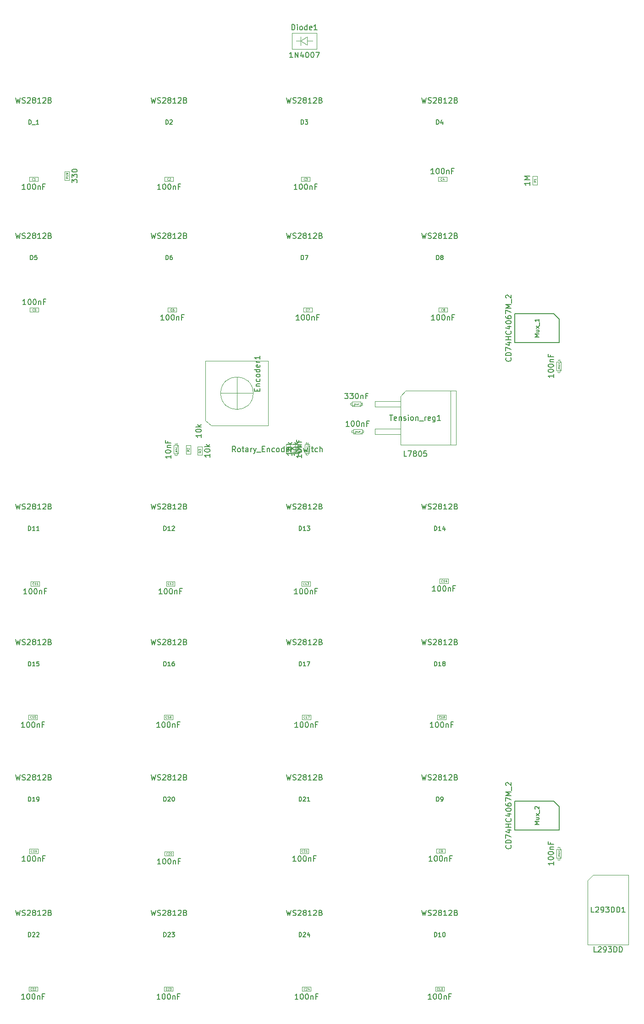
<source format=gbr>
%TF.GenerationSoftware,KiCad,Pcbnew,(6.0.9-0)*%
%TF.CreationDate,2023-10-23T19:11:04-03:00*%
%TF.ProjectId,Faduino-1,46616475-696e-46f2-9d31-2e6b69636164,3*%
%TF.SameCoordinates,Original*%
%TF.FileFunction,AssemblyDrawing,Top*%
%FSLAX46Y46*%
G04 Gerber Fmt 4.6, Leading zero omitted, Abs format (unit mm)*
G04 Created by KiCad (PCBNEW (6.0.9-0)) date 2023-10-23 19:11:04*
%MOMM*%
%LPD*%
G01*
G04 APERTURE LIST*
%ADD10C,0.150000*%
%ADD11C,0.060000*%
%ADD12C,0.100000*%
%ADD13C,0.120000*%
G04 APERTURE END LIST*
D10*
%TO.C,C_mux_1*%
X171022380Y-96547619D02*
X171022380Y-97119047D01*
X171022380Y-96833333D02*
X170022380Y-96833333D01*
X170165238Y-96928571D01*
X170260476Y-97023809D01*
X170308095Y-97119047D01*
X170022380Y-95928571D02*
X170022380Y-95833333D01*
X170070000Y-95738095D01*
X170117619Y-95690476D01*
X170212857Y-95642857D01*
X170403333Y-95595238D01*
X170641428Y-95595238D01*
X170831904Y-95642857D01*
X170927142Y-95690476D01*
X170974761Y-95738095D01*
X171022380Y-95833333D01*
X171022380Y-95928571D01*
X170974761Y-96023809D01*
X170927142Y-96071428D01*
X170831904Y-96119047D01*
X170641428Y-96166666D01*
X170403333Y-96166666D01*
X170212857Y-96119047D01*
X170117619Y-96071428D01*
X170070000Y-96023809D01*
X170022380Y-95928571D01*
X170022380Y-94976190D02*
X170022380Y-94880952D01*
X170070000Y-94785714D01*
X170117619Y-94738095D01*
X170212857Y-94690476D01*
X170403333Y-94642857D01*
X170641428Y-94642857D01*
X170831904Y-94690476D01*
X170927142Y-94738095D01*
X170974761Y-94785714D01*
X171022380Y-94880952D01*
X171022380Y-94976190D01*
X170974761Y-95071428D01*
X170927142Y-95119047D01*
X170831904Y-95166666D01*
X170641428Y-95214285D01*
X170403333Y-95214285D01*
X170212857Y-95166666D01*
X170117619Y-95119047D01*
X170070000Y-95071428D01*
X170022380Y-94976190D01*
X170355714Y-94214285D02*
X171022380Y-94214285D01*
X170450952Y-94214285D02*
X170403333Y-94166666D01*
X170355714Y-94071428D01*
X170355714Y-93928571D01*
X170403333Y-93833333D01*
X170498571Y-93785714D01*
X171022380Y-93785714D01*
X170498571Y-92976190D02*
X170498571Y-93309523D01*
X171022380Y-93309523D02*
X170022380Y-93309523D01*
X170022380Y-92833333D01*
D11*
X172142857Y-95980952D02*
X172161904Y-96000000D01*
X172180952Y-96057142D01*
X172180952Y-96095238D01*
X172161904Y-96152380D01*
X172123809Y-96190476D01*
X172085714Y-96209523D01*
X172009523Y-96228571D01*
X171952380Y-96228571D01*
X171876190Y-96209523D01*
X171838095Y-96190476D01*
X171800000Y-96152380D01*
X171780952Y-96095238D01*
X171780952Y-96057142D01*
X171800000Y-96000000D01*
X171819047Y-95980952D01*
X172219047Y-95904761D02*
X172219047Y-95600000D01*
X172180952Y-95504761D02*
X171914285Y-95504761D01*
X171952380Y-95504761D02*
X171933333Y-95485714D01*
X171914285Y-95447619D01*
X171914285Y-95390476D01*
X171933333Y-95352380D01*
X171971428Y-95333333D01*
X172180952Y-95333333D01*
X171971428Y-95333333D02*
X171933333Y-95314285D01*
X171914285Y-95276190D01*
X171914285Y-95219047D01*
X171933333Y-95180952D01*
X171971428Y-95161904D01*
X172180952Y-95161904D01*
X171914285Y-94800000D02*
X172180952Y-94800000D01*
X171914285Y-94971428D02*
X172123809Y-94971428D01*
X172161904Y-94952380D01*
X172180952Y-94914285D01*
X172180952Y-94857142D01*
X172161904Y-94819047D01*
X172142857Y-94800000D01*
X172180952Y-94647619D02*
X171914285Y-94438095D01*
X171914285Y-94647619D02*
X172180952Y-94438095D01*
X172219047Y-94380952D02*
X172219047Y-94076190D01*
X172180952Y-93771428D02*
X172180952Y-94000000D01*
X172180952Y-93885714D02*
X171780952Y-93885714D01*
X171838095Y-93923809D01*
X171876190Y-93961904D01*
X171895238Y-94000000D01*
D10*
%TO.C,C_pwr_2*%
X133282380Y-106132380D02*
X132710952Y-106132380D01*
X132996666Y-106132380D02*
X132996666Y-105132380D01*
X132901428Y-105275238D01*
X132806190Y-105370476D01*
X132710952Y-105418095D01*
X133901428Y-105132380D02*
X133996666Y-105132380D01*
X134091904Y-105180000D01*
X134139523Y-105227619D01*
X134187142Y-105322857D01*
X134234761Y-105513333D01*
X134234761Y-105751428D01*
X134187142Y-105941904D01*
X134139523Y-106037142D01*
X134091904Y-106084761D01*
X133996666Y-106132380D01*
X133901428Y-106132380D01*
X133806190Y-106084761D01*
X133758571Y-106037142D01*
X133710952Y-105941904D01*
X133663333Y-105751428D01*
X133663333Y-105513333D01*
X133710952Y-105322857D01*
X133758571Y-105227619D01*
X133806190Y-105180000D01*
X133901428Y-105132380D01*
X134853809Y-105132380D02*
X134949047Y-105132380D01*
X135044285Y-105180000D01*
X135091904Y-105227619D01*
X135139523Y-105322857D01*
X135187142Y-105513333D01*
X135187142Y-105751428D01*
X135139523Y-105941904D01*
X135091904Y-106037142D01*
X135044285Y-106084761D01*
X134949047Y-106132380D01*
X134853809Y-106132380D01*
X134758571Y-106084761D01*
X134710952Y-106037142D01*
X134663333Y-105941904D01*
X134615714Y-105751428D01*
X134615714Y-105513333D01*
X134663333Y-105322857D01*
X134710952Y-105227619D01*
X134758571Y-105180000D01*
X134853809Y-105132380D01*
X135615714Y-105465714D02*
X135615714Y-106132380D01*
X135615714Y-105560952D02*
X135663333Y-105513333D01*
X135758571Y-105465714D01*
X135901428Y-105465714D01*
X135996666Y-105513333D01*
X136044285Y-105608571D01*
X136044285Y-106132380D01*
X136853809Y-105608571D02*
X136520476Y-105608571D01*
X136520476Y-106132380D02*
X136520476Y-105132380D01*
X136996666Y-105132380D01*
D11*
X133944285Y-107252857D02*
X133925238Y-107271904D01*
X133868095Y-107290952D01*
X133830000Y-107290952D01*
X133772857Y-107271904D01*
X133734761Y-107233809D01*
X133715714Y-107195714D01*
X133696666Y-107119523D01*
X133696666Y-107062380D01*
X133715714Y-106986190D01*
X133734761Y-106948095D01*
X133772857Y-106910000D01*
X133830000Y-106890952D01*
X133868095Y-106890952D01*
X133925238Y-106910000D01*
X133944285Y-106929047D01*
X134020476Y-107329047D02*
X134325238Y-107329047D01*
X134420476Y-107024285D02*
X134420476Y-107424285D01*
X134420476Y-107043333D02*
X134458571Y-107024285D01*
X134534761Y-107024285D01*
X134572857Y-107043333D01*
X134591904Y-107062380D01*
X134610952Y-107100476D01*
X134610952Y-107214761D01*
X134591904Y-107252857D01*
X134572857Y-107271904D01*
X134534761Y-107290952D01*
X134458571Y-107290952D01*
X134420476Y-107271904D01*
X134744285Y-107024285D02*
X134820476Y-107290952D01*
X134896666Y-107100476D01*
X134972857Y-107290952D01*
X135049047Y-107024285D01*
X135201428Y-107290952D02*
X135201428Y-107024285D01*
X135201428Y-107100476D02*
X135220476Y-107062380D01*
X135239523Y-107043333D01*
X135277619Y-107024285D01*
X135315714Y-107024285D01*
X135353809Y-107329047D02*
X135658571Y-107329047D01*
X135734761Y-106929047D02*
X135753809Y-106910000D01*
X135791904Y-106890952D01*
X135887142Y-106890952D01*
X135925238Y-106910000D01*
X135944285Y-106929047D01*
X135963333Y-106967142D01*
X135963333Y-107005238D01*
X135944285Y-107062380D01*
X135715714Y-107290952D01*
X135963333Y-107290952D01*
D10*
%TO.C,C1*%
X73452380Y-62382380D02*
X72880952Y-62382380D01*
X73166666Y-62382380D02*
X73166666Y-61382380D01*
X73071428Y-61525238D01*
X72976190Y-61620476D01*
X72880952Y-61668095D01*
X74071428Y-61382380D02*
X74166666Y-61382380D01*
X74261904Y-61430000D01*
X74309523Y-61477619D01*
X74357142Y-61572857D01*
X74404761Y-61763333D01*
X74404761Y-62001428D01*
X74357142Y-62191904D01*
X74309523Y-62287142D01*
X74261904Y-62334761D01*
X74166666Y-62382380D01*
X74071428Y-62382380D01*
X73976190Y-62334761D01*
X73928571Y-62287142D01*
X73880952Y-62191904D01*
X73833333Y-62001428D01*
X73833333Y-61763333D01*
X73880952Y-61572857D01*
X73928571Y-61477619D01*
X73976190Y-61430000D01*
X74071428Y-61382380D01*
X75023809Y-61382380D02*
X75119047Y-61382380D01*
X75214285Y-61430000D01*
X75261904Y-61477619D01*
X75309523Y-61572857D01*
X75357142Y-61763333D01*
X75357142Y-62001428D01*
X75309523Y-62191904D01*
X75261904Y-62287142D01*
X75214285Y-62334761D01*
X75119047Y-62382380D01*
X75023809Y-62382380D01*
X74928571Y-62334761D01*
X74880952Y-62287142D01*
X74833333Y-62191904D01*
X74785714Y-62001428D01*
X74785714Y-61763333D01*
X74833333Y-61572857D01*
X74880952Y-61477619D01*
X74928571Y-61430000D01*
X75023809Y-61382380D01*
X75785714Y-61715714D02*
X75785714Y-62382380D01*
X75785714Y-61810952D02*
X75833333Y-61763333D01*
X75928571Y-61715714D01*
X76071428Y-61715714D01*
X76166666Y-61763333D01*
X76214285Y-61858571D01*
X76214285Y-62382380D01*
X77023809Y-61858571D02*
X76690476Y-61858571D01*
X76690476Y-62382380D02*
X76690476Y-61382380D01*
X77166666Y-61382380D01*
D11*
X74933333Y-60642857D02*
X74914285Y-60661904D01*
X74857142Y-60680952D01*
X74819047Y-60680952D01*
X74761904Y-60661904D01*
X74723809Y-60623809D01*
X74704761Y-60585714D01*
X74685714Y-60509523D01*
X74685714Y-60452380D01*
X74704761Y-60376190D01*
X74723809Y-60338095D01*
X74761904Y-60300000D01*
X74819047Y-60280952D01*
X74857142Y-60280952D01*
X74914285Y-60300000D01*
X74933333Y-60319047D01*
X75314285Y-60680952D02*
X75085714Y-60680952D01*
X75200000Y-60680952D02*
X75200000Y-60280952D01*
X75161904Y-60338095D01*
X75123809Y-60376190D01*
X75085714Y-60395238D01*
D10*
%TO.C,C13*%
X123732380Y-137082380D02*
X123160952Y-137082380D01*
X123446666Y-137082380D02*
X123446666Y-136082380D01*
X123351428Y-136225238D01*
X123256190Y-136320476D01*
X123160952Y-136368095D01*
X124351428Y-136082380D02*
X124446666Y-136082380D01*
X124541904Y-136130000D01*
X124589523Y-136177619D01*
X124637142Y-136272857D01*
X124684761Y-136463333D01*
X124684761Y-136701428D01*
X124637142Y-136891904D01*
X124589523Y-136987142D01*
X124541904Y-137034761D01*
X124446666Y-137082380D01*
X124351428Y-137082380D01*
X124256190Y-137034761D01*
X124208571Y-136987142D01*
X124160952Y-136891904D01*
X124113333Y-136701428D01*
X124113333Y-136463333D01*
X124160952Y-136272857D01*
X124208571Y-136177619D01*
X124256190Y-136130000D01*
X124351428Y-136082380D01*
X125303809Y-136082380D02*
X125399047Y-136082380D01*
X125494285Y-136130000D01*
X125541904Y-136177619D01*
X125589523Y-136272857D01*
X125637142Y-136463333D01*
X125637142Y-136701428D01*
X125589523Y-136891904D01*
X125541904Y-136987142D01*
X125494285Y-137034761D01*
X125399047Y-137082380D01*
X125303809Y-137082380D01*
X125208571Y-137034761D01*
X125160952Y-136987142D01*
X125113333Y-136891904D01*
X125065714Y-136701428D01*
X125065714Y-136463333D01*
X125113333Y-136272857D01*
X125160952Y-136177619D01*
X125208571Y-136130000D01*
X125303809Y-136082380D01*
X126065714Y-136415714D02*
X126065714Y-137082380D01*
X126065714Y-136510952D02*
X126113333Y-136463333D01*
X126208571Y-136415714D01*
X126351428Y-136415714D01*
X126446666Y-136463333D01*
X126494285Y-136558571D01*
X126494285Y-137082380D01*
X127303809Y-136558571D02*
X126970476Y-136558571D01*
X126970476Y-137082380D02*
X126970476Y-136082380D01*
X127446666Y-136082380D01*
D11*
X125022857Y-135342857D02*
X125003809Y-135361904D01*
X124946666Y-135380952D01*
X124908571Y-135380952D01*
X124851428Y-135361904D01*
X124813333Y-135323809D01*
X124794285Y-135285714D01*
X124775238Y-135209523D01*
X124775238Y-135152380D01*
X124794285Y-135076190D01*
X124813333Y-135038095D01*
X124851428Y-135000000D01*
X124908571Y-134980952D01*
X124946666Y-134980952D01*
X125003809Y-135000000D01*
X125022857Y-135019047D01*
X125403809Y-135380952D02*
X125175238Y-135380952D01*
X125289523Y-135380952D02*
X125289523Y-134980952D01*
X125251428Y-135038095D01*
X125213333Y-135076190D01*
X125175238Y-135095238D01*
X125537142Y-134980952D02*
X125784761Y-134980952D01*
X125651428Y-135133333D01*
X125708571Y-135133333D01*
X125746666Y-135152380D01*
X125765714Y-135171428D01*
X125784761Y-135209523D01*
X125784761Y-135304761D01*
X125765714Y-135342857D01*
X125746666Y-135361904D01*
X125708571Y-135380952D01*
X125594285Y-135380952D01*
X125556190Y-135361904D01*
X125537142Y-135342857D01*
D10*
%TO.C,C2*%
X98452380Y-62382380D02*
X97880952Y-62382380D01*
X98166666Y-62382380D02*
X98166666Y-61382380D01*
X98071428Y-61525238D01*
X97976190Y-61620476D01*
X97880952Y-61668095D01*
X99071428Y-61382380D02*
X99166666Y-61382380D01*
X99261904Y-61430000D01*
X99309523Y-61477619D01*
X99357142Y-61572857D01*
X99404761Y-61763333D01*
X99404761Y-62001428D01*
X99357142Y-62191904D01*
X99309523Y-62287142D01*
X99261904Y-62334761D01*
X99166666Y-62382380D01*
X99071428Y-62382380D01*
X98976190Y-62334761D01*
X98928571Y-62287142D01*
X98880952Y-62191904D01*
X98833333Y-62001428D01*
X98833333Y-61763333D01*
X98880952Y-61572857D01*
X98928571Y-61477619D01*
X98976190Y-61430000D01*
X99071428Y-61382380D01*
X100023809Y-61382380D02*
X100119047Y-61382380D01*
X100214285Y-61430000D01*
X100261904Y-61477619D01*
X100309523Y-61572857D01*
X100357142Y-61763333D01*
X100357142Y-62001428D01*
X100309523Y-62191904D01*
X100261904Y-62287142D01*
X100214285Y-62334761D01*
X100119047Y-62382380D01*
X100023809Y-62382380D01*
X99928571Y-62334761D01*
X99880952Y-62287142D01*
X99833333Y-62191904D01*
X99785714Y-62001428D01*
X99785714Y-61763333D01*
X99833333Y-61572857D01*
X99880952Y-61477619D01*
X99928571Y-61430000D01*
X100023809Y-61382380D01*
X100785714Y-61715714D02*
X100785714Y-62382380D01*
X100785714Y-61810952D02*
X100833333Y-61763333D01*
X100928571Y-61715714D01*
X101071428Y-61715714D01*
X101166666Y-61763333D01*
X101214285Y-61858571D01*
X101214285Y-62382380D01*
X102023809Y-61858571D02*
X101690476Y-61858571D01*
X101690476Y-62382380D02*
X101690476Y-61382380D01*
X102166666Y-61382380D01*
D11*
X99933333Y-60642857D02*
X99914285Y-60661904D01*
X99857142Y-60680952D01*
X99819047Y-60680952D01*
X99761904Y-60661904D01*
X99723809Y-60623809D01*
X99704761Y-60585714D01*
X99685714Y-60509523D01*
X99685714Y-60452380D01*
X99704761Y-60376190D01*
X99723809Y-60338095D01*
X99761904Y-60300000D01*
X99819047Y-60280952D01*
X99857142Y-60280952D01*
X99914285Y-60300000D01*
X99933333Y-60319047D01*
X100085714Y-60319047D02*
X100104761Y-60300000D01*
X100142857Y-60280952D01*
X100238095Y-60280952D01*
X100276190Y-60300000D01*
X100295238Y-60319047D01*
X100314285Y-60357142D01*
X100314285Y-60395238D01*
X100295238Y-60452380D01*
X100066666Y-60680952D01*
X100314285Y-60680952D01*
D10*
%TO.C,C14*%
X149232380Y-136582380D02*
X148660952Y-136582380D01*
X148946666Y-136582380D02*
X148946666Y-135582380D01*
X148851428Y-135725238D01*
X148756190Y-135820476D01*
X148660952Y-135868095D01*
X149851428Y-135582380D02*
X149946666Y-135582380D01*
X150041904Y-135630000D01*
X150089523Y-135677619D01*
X150137142Y-135772857D01*
X150184761Y-135963333D01*
X150184761Y-136201428D01*
X150137142Y-136391904D01*
X150089523Y-136487142D01*
X150041904Y-136534761D01*
X149946666Y-136582380D01*
X149851428Y-136582380D01*
X149756190Y-136534761D01*
X149708571Y-136487142D01*
X149660952Y-136391904D01*
X149613333Y-136201428D01*
X149613333Y-135963333D01*
X149660952Y-135772857D01*
X149708571Y-135677619D01*
X149756190Y-135630000D01*
X149851428Y-135582380D01*
X150803809Y-135582380D02*
X150899047Y-135582380D01*
X150994285Y-135630000D01*
X151041904Y-135677619D01*
X151089523Y-135772857D01*
X151137142Y-135963333D01*
X151137142Y-136201428D01*
X151089523Y-136391904D01*
X151041904Y-136487142D01*
X150994285Y-136534761D01*
X150899047Y-136582380D01*
X150803809Y-136582380D01*
X150708571Y-136534761D01*
X150660952Y-136487142D01*
X150613333Y-136391904D01*
X150565714Y-136201428D01*
X150565714Y-135963333D01*
X150613333Y-135772857D01*
X150660952Y-135677619D01*
X150708571Y-135630000D01*
X150803809Y-135582380D01*
X151565714Y-135915714D02*
X151565714Y-136582380D01*
X151565714Y-136010952D02*
X151613333Y-135963333D01*
X151708571Y-135915714D01*
X151851428Y-135915714D01*
X151946666Y-135963333D01*
X151994285Y-136058571D01*
X151994285Y-136582380D01*
X152803809Y-136058571D02*
X152470476Y-136058571D01*
X152470476Y-136582380D02*
X152470476Y-135582380D01*
X152946666Y-135582380D01*
D11*
X150522857Y-134842857D02*
X150503809Y-134861904D01*
X150446666Y-134880952D01*
X150408571Y-134880952D01*
X150351428Y-134861904D01*
X150313333Y-134823809D01*
X150294285Y-134785714D01*
X150275238Y-134709523D01*
X150275238Y-134652380D01*
X150294285Y-134576190D01*
X150313333Y-134538095D01*
X150351428Y-134500000D01*
X150408571Y-134480952D01*
X150446666Y-134480952D01*
X150503809Y-134500000D01*
X150522857Y-134519047D01*
X150903809Y-134880952D02*
X150675238Y-134880952D01*
X150789523Y-134880952D02*
X150789523Y-134480952D01*
X150751428Y-134538095D01*
X150713333Y-134576190D01*
X150675238Y-134595238D01*
X151246666Y-134614285D02*
X151246666Y-134880952D01*
X151151428Y-134461904D02*
X151056190Y-134747619D01*
X151303809Y-134747619D01*
D10*
%TO.C,C3*%
X123677380Y-62382380D02*
X123105952Y-62382380D01*
X123391666Y-62382380D02*
X123391666Y-61382380D01*
X123296428Y-61525238D01*
X123201190Y-61620476D01*
X123105952Y-61668095D01*
X124296428Y-61382380D02*
X124391666Y-61382380D01*
X124486904Y-61430000D01*
X124534523Y-61477619D01*
X124582142Y-61572857D01*
X124629761Y-61763333D01*
X124629761Y-62001428D01*
X124582142Y-62191904D01*
X124534523Y-62287142D01*
X124486904Y-62334761D01*
X124391666Y-62382380D01*
X124296428Y-62382380D01*
X124201190Y-62334761D01*
X124153571Y-62287142D01*
X124105952Y-62191904D01*
X124058333Y-62001428D01*
X124058333Y-61763333D01*
X124105952Y-61572857D01*
X124153571Y-61477619D01*
X124201190Y-61430000D01*
X124296428Y-61382380D01*
X125248809Y-61382380D02*
X125344047Y-61382380D01*
X125439285Y-61430000D01*
X125486904Y-61477619D01*
X125534523Y-61572857D01*
X125582142Y-61763333D01*
X125582142Y-62001428D01*
X125534523Y-62191904D01*
X125486904Y-62287142D01*
X125439285Y-62334761D01*
X125344047Y-62382380D01*
X125248809Y-62382380D01*
X125153571Y-62334761D01*
X125105952Y-62287142D01*
X125058333Y-62191904D01*
X125010714Y-62001428D01*
X125010714Y-61763333D01*
X125058333Y-61572857D01*
X125105952Y-61477619D01*
X125153571Y-61430000D01*
X125248809Y-61382380D01*
X126010714Y-61715714D02*
X126010714Y-62382380D01*
X126010714Y-61810952D02*
X126058333Y-61763333D01*
X126153571Y-61715714D01*
X126296428Y-61715714D01*
X126391666Y-61763333D01*
X126439285Y-61858571D01*
X126439285Y-62382380D01*
X127248809Y-61858571D02*
X126915476Y-61858571D01*
X126915476Y-62382380D02*
X126915476Y-61382380D01*
X127391666Y-61382380D01*
D11*
X125158333Y-60642857D02*
X125139285Y-60661904D01*
X125082142Y-60680952D01*
X125044047Y-60680952D01*
X124986904Y-60661904D01*
X124948809Y-60623809D01*
X124929761Y-60585714D01*
X124910714Y-60509523D01*
X124910714Y-60452380D01*
X124929761Y-60376190D01*
X124948809Y-60338095D01*
X124986904Y-60300000D01*
X125044047Y-60280952D01*
X125082142Y-60280952D01*
X125139285Y-60300000D01*
X125158333Y-60319047D01*
X125291666Y-60280952D02*
X125539285Y-60280952D01*
X125405952Y-60433333D01*
X125463095Y-60433333D01*
X125501190Y-60452380D01*
X125520238Y-60471428D01*
X125539285Y-60509523D01*
X125539285Y-60604761D01*
X125520238Y-60642857D01*
X125501190Y-60661904D01*
X125463095Y-60680952D01*
X125348809Y-60680952D01*
X125310714Y-60661904D01*
X125291666Y-60642857D01*
D10*
%TO.C,C15*%
X73322380Y-161722380D02*
X72750952Y-161722380D01*
X73036666Y-161722380D02*
X73036666Y-160722380D01*
X72941428Y-160865238D01*
X72846190Y-160960476D01*
X72750952Y-161008095D01*
X73941428Y-160722380D02*
X74036666Y-160722380D01*
X74131904Y-160770000D01*
X74179523Y-160817619D01*
X74227142Y-160912857D01*
X74274761Y-161103333D01*
X74274761Y-161341428D01*
X74227142Y-161531904D01*
X74179523Y-161627142D01*
X74131904Y-161674761D01*
X74036666Y-161722380D01*
X73941428Y-161722380D01*
X73846190Y-161674761D01*
X73798571Y-161627142D01*
X73750952Y-161531904D01*
X73703333Y-161341428D01*
X73703333Y-161103333D01*
X73750952Y-160912857D01*
X73798571Y-160817619D01*
X73846190Y-160770000D01*
X73941428Y-160722380D01*
X74893809Y-160722380D02*
X74989047Y-160722380D01*
X75084285Y-160770000D01*
X75131904Y-160817619D01*
X75179523Y-160912857D01*
X75227142Y-161103333D01*
X75227142Y-161341428D01*
X75179523Y-161531904D01*
X75131904Y-161627142D01*
X75084285Y-161674761D01*
X74989047Y-161722380D01*
X74893809Y-161722380D01*
X74798571Y-161674761D01*
X74750952Y-161627142D01*
X74703333Y-161531904D01*
X74655714Y-161341428D01*
X74655714Y-161103333D01*
X74703333Y-160912857D01*
X74750952Y-160817619D01*
X74798571Y-160770000D01*
X74893809Y-160722380D01*
X75655714Y-161055714D02*
X75655714Y-161722380D01*
X75655714Y-161150952D02*
X75703333Y-161103333D01*
X75798571Y-161055714D01*
X75941428Y-161055714D01*
X76036666Y-161103333D01*
X76084285Y-161198571D01*
X76084285Y-161722380D01*
X76893809Y-161198571D02*
X76560476Y-161198571D01*
X76560476Y-161722380D02*
X76560476Y-160722380D01*
X77036666Y-160722380D01*
D11*
X74612857Y-159982857D02*
X74593809Y-160001904D01*
X74536666Y-160020952D01*
X74498571Y-160020952D01*
X74441428Y-160001904D01*
X74403333Y-159963809D01*
X74384285Y-159925714D01*
X74365238Y-159849523D01*
X74365238Y-159792380D01*
X74384285Y-159716190D01*
X74403333Y-159678095D01*
X74441428Y-159640000D01*
X74498571Y-159620952D01*
X74536666Y-159620952D01*
X74593809Y-159640000D01*
X74612857Y-159659047D01*
X74993809Y-160020952D02*
X74765238Y-160020952D01*
X74879523Y-160020952D02*
X74879523Y-159620952D01*
X74841428Y-159678095D01*
X74803333Y-159716190D01*
X74765238Y-159735238D01*
X75355714Y-159620952D02*
X75165238Y-159620952D01*
X75146190Y-159811428D01*
X75165238Y-159792380D01*
X75203333Y-159773333D01*
X75298571Y-159773333D01*
X75336666Y-159792380D01*
X75355714Y-159811428D01*
X75374761Y-159849523D01*
X75374761Y-159944761D01*
X75355714Y-159982857D01*
X75336666Y-160001904D01*
X75298571Y-160020952D01*
X75203333Y-160020952D01*
X75165238Y-160001904D01*
X75146190Y-159982857D01*
D10*
%TO.C,C4*%
X148952380Y-59522380D02*
X148380952Y-59522380D01*
X148666666Y-59522380D02*
X148666666Y-58522380D01*
X148571428Y-58665238D01*
X148476190Y-58760476D01*
X148380952Y-58808095D01*
X149571428Y-58522380D02*
X149666666Y-58522380D01*
X149761904Y-58570000D01*
X149809523Y-58617619D01*
X149857142Y-58712857D01*
X149904761Y-58903333D01*
X149904761Y-59141428D01*
X149857142Y-59331904D01*
X149809523Y-59427142D01*
X149761904Y-59474761D01*
X149666666Y-59522380D01*
X149571428Y-59522380D01*
X149476190Y-59474761D01*
X149428571Y-59427142D01*
X149380952Y-59331904D01*
X149333333Y-59141428D01*
X149333333Y-58903333D01*
X149380952Y-58712857D01*
X149428571Y-58617619D01*
X149476190Y-58570000D01*
X149571428Y-58522380D01*
X150523809Y-58522380D02*
X150619047Y-58522380D01*
X150714285Y-58570000D01*
X150761904Y-58617619D01*
X150809523Y-58712857D01*
X150857142Y-58903333D01*
X150857142Y-59141428D01*
X150809523Y-59331904D01*
X150761904Y-59427142D01*
X150714285Y-59474761D01*
X150619047Y-59522380D01*
X150523809Y-59522380D01*
X150428571Y-59474761D01*
X150380952Y-59427142D01*
X150333333Y-59331904D01*
X150285714Y-59141428D01*
X150285714Y-58903333D01*
X150333333Y-58712857D01*
X150380952Y-58617619D01*
X150428571Y-58570000D01*
X150523809Y-58522380D01*
X151285714Y-58855714D02*
X151285714Y-59522380D01*
X151285714Y-58950952D02*
X151333333Y-58903333D01*
X151428571Y-58855714D01*
X151571428Y-58855714D01*
X151666666Y-58903333D01*
X151714285Y-58998571D01*
X151714285Y-59522380D01*
X152523809Y-58998571D02*
X152190476Y-58998571D01*
X152190476Y-59522380D02*
X152190476Y-58522380D01*
X152666666Y-58522380D01*
D11*
X150433333Y-60642857D02*
X150414285Y-60661904D01*
X150357142Y-60680952D01*
X150319047Y-60680952D01*
X150261904Y-60661904D01*
X150223809Y-60623809D01*
X150204761Y-60585714D01*
X150185714Y-60509523D01*
X150185714Y-60452380D01*
X150204761Y-60376190D01*
X150223809Y-60338095D01*
X150261904Y-60300000D01*
X150319047Y-60280952D01*
X150357142Y-60280952D01*
X150414285Y-60300000D01*
X150433333Y-60319047D01*
X150776190Y-60414285D02*
X150776190Y-60680952D01*
X150680952Y-60261904D02*
X150585714Y-60547619D01*
X150833333Y-60547619D01*
D10*
%TO.C,C16*%
X98322380Y-161722380D02*
X97750952Y-161722380D01*
X98036666Y-161722380D02*
X98036666Y-160722380D01*
X97941428Y-160865238D01*
X97846190Y-160960476D01*
X97750952Y-161008095D01*
X98941428Y-160722380D02*
X99036666Y-160722380D01*
X99131904Y-160770000D01*
X99179523Y-160817619D01*
X99227142Y-160912857D01*
X99274761Y-161103333D01*
X99274761Y-161341428D01*
X99227142Y-161531904D01*
X99179523Y-161627142D01*
X99131904Y-161674761D01*
X99036666Y-161722380D01*
X98941428Y-161722380D01*
X98846190Y-161674761D01*
X98798571Y-161627142D01*
X98750952Y-161531904D01*
X98703333Y-161341428D01*
X98703333Y-161103333D01*
X98750952Y-160912857D01*
X98798571Y-160817619D01*
X98846190Y-160770000D01*
X98941428Y-160722380D01*
X99893809Y-160722380D02*
X99989047Y-160722380D01*
X100084285Y-160770000D01*
X100131904Y-160817619D01*
X100179523Y-160912857D01*
X100227142Y-161103333D01*
X100227142Y-161341428D01*
X100179523Y-161531904D01*
X100131904Y-161627142D01*
X100084285Y-161674761D01*
X99989047Y-161722380D01*
X99893809Y-161722380D01*
X99798571Y-161674761D01*
X99750952Y-161627142D01*
X99703333Y-161531904D01*
X99655714Y-161341428D01*
X99655714Y-161103333D01*
X99703333Y-160912857D01*
X99750952Y-160817619D01*
X99798571Y-160770000D01*
X99893809Y-160722380D01*
X100655714Y-161055714D02*
X100655714Y-161722380D01*
X100655714Y-161150952D02*
X100703333Y-161103333D01*
X100798571Y-161055714D01*
X100941428Y-161055714D01*
X101036666Y-161103333D01*
X101084285Y-161198571D01*
X101084285Y-161722380D01*
X101893809Y-161198571D02*
X101560476Y-161198571D01*
X101560476Y-161722380D02*
X101560476Y-160722380D01*
X102036666Y-160722380D01*
D11*
X99612857Y-159982857D02*
X99593809Y-160001904D01*
X99536666Y-160020952D01*
X99498571Y-160020952D01*
X99441428Y-160001904D01*
X99403333Y-159963809D01*
X99384285Y-159925714D01*
X99365238Y-159849523D01*
X99365238Y-159792380D01*
X99384285Y-159716190D01*
X99403333Y-159678095D01*
X99441428Y-159640000D01*
X99498571Y-159620952D01*
X99536666Y-159620952D01*
X99593809Y-159640000D01*
X99612857Y-159659047D01*
X99993809Y-160020952D02*
X99765238Y-160020952D01*
X99879523Y-160020952D02*
X99879523Y-159620952D01*
X99841428Y-159678095D01*
X99803333Y-159716190D01*
X99765238Y-159735238D01*
X100336666Y-159620952D02*
X100260476Y-159620952D01*
X100222380Y-159640000D01*
X100203333Y-159659047D01*
X100165238Y-159716190D01*
X100146190Y-159792380D01*
X100146190Y-159944761D01*
X100165238Y-159982857D01*
X100184285Y-160001904D01*
X100222380Y-160020952D01*
X100298571Y-160020952D01*
X100336666Y-160001904D01*
X100355714Y-159982857D01*
X100374761Y-159944761D01*
X100374761Y-159849523D01*
X100355714Y-159811428D01*
X100336666Y-159792380D01*
X100298571Y-159773333D01*
X100222380Y-159773333D01*
X100184285Y-159792380D01*
X100165238Y-159811428D01*
X100146190Y-159849523D01*
D10*
%TO.C,C17*%
X123822380Y-161722380D02*
X123250952Y-161722380D01*
X123536666Y-161722380D02*
X123536666Y-160722380D01*
X123441428Y-160865238D01*
X123346190Y-160960476D01*
X123250952Y-161008095D01*
X124441428Y-160722380D02*
X124536666Y-160722380D01*
X124631904Y-160770000D01*
X124679523Y-160817619D01*
X124727142Y-160912857D01*
X124774761Y-161103333D01*
X124774761Y-161341428D01*
X124727142Y-161531904D01*
X124679523Y-161627142D01*
X124631904Y-161674761D01*
X124536666Y-161722380D01*
X124441428Y-161722380D01*
X124346190Y-161674761D01*
X124298571Y-161627142D01*
X124250952Y-161531904D01*
X124203333Y-161341428D01*
X124203333Y-161103333D01*
X124250952Y-160912857D01*
X124298571Y-160817619D01*
X124346190Y-160770000D01*
X124441428Y-160722380D01*
X125393809Y-160722380D02*
X125489047Y-160722380D01*
X125584285Y-160770000D01*
X125631904Y-160817619D01*
X125679523Y-160912857D01*
X125727142Y-161103333D01*
X125727142Y-161341428D01*
X125679523Y-161531904D01*
X125631904Y-161627142D01*
X125584285Y-161674761D01*
X125489047Y-161722380D01*
X125393809Y-161722380D01*
X125298571Y-161674761D01*
X125250952Y-161627142D01*
X125203333Y-161531904D01*
X125155714Y-161341428D01*
X125155714Y-161103333D01*
X125203333Y-160912857D01*
X125250952Y-160817619D01*
X125298571Y-160770000D01*
X125393809Y-160722380D01*
X126155714Y-161055714D02*
X126155714Y-161722380D01*
X126155714Y-161150952D02*
X126203333Y-161103333D01*
X126298571Y-161055714D01*
X126441428Y-161055714D01*
X126536666Y-161103333D01*
X126584285Y-161198571D01*
X126584285Y-161722380D01*
X127393809Y-161198571D02*
X127060476Y-161198571D01*
X127060476Y-161722380D02*
X127060476Y-160722380D01*
X127536666Y-160722380D01*
D11*
X125112857Y-159982857D02*
X125093809Y-160001904D01*
X125036666Y-160020952D01*
X124998571Y-160020952D01*
X124941428Y-160001904D01*
X124903333Y-159963809D01*
X124884285Y-159925714D01*
X124865238Y-159849523D01*
X124865238Y-159792380D01*
X124884285Y-159716190D01*
X124903333Y-159678095D01*
X124941428Y-159640000D01*
X124998571Y-159620952D01*
X125036666Y-159620952D01*
X125093809Y-159640000D01*
X125112857Y-159659047D01*
X125493809Y-160020952D02*
X125265238Y-160020952D01*
X125379523Y-160020952D02*
X125379523Y-159620952D01*
X125341428Y-159678095D01*
X125303333Y-159716190D01*
X125265238Y-159735238D01*
X125627142Y-159620952D02*
X125893809Y-159620952D01*
X125722380Y-160020952D01*
D10*
%TO.C,C6*%
X99062380Y-86522380D02*
X98490952Y-86522380D01*
X98776666Y-86522380D02*
X98776666Y-85522380D01*
X98681428Y-85665238D01*
X98586190Y-85760476D01*
X98490952Y-85808095D01*
X99681428Y-85522380D02*
X99776666Y-85522380D01*
X99871904Y-85570000D01*
X99919523Y-85617619D01*
X99967142Y-85712857D01*
X100014761Y-85903333D01*
X100014761Y-86141428D01*
X99967142Y-86331904D01*
X99919523Y-86427142D01*
X99871904Y-86474761D01*
X99776666Y-86522380D01*
X99681428Y-86522380D01*
X99586190Y-86474761D01*
X99538571Y-86427142D01*
X99490952Y-86331904D01*
X99443333Y-86141428D01*
X99443333Y-85903333D01*
X99490952Y-85712857D01*
X99538571Y-85617619D01*
X99586190Y-85570000D01*
X99681428Y-85522380D01*
X100633809Y-85522380D02*
X100729047Y-85522380D01*
X100824285Y-85570000D01*
X100871904Y-85617619D01*
X100919523Y-85712857D01*
X100967142Y-85903333D01*
X100967142Y-86141428D01*
X100919523Y-86331904D01*
X100871904Y-86427142D01*
X100824285Y-86474761D01*
X100729047Y-86522380D01*
X100633809Y-86522380D01*
X100538571Y-86474761D01*
X100490952Y-86427142D01*
X100443333Y-86331904D01*
X100395714Y-86141428D01*
X100395714Y-85903333D01*
X100443333Y-85712857D01*
X100490952Y-85617619D01*
X100538571Y-85570000D01*
X100633809Y-85522380D01*
X101395714Y-85855714D02*
X101395714Y-86522380D01*
X101395714Y-85950952D02*
X101443333Y-85903333D01*
X101538571Y-85855714D01*
X101681428Y-85855714D01*
X101776666Y-85903333D01*
X101824285Y-85998571D01*
X101824285Y-86522380D01*
X102633809Y-85998571D02*
X102300476Y-85998571D01*
X102300476Y-86522380D02*
X102300476Y-85522380D01*
X102776666Y-85522380D01*
D11*
X100543333Y-84782857D02*
X100524285Y-84801904D01*
X100467142Y-84820952D01*
X100429047Y-84820952D01*
X100371904Y-84801904D01*
X100333809Y-84763809D01*
X100314761Y-84725714D01*
X100295714Y-84649523D01*
X100295714Y-84592380D01*
X100314761Y-84516190D01*
X100333809Y-84478095D01*
X100371904Y-84440000D01*
X100429047Y-84420952D01*
X100467142Y-84420952D01*
X100524285Y-84440000D01*
X100543333Y-84459047D01*
X100886190Y-84420952D02*
X100810000Y-84420952D01*
X100771904Y-84440000D01*
X100752857Y-84459047D01*
X100714761Y-84516190D01*
X100695714Y-84592380D01*
X100695714Y-84744761D01*
X100714761Y-84782857D01*
X100733809Y-84801904D01*
X100771904Y-84820952D01*
X100848095Y-84820952D01*
X100886190Y-84801904D01*
X100905238Y-84782857D01*
X100924285Y-84744761D01*
X100924285Y-84649523D01*
X100905238Y-84611428D01*
X100886190Y-84592380D01*
X100848095Y-84573333D01*
X100771904Y-84573333D01*
X100733809Y-84592380D01*
X100714761Y-84611428D01*
X100695714Y-84649523D01*
D10*
%TO.C,C18*%
X148822380Y-161722380D02*
X148250952Y-161722380D01*
X148536666Y-161722380D02*
X148536666Y-160722380D01*
X148441428Y-160865238D01*
X148346190Y-160960476D01*
X148250952Y-161008095D01*
X149441428Y-160722380D02*
X149536666Y-160722380D01*
X149631904Y-160770000D01*
X149679523Y-160817619D01*
X149727142Y-160912857D01*
X149774761Y-161103333D01*
X149774761Y-161341428D01*
X149727142Y-161531904D01*
X149679523Y-161627142D01*
X149631904Y-161674761D01*
X149536666Y-161722380D01*
X149441428Y-161722380D01*
X149346190Y-161674761D01*
X149298571Y-161627142D01*
X149250952Y-161531904D01*
X149203333Y-161341428D01*
X149203333Y-161103333D01*
X149250952Y-160912857D01*
X149298571Y-160817619D01*
X149346190Y-160770000D01*
X149441428Y-160722380D01*
X150393809Y-160722380D02*
X150489047Y-160722380D01*
X150584285Y-160770000D01*
X150631904Y-160817619D01*
X150679523Y-160912857D01*
X150727142Y-161103333D01*
X150727142Y-161341428D01*
X150679523Y-161531904D01*
X150631904Y-161627142D01*
X150584285Y-161674761D01*
X150489047Y-161722380D01*
X150393809Y-161722380D01*
X150298571Y-161674761D01*
X150250952Y-161627142D01*
X150203333Y-161531904D01*
X150155714Y-161341428D01*
X150155714Y-161103333D01*
X150203333Y-160912857D01*
X150250952Y-160817619D01*
X150298571Y-160770000D01*
X150393809Y-160722380D01*
X151155714Y-161055714D02*
X151155714Y-161722380D01*
X151155714Y-161150952D02*
X151203333Y-161103333D01*
X151298571Y-161055714D01*
X151441428Y-161055714D01*
X151536666Y-161103333D01*
X151584285Y-161198571D01*
X151584285Y-161722380D01*
X152393809Y-161198571D02*
X152060476Y-161198571D01*
X152060476Y-161722380D02*
X152060476Y-160722380D01*
X152536666Y-160722380D01*
D11*
X150112857Y-159982857D02*
X150093809Y-160001904D01*
X150036666Y-160020952D01*
X149998571Y-160020952D01*
X149941428Y-160001904D01*
X149903333Y-159963809D01*
X149884285Y-159925714D01*
X149865238Y-159849523D01*
X149865238Y-159792380D01*
X149884285Y-159716190D01*
X149903333Y-159678095D01*
X149941428Y-159640000D01*
X149998571Y-159620952D01*
X150036666Y-159620952D01*
X150093809Y-159640000D01*
X150112857Y-159659047D01*
X150493809Y-160020952D02*
X150265238Y-160020952D01*
X150379523Y-160020952D02*
X150379523Y-159620952D01*
X150341428Y-159678095D01*
X150303333Y-159716190D01*
X150265238Y-159735238D01*
X150722380Y-159792380D02*
X150684285Y-159773333D01*
X150665238Y-159754285D01*
X150646190Y-159716190D01*
X150646190Y-159697142D01*
X150665238Y-159659047D01*
X150684285Y-159640000D01*
X150722380Y-159620952D01*
X150798571Y-159620952D01*
X150836666Y-159640000D01*
X150855714Y-159659047D01*
X150874761Y-159697142D01*
X150874761Y-159716190D01*
X150855714Y-159754285D01*
X150836666Y-159773333D01*
X150798571Y-159792380D01*
X150722380Y-159792380D01*
X150684285Y-159811428D01*
X150665238Y-159830476D01*
X150646190Y-159868571D01*
X150646190Y-159944761D01*
X150665238Y-159982857D01*
X150684285Y-160001904D01*
X150722380Y-160020952D01*
X150798571Y-160020952D01*
X150836666Y-160001904D01*
X150855714Y-159982857D01*
X150874761Y-159944761D01*
X150874761Y-159868571D01*
X150855714Y-159830476D01*
X150836666Y-159811428D01*
X150798571Y-159792380D01*
D10*
%TO.C,C7*%
X124062380Y-86522380D02*
X123490952Y-86522380D01*
X123776666Y-86522380D02*
X123776666Y-85522380D01*
X123681428Y-85665238D01*
X123586190Y-85760476D01*
X123490952Y-85808095D01*
X124681428Y-85522380D02*
X124776666Y-85522380D01*
X124871904Y-85570000D01*
X124919523Y-85617619D01*
X124967142Y-85712857D01*
X125014761Y-85903333D01*
X125014761Y-86141428D01*
X124967142Y-86331904D01*
X124919523Y-86427142D01*
X124871904Y-86474761D01*
X124776666Y-86522380D01*
X124681428Y-86522380D01*
X124586190Y-86474761D01*
X124538571Y-86427142D01*
X124490952Y-86331904D01*
X124443333Y-86141428D01*
X124443333Y-85903333D01*
X124490952Y-85712857D01*
X124538571Y-85617619D01*
X124586190Y-85570000D01*
X124681428Y-85522380D01*
X125633809Y-85522380D02*
X125729047Y-85522380D01*
X125824285Y-85570000D01*
X125871904Y-85617619D01*
X125919523Y-85712857D01*
X125967142Y-85903333D01*
X125967142Y-86141428D01*
X125919523Y-86331904D01*
X125871904Y-86427142D01*
X125824285Y-86474761D01*
X125729047Y-86522380D01*
X125633809Y-86522380D01*
X125538571Y-86474761D01*
X125490952Y-86427142D01*
X125443333Y-86331904D01*
X125395714Y-86141428D01*
X125395714Y-85903333D01*
X125443333Y-85712857D01*
X125490952Y-85617619D01*
X125538571Y-85570000D01*
X125633809Y-85522380D01*
X126395714Y-85855714D02*
X126395714Y-86522380D01*
X126395714Y-85950952D02*
X126443333Y-85903333D01*
X126538571Y-85855714D01*
X126681428Y-85855714D01*
X126776666Y-85903333D01*
X126824285Y-85998571D01*
X126824285Y-86522380D01*
X127633809Y-85998571D02*
X127300476Y-85998571D01*
X127300476Y-86522380D02*
X127300476Y-85522380D01*
X127776666Y-85522380D01*
D11*
X125543333Y-84782857D02*
X125524285Y-84801904D01*
X125467142Y-84820952D01*
X125429047Y-84820952D01*
X125371904Y-84801904D01*
X125333809Y-84763809D01*
X125314761Y-84725714D01*
X125295714Y-84649523D01*
X125295714Y-84592380D01*
X125314761Y-84516190D01*
X125333809Y-84478095D01*
X125371904Y-84440000D01*
X125429047Y-84420952D01*
X125467142Y-84420952D01*
X125524285Y-84440000D01*
X125543333Y-84459047D01*
X125676666Y-84420952D02*
X125943333Y-84420952D01*
X125771904Y-84820952D01*
D10*
%TO.C,C19*%
X73452380Y-186442380D02*
X72880952Y-186442380D01*
X73166666Y-186442380D02*
X73166666Y-185442380D01*
X73071428Y-185585238D01*
X72976190Y-185680476D01*
X72880952Y-185728095D01*
X74071428Y-185442380D02*
X74166666Y-185442380D01*
X74261904Y-185490000D01*
X74309523Y-185537619D01*
X74357142Y-185632857D01*
X74404761Y-185823333D01*
X74404761Y-186061428D01*
X74357142Y-186251904D01*
X74309523Y-186347142D01*
X74261904Y-186394761D01*
X74166666Y-186442380D01*
X74071428Y-186442380D01*
X73976190Y-186394761D01*
X73928571Y-186347142D01*
X73880952Y-186251904D01*
X73833333Y-186061428D01*
X73833333Y-185823333D01*
X73880952Y-185632857D01*
X73928571Y-185537619D01*
X73976190Y-185490000D01*
X74071428Y-185442380D01*
X75023809Y-185442380D02*
X75119047Y-185442380D01*
X75214285Y-185490000D01*
X75261904Y-185537619D01*
X75309523Y-185632857D01*
X75357142Y-185823333D01*
X75357142Y-186061428D01*
X75309523Y-186251904D01*
X75261904Y-186347142D01*
X75214285Y-186394761D01*
X75119047Y-186442380D01*
X75023809Y-186442380D01*
X74928571Y-186394761D01*
X74880952Y-186347142D01*
X74833333Y-186251904D01*
X74785714Y-186061428D01*
X74785714Y-185823333D01*
X74833333Y-185632857D01*
X74880952Y-185537619D01*
X74928571Y-185490000D01*
X75023809Y-185442380D01*
X75785714Y-185775714D02*
X75785714Y-186442380D01*
X75785714Y-185870952D02*
X75833333Y-185823333D01*
X75928571Y-185775714D01*
X76071428Y-185775714D01*
X76166666Y-185823333D01*
X76214285Y-185918571D01*
X76214285Y-186442380D01*
X77023809Y-185918571D02*
X76690476Y-185918571D01*
X76690476Y-186442380D02*
X76690476Y-185442380D01*
X77166666Y-185442380D01*
D11*
X74742857Y-184702857D02*
X74723809Y-184721904D01*
X74666666Y-184740952D01*
X74628571Y-184740952D01*
X74571428Y-184721904D01*
X74533333Y-184683809D01*
X74514285Y-184645714D01*
X74495238Y-184569523D01*
X74495238Y-184512380D01*
X74514285Y-184436190D01*
X74533333Y-184398095D01*
X74571428Y-184360000D01*
X74628571Y-184340952D01*
X74666666Y-184340952D01*
X74723809Y-184360000D01*
X74742857Y-184379047D01*
X75123809Y-184740952D02*
X74895238Y-184740952D01*
X75009523Y-184740952D02*
X75009523Y-184340952D01*
X74971428Y-184398095D01*
X74933333Y-184436190D01*
X74895238Y-184455238D01*
X75314285Y-184740952D02*
X75390476Y-184740952D01*
X75428571Y-184721904D01*
X75447619Y-184702857D01*
X75485714Y-184645714D01*
X75504761Y-184569523D01*
X75504761Y-184417142D01*
X75485714Y-184379047D01*
X75466666Y-184360000D01*
X75428571Y-184340952D01*
X75352380Y-184340952D01*
X75314285Y-184360000D01*
X75295238Y-184379047D01*
X75276190Y-184417142D01*
X75276190Y-184512380D01*
X75295238Y-184550476D01*
X75314285Y-184569523D01*
X75352380Y-184588571D01*
X75428571Y-184588571D01*
X75466666Y-184569523D01*
X75485714Y-184550476D01*
X75504761Y-184512380D01*
D10*
%TO.C,C8*%
X149062380Y-86522380D02*
X148490952Y-86522380D01*
X148776666Y-86522380D02*
X148776666Y-85522380D01*
X148681428Y-85665238D01*
X148586190Y-85760476D01*
X148490952Y-85808095D01*
X149681428Y-85522380D02*
X149776666Y-85522380D01*
X149871904Y-85570000D01*
X149919523Y-85617619D01*
X149967142Y-85712857D01*
X150014761Y-85903333D01*
X150014761Y-86141428D01*
X149967142Y-86331904D01*
X149919523Y-86427142D01*
X149871904Y-86474761D01*
X149776666Y-86522380D01*
X149681428Y-86522380D01*
X149586190Y-86474761D01*
X149538571Y-86427142D01*
X149490952Y-86331904D01*
X149443333Y-86141428D01*
X149443333Y-85903333D01*
X149490952Y-85712857D01*
X149538571Y-85617619D01*
X149586190Y-85570000D01*
X149681428Y-85522380D01*
X150633809Y-85522380D02*
X150729047Y-85522380D01*
X150824285Y-85570000D01*
X150871904Y-85617619D01*
X150919523Y-85712857D01*
X150967142Y-85903333D01*
X150967142Y-86141428D01*
X150919523Y-86331904D01*
X150871904Y-86427142D01*
X150824285Y-86474761D01*
X150729047Y-86522380D01*
X150633809Y-86522380D01*
X150538571Y-86474761D01*
X150490952Y-86427142D01*
X150443333Y-86331904D01*
X150395714Y-86141428D01*
X150395714Y-85903333D01*
X150443333Y-85712857D01*
X150490952Y-85617619D01*
X150538571Y-85570000D01*
X150633809Y-85522380D01*
X151395714Y-85855714D02*
X151395714Y-86522380D01*
X151395714Y-85950952D02*
X151443333Y-85903333D01*
X151538571Y-85855714D01*
X151681428Y-85855714D01*
X151776666Y-85903333D01*
X151824285Y-85998571D01*
X151824285Y-86522380D01*
X152633809Y-85998571D02*
X152300476Y-85998571D01*
X152300476Y-86522380D02*
X152300476Y-85522380D01*
X152776666Y-85522380D01*
D11*
X150543333Y-84782857D02*
X150524285Y-84801904D01*
X150467142Y-84820952D01*
X150429047Y-84820952D01*
X150371904Y-84801904D01*
X150333809Y-84763809D01*
X150314761Y-84725714D01*
X150295714Y-84649523D01*
X150295714Y-84592380D01*
X150314761Y-84516190D01*
X150333809Y-84478095D01*
X150371904Y-84440000D01*
X150429047Y-84420952D01*
X150467142Y-84420952D01*
X150524285Y-84440000D01*
X150543333Y-84459047D01*
X150771904Y-84592380D02*
X150733809Y-84573333D01*
X150714761Y-84554285D01*
X150695714Y-84516190D01*
X150695714Y-84497142D01*
X150714761Y-84459047D01*
X150733809Y-84440000D01*
X150771904Y-84420952D01*
X150848095Y-84420952D01*
X150886190Y-84440000D01*
X150905238Y-84459047D01*
X150924285Y-84497142D01*
X150924285Y-84516190D01*
X150905238Y-84554285D01*
X150886190Y-84573333D01*
X150848095Y-84592380D01*
X150771904Y-84592380D01*
X150733809Y-84611428D01*
X150714761Y-84630476D01*
X150695714Y-84668571D01*
X150695714Y-84744761D01*
X150714761Y-84782857D01*
X150733809Y-84801904D01*
X150771904Y-84820952D01*
X150848095Y-84820952D01*
X150886190Y-84801904D01*
X150905238Y-84782857D01*
X150924285Y-84744761D01*
X150924285Y-84668571D01*
X150905238Y-84630476D01*
X150886190Y-84611428D01*
X150848095Y-84592380D01*
D10*
%TO.C,C20*%
X98452380Y-186942380D02*
X97880952Y-186942380D01*
X98166666Y-186942380D02*
X98166666Y-185942380D01*
X98071428Y-186085238D01*
X97976190Y-186180476D01*
X97880952Y-186228095D01*
X99071428Y-185942380D02*
X99166666Y-185942380D01*
X99261904Y-185990000D01*
X99309523Y-186037619D01*
X99357142Y-186132857D01*
X99404761Y-186323333D01*
X99404761Y-186561428D01*
X99357142Y-186751904D01*
X99309523Y-186847142D01*
X99261904Y-186894761D01*
X99166666Y-186942380D01*
X99071428Y-186942380D01*
X98976190Y-186894761D01*
X98928571Y-186847142D01*
X98880952Y-186751904D01*
X98833333Y-186561428D01*
X98833333Y-186323333D01*
X98880952Y-186132857D01*
X98928571Y-186037619D01*
X98976190Y-185990000D01*
X99071428Y-185942380D01*
X100023809Y-185942380D02*
X100119047Y-185942380D01*
X100214285Y-185990000D01*
X100261904Y-186037619D01*
X100309523Y-186132857D01*
X100357142Y-186323333D01*
X100357142Y-186561428D01*
X100309523Y-186751904D01*
X100261904Y-186847142D01*
X100214285Y-186894761D01*
X100119047Y-186942380D01*
X100023809Y-186942380D01*
X99928571Y-186894761D01*
X99880952Y-186847142D01*
X99833333Y-186751904D01*
X99785714Y-186561428D01*
X99785714Y-186323333D01*
X99833333Y-186132857D01*
X99880952Y-186037619D01*
X99928571Y-185990000D01*
X100023809Y-185942380D01*
X100785714Y-186275714D02*
X100785714Y-186942380D01*
X100785714Y-186370952D02*
X100833333Y-186323333D01*
X100928571Y-186275714D01*
X101071428Y-186275714D01*
X101166666Y-186323333D01*
X101214285Y-186418571D01*
X101214285Y-186942380D01*
X102023809Y-186418571D02*
X101690476Y-186418571D01*
X101690476Y-186942380D02*
X101690476Y-185942380D01*
X102166666Y-185942380D01*
D11*
X99742857Y-185202857D02*
X99723809Y-185221904D01*
X99666666Y-185240952D01*
X99628571Y-185240952D01*
X99571428Y-185221904D01*
X99533333Y-185183809D01*
X99514285Y-185145714D01*
X99495238Y-185069523D01*
X99495238Y-185012380D01*
X99514285Y-184936190D01*
X99533333Y-184898095D01*
X99571428Y-184860000D01*
X99628571Y-184840952D01*
X99666666Y-184840952D01*
X99723809Y-184860000D01*
X99742857Y-184879047D01*
X99895238Y-184879047D02*
X99914285Y-184860000D01*
X99952380Y-184840952D01*
X100047619Y-184840952D01*
X100085714Y-184860000D01*
X100104761Y-184879047D01*
X100123809Y-184917142D01*
X100123809Y-184955238D01*
X100104761Y-185012380D01*
X99876190Y-185240952D01*
X100123809Y-185240952D01*
X100371428Y-184840952D02*
X100409523Y-184840952D01*
X100447619Y-184860000D01*
X100466666Y-184879047D01*
X100485714Y-184917142D01*
X100504761Y-184993333D01*
X100504761Y-185088571D01*
X100485714Y-185164761D01*
X100466666Y-185202857D01*
X100447619Y-185221904D01*
X100409523Y-185240952D01*
X100371428Y-185240952D01*
X100333333Y-185221904D01*
X100314285Y-185202857D01*
X100295238Y-185164761D01*
X100276190Y-185088571D01*
X100276190Y-184993333D01*
X100295238Y-184917142D01*
X100314285Y-184879047D01*
X100333333Y-184860000D01*
X100371428Y-184840952D01*
D10*
%TO.C,C21*%
X123452380Y-186442380D02*
X122880952Y-186442380D01*
X123166666Y-186442380D02*
X123166666Y-185442380D01*
X123071428Y-185585238D01*
X122976190Y-185680476D01*
X122880952Y-185728095D01*
X124071428Y-185442380D02*
X124166666Y-185442380D01*
X124261904Y-185490000D01*
X124309523Y-185537619D01*
X124357142Y-185632857D01*
X124404761Y-185823333D01*
X124404761Y-186061428D01*
X124357142Y-186251904D01*
X124309523Y-186347142D01*
X124261904Y-186394761D01*
X124166666Y-186442380D01*
X124071428Y-186442380D01*
X123976190Y-186394761D01*
X123928571Y-186347142D01*
X123880952Y-186251904D01*
X123833333Y-186061428D01*
X123833333Y-185823333D01*
X123880952Y-185632857D01*
X123928571Y-185537619D01*
X123976190Y-185490000D01*
X124071428Y-185442380D01*
X125023809Y-185442380D02*
X125119047Y-185442380D01*
X125214285Y-185490000D01*
X125261904Y-185537619D01*
X125309523Y-185632857D01*
X125357142Y-185823333D01*
X125357142Y-186061428D01*
X125309523Y-186251904D01*
X125261904Y-186347142D01*
X125214285Y-186394761D01*
X125119047Y-186442380D01*
X125023809Y-186442380D01*
X124928571Y-186394761D01*
X124880952Y-186347142D01*
X124833333Y-186251904D01*
X124785714Y-186061428D01*
X124785714Y-185823333D01*
X124833333Y-185632857D01*
X124880952Y-185537619D01*
X124928571Y-185490000D01*
X125023809Y-185442380D01*
X125785714Y-185775714D02*
X125785714Y-186442380D01*
X125785714Y-185870952D02*
X125833333Y-185823333D01*
X125928571Y-185775714D01*
X126071428Y-185775714D01*
X126166666Y-185823333D01*
X126214285Y-185918571D01*
X126214285Y-186442380D01*
X127023809Y-185918571D02*
X126690476Y-185918571D01*
X126690476Y-186442380D02*
X126690476Y-185442380D01*
X127166666Y-185442380D01*
D11*
X124742857Y-184702857D02*
X124723809Y-184721904D01*
X124666666Y-184740952D01*
X124628571Y-184740952D01*
X124571428Y-184721904D01*
X124533333Y-184683809D01*
X124514285Y-184645714D01*
X124495238Y-184569523D01*
X124495238Y-184512380D01*
X124514285Y-184436190D01*
X124533333Y-184398095D01*
X124571428Y-184360000D01*
X124628571Y-184340952D01*
X124666666Y-184340952D01*
X124723809Y-184360000D01*
X124742857Y-184379047D01*
X124895238Y-184379047D02*
X124914285Y-184360000D01*
X124952380Y-184340952D01*
X125047619Y-184340952D01*
X125085714Y-184360000D01*
X125104761Y-184379047D01*
X125123809Y-184417142D01*
X125123809Y-184455238D01*
X125104761Y-184512380D01*
X124876190Y-184740952D01*
X125123809Y-184740952D01*
X125504761Y-184740952D02*
X125276190Y-184740952D01*
X125390476Y-184740952D02*
X125390476Y-184340952D01*
X125352380Y-184398095D01*
X125314285Y-184436190D01*
X125276190Y-184455238D01*
D10*
%TO.C,C22*%
X73352380Y-211912380D02*
X72780952Y-211912380D01*
X73066666Y-211912380D02*
X73066666Y-210912380D01*
X72971428Y-211055238D01*
X72876190Y-211150476D01*
X72780952Y-211198095D01*
X73971428Y-210912380D02*
X74066666Y-210912380D01*
X74161904Y-210960000D01*
X74209523Y-211007619D01*
X74257142Y-211102857D01*
X74304761Y-211293333D01*
X74304761Y-211531428D01*
X74257142Y-211721904D01*
X74209523Y-211817142D01*
X74161904Y-211864761D01*
X74066666Y-211912380D01*
X73971428Y-211912380D01*
X73876190Y-211864761D01*
X73828571Y-211817142D01*
X73780952Y-211721904D01*
X73733333Y-211531428D01*
X73733333Y-211293333D01*
X73780952Y-211102857D01*
X73828571Y-211007619D01*
X73876190Y-210960000D01*
X73971428Y-210912380D01*
X74923809Y-210912380D02*
X75019047Y-210912380D01*
X75114285Y-210960000D01*
X75161904Y-211007619D01*
X75209523Y-211102857D01*
X75257142Y-211293333D01*
X75257142Y-211531428D01*
X75209523Y-211721904D01*
X75161904Y-211817142D01*
X75114285Y-211864761D01*
X75019047Y-211912380D01*
X74923809Y-211912380D01*
X74828571Y-211864761D01*
X74780952Y-211817142D01*
X74733333Y-211721904D01*
X74685714Y-211531428D01*
X74685714Y-211293333D01*
X74733333Y-211102857D01*
X74780952Y-211007619D01*
X74828571Y-210960000D01*
X74923809Y-210912380D01*
X75685714Y-211245714D02*
X75685714Y-211912380D01*
X75685714Y-211340952D02*
X75733333Y-211293333D01*
X75828571Y-211245714D01*
X75971428Y-211245714D01*
X76066666Y-211293333D01*
X76114285Y-211388571D01*
X76114285Y-211912380D01*
X76923809Y-211388571D02*
X76590476Y-211388571D01*
X76590476Y-211912380D02*
X76590476Y-210912380D01*
X77066666Y-210912380D01*
D11*
X74642857Y-210172857D02*
X74623809Y-210191904D01*
X74566666Y-210210952D01*
X74528571Y-210210952D01*
X74471428Y-210191904D01*
X74433333Y-210153809D01*
X74414285Y-210115714D01*
X74395238Y-210039523D01*
X74395238Y-209982380D01*
X74414285Y-209906190D01*
X74433333Y-209868095D01*
X74471428Y-209830000D01*
X74528571Y-209810952D01*
X74566666Y-209810952D01*
X74623809Y-209830000D01*
X74642857Y-209849047D01*
X74795238Y-209849047D02*
X74814285Y-209830000D01*
X74852380Y-209810952D01*
X74947619Y-209810952D01*
X74985714Y-209830000D01*
X75004761Y-209849047D01*
X75023809Y-209887142D01*
X75023809Y-209925238D01*
X75004761Y-209982380D01*
X74776190Y-210210952D01*
X75023809Y-210210952D01*
X75176190Y-209849047D02*
X75195238Y-209830000D01*
X75233333Y-209810952D01*
X75328571Y-209810952D01*
X75366666Y-209830000D01*
X75385714Y-209849047D01*
X75404761Y-209887142D01*
X75404761Y-209925238D01*
X75385714Y-209982380D01*
X75157142Y-210210952D01*
X75404761Y-210210952D01*
D10*
%TO.C,C11*%
X73732380Y-137082380D02*
X73160952Y-137082380D01*
X73446666Y-137082380D02*
X73446666Y-136082380D01*
X73351428Y-136225238D01*
X73256190Y-136320476D01*
X73160952Y-136368095D01*
X74351428Y-136082380D02*
X74446666Y-136082380D01*
X74541904Y-136130000D01*
X74589523Y-136177619D01*
X74637142Y-136272857D01*
X74684761Y-136463333D01*
X74684761Y-136701428D01*
X74637142Y-136891904D01*
X74589523Y-136987142D01*
X74541904Y-137034761D01*
X74446666Y-137082380D01*
X74351428Y-137082380D01*
X74256190Y-137034761D01*
X74208571Y-136987142D01*
X74160952Y-136891904D01*
X74113333Y-136701428D01*
X74113333Y-136463333D01*
X74160952Y-136272857D01*
X74208571Y-136177619D01*
X74256190Y-136130000D01*
X74351428Y-136082380D01*
X75303809Y-136082380D02*
X75399047Y-136082380D01*
X75494285Y-136130000D01*
X75541904Y-136177619D01*
X75589523Y-136272857D01*
X75637142Y-136463333D01*
X75637142Y-136701428D01*
X75589523Y-136891904D01*
X75541904Y-136987142D01*
X75494285Y-137034761D01*
X75399047Y-137082380D01*
X75303809Y-137082380D01*
X75208571Y-137034761D01*
X75160952Y-136987142D01*
X75113333Y-136891904D01*
X75065714Y-136701428D01*
X75065714Y-136463333D01*
X75113333Y-136272857D01*
X75160952Y-136177619D01*
X75208571Y-136130000D01*
X75303809Y-136082380D01*
X76065714Y-136415714D02*
X76065714Y-137082380D01*
X76065714Y-136510952D02*
X76113333Y-136463333D01*
X76208571Y-136415714D01*
X76351428Y-136415714D01*
X76446666Y-136463333D01*
X76494285Y-136558571D01*
X76494285Y-137082380D01*
X77303809Y-136558571D02*
X76970476Y-136558571D01*
X76970476Y-137082380D02*
X76970476Y-136082380D01*
X77446666Y-136082380D01*
D11*
X75022857Y-135342857D02*
X75003809Y-135361904D01*
X74946666Y-135380952D01*
X74908571Y-135380952D01*
X74851428Y-135361904D01*
X74813333Y-135323809D01*
X74794285Y-135285714D01*
X74775238Y-135209523D01*
X74775238Y-135152380D01*
X74794285Y-135076190D01*
X74813333Y-135038095D01*
X74851428Y-135000000D01*
X74908571Y-134980952D01*
X74946666Y-134980952D01*
X75003809Y-135000000D01*
X75022857Y-135019047D01*
X75403809Y-135380952D02*
X75175238Y-135380952D01*
X75289523Y-135380952D02*
X75289523Y-134980952D01*
X75251428Y-135038095D01*
X75213333Y-135076190D01*
X75175238Y-135095238D01*
X75784761Y-135380952D02*
X75556190Y-135380952D01*
X75670476Y-135380952D02*
X75670476Y-134980952D01*
X75632380Y-135038095D01*
X75594285Y-135076190D01*
X75556190Y-135095238D01*
D10*
%TO.C,C23*%
X98352380Y-211912380D02*
X97780952Y-211912380D01*
X98066666Y-211912380D02*
X98066666Y-210912380D01*
X97971428Y-211055238D01*
X97876190Y-211150476D01*
X97780952Y-211198095D01*
X98971428Y-210912380D02*
X99066666Y-210912380D01*
X99161904Y-210960000D01*
X99209523Y-211007619D01*
X99257142Y-211102857D01*
X99304761Y-211293333D01*
X99304761Y-211531428D01*
X99257142Y-211721904D01*
X99209523Y-211817142D01*
X99161904Y-211864761D01*
X99066666Y-211912380D01*
X98971428Y-211912380D01*
X98876190Y-211864761D01*
X98828571Y-211817142D01*
X98780952Y-211721904D01*
X98733333Y-211531428D01*
X98733333Y-211293333D01*
X98780952Y-211102857D01*
X98828571Y-211007619D01*
X98876190Y-210960000D01*
X98971428Y-210912380D01*
X99923809Y-210912380D02*
X100019047Y-210912380D01*
X100114285Y-210960000D01*
X100161904Y-211007619D01*
X100209523Y-211102857D01*
X100257142Y-211293333D01*
X100257142Y-211531428D01*
X100209523Y-211721904D01*
X100161904Y-211817142D01*
X100114285Y-211864761D01*
X100019047Y-211912380D01*
X99923809Y-211912380D01*
X99828571Y-211864761D01*
X99780952Y-211817142D01*
X99733333Y-211721904D01*
X99685714Y-211531428D01*
X99685714Y-211293333D01*
X99733333Y-211102857D01*
X99780952Y-211007619D01*
X99828571Y-210960000D01*
X99923809Y-210912380D01*
X100685714Y-211245714D02*
X100685714Y-211912380D01*
X100685714Y-211340952D02*
X100733333Y-211293333D01*
X100828571Y-211245714D01*
X100971428Y-211245714D01*
X101066666Y-211293333D01*
X101114285Y-211388571D01*
X101114285Y-211912380D01*
X101923809Y-211388571D02*
X101590476Y-211388571D01*
X101590476Y-211912380D02*
X101590476Y-210912380D01*
X102066666Y-210912380D01*
D11*
X99642857Y-210172857D02*
X99623809Y-210191904D01*
X99566666Y-210210952D01*
X99528571Y-210210952D01*
X99471428Y-210191904D01*
X99433333Y-210153809D01*
X99414285Y-210115714D01*
X99395238Y-210039523D01*
X99395238Y-209982380D01*
X99414285Y-209906190D01*
X99433333Y-209868095D01*
X99471428Y-209830000D01*
X99528571Y-209810952D01*
X99566666Y-209810952D01*
X99623809Y-209830000D01*
X99642857Y-209849047D01*
X99795238Y-209849047D02*
X99814285Y-209830000D01*
X99852380Y-209810952D01*
X99947619Y-209810952D01*
X99985714Y-209830000D01*
X100004761Y-209849047D01*
X100023809Y-209887142D01*
X100023809Y-209925238D01*
X100004761Y-209982380D01*
X99776190Y-210210952D01*
X100023809Y-210210952D01*
X100157142Y-209810952D02*
X100404761Y-209810952D01*
X100271428Y-209963333D01*
X100328571Y-209963333D01*
X100366666Y-209982380D01*
X100385714Y-210001428D01*
X100404761Y-210039523D01*
X100404761Y-210134761D01*
X100385714Y-210172857D01*
X100366666Y-210191904D01*
X100328571Y-210210952D01*
X100214285Y-210210952D01*
X100176190Y-210191904D01*
X100157142Y-210172857D01*
D10*
%TO.C,C12*%
X98732380Y-137082380D02*
X98160952Y-137082380D01*
X98446666Y-137082380D02*
X98446666Y-136082380D01*
X98351428Y-136225238D01*
X98256190Y-136320476D01*
X98160952Y-136368095D01*
X99351428Y-136082380D02*
X99446666Y-136082380D01*
X99541904Y-136130000D01*
X99589523Y-136177619D01*
X99637142Y-136272857D01*
X99684761Y-136463333D01*
X99684761Y-136701428D01*
X99637142Y-136891904D01*
X99589523Y-136987142D01*
X99541904Y-137034761D01*
X99446666Y-137082380D01*
X99351428Y-137082380D01*
X99256190Y-137034761D01*
X99208571Y-136987142D01*
X99160952Y-136891904D01*
X99113333Y-136701428D01*
X99113333Y-136463333D01*
X99160952Y-136272857D01*
X99208571Y-136177619D01*
X99256190Y-136130000D01*
X99351428Y-136082380D01*
X100303809Y-136082380D02*
X100399047Y-136082380D01*
X100494285Y-136130000D01*
X100541904Y-136177619D01*
X100589523Y-136272857D01*
X100637142Y-136463333D01*
X100637142Y-136701428D01*
X100589523Y-136891904D01*
X100541904Y-136987142D01*
X100494285Y-137034761D01*
X100399047Y-137082380D01*
X100303809Y-137082380D01*
X100208571Y-137034761D01*
X100160952Y-136987142D01*
X100113333Y-136891904D01*
X100065714Y-136701428D01*
X100065714Y-136463333D01*
X100113333Y-136272857D01*
X100160952Y-136177619D01*
X100208571Y-136130000D01*
X100303809Y-136082380D01*
X101065714Y-136415714D02*
X101065714Y-137082380D01*
X101065714Y-136510952D02*
X101113333Y-136463333D01*
X101208571Y-136415714D01*
X101351428Y-136415714D01*
X101446666Y-136463333D01*
X101494285Y-136558571D01*
X101494285Y-137082380D01*
X102303809Y-136558571D02*
X101970476Y-136558571D01*
X101970476Y-137082380D02*
X101970476Y-136082380D01*
X102446666Y-136082380D01*
D11*
X100022857Y-135342857D02*
X100003809Y-135361904D01*
X99946666Y-135380952D01*
X99908571Y-135380952D01*
X99851428Y-135361904D01*
X99813333Y-135323809D01*
X99794285Y-135285714D01*
X99775238Y-135209523D01*
X99775238Y-135152380D01*
X99794285Y-135076190D01*
X99813333Y-135038095D01*
X99851428Y-135000000D01*
X99908571Y-134980952D01*
X99946666Y-134980952D01*
X100003809Y-135000000D01*
X100022857Y-135019047D01*
X100403809Y-135380952D02*
X100175238Y-135380952D01*
X100289523Y-135380952D02*
X100289523Y-134980952D01*
X100251428Y-135038095D01*
X100213333Y-135076190D01*
X100175238Y-135095238D01*
X100556190Y-135019047D02*
X100575238Y-135000000D01*
X100613333Y-134980952D01*
X100708571Y-134980952D01*
X100746666Y-135000000D01*
X100765714Y-135019047D01*
X100784761Y-135057142D01*
X100784761Y-135095238D01*
X100765714Y-135152380D01*
X100537142Y-135380952D01*
X100784761Y-135380952D01*
D10*
%TO.C,C24*%
X123852380Y-211912380D02*
X123280952Y-211912380D01*
X123566666Y-211912380D02*
X123566666Y-210912380D01*
X123471428Y-211055238D01*
X123376190Y-211150476D01*
X123280952Y-211198095D01*
X124471428Y-210912380D02*
X124566666Y-210912380D01*
X124661904Y-210960000D01*
X124709523Y-211007619D01*
X124757142Y-211102857D01*
X124804761Y-211293333D01*
X124804761Y-211531428D01*
X124757142Y-211721904D01*
X124709523Y-211817142D01*
X124661904Y-211864761D01*
X124566666Y-211912380D01*
X124471428Y-211912380D01*
X124376190Y-211864761D01*
X124328571Y-211817142D01*
X124280952Y-211721904D01*
X124233333Y-211531428D01*
X124233333Y-211293333D01*
X124280952Y-211102857D01*
X124328571Y-211007619D01*
X124376190Y-210960000D01*
X124471428Y-210912380D01*
X125423809Y-210912380D02*
X125519047Y-210912380D01*
X125614285Y-210960000D01*
X125661904Y-211007619D01*
X125709523Y-211102857D01*
X125757142Y-211293333D01*
X125757142Y-211531428D01*
X125709523Y-211721904D01*
X125661904Y-211817142D01*
X125614285Y-211864761D01*
X125519047Y-211912380D01*
X125423809Y-211912380D01*
X125328571Y-211864761D01*
X125280952Y-211817142D01*
X125233333Y-211721904D01*
X125185714Y-211531428D01*
X125185714Y-211293333D01*
X125233333Y-211102857D01*
X125280952Y-211007619D01*
X125328571Y-210960000D01*
X125423809Y-210912380D01*
X126185714Y-211245714D02*
X126185714Y-211912380D01*
X126185714Y-211340952D02*
X126233333Y-211293333D01*
X126328571Y-211245714D01*
X126471428Y-211245714D01*
X126566666Y-211293333D01*
X126614285Y-211388571D01*
X126614285Y-211912380D01*
X127423809Y-211388571D02*
X127090476Y-211388571D01*
X127090476Y-211912380D02*
X127090476Y-210912380D01*
X127566666Y-210912380D01*
D11*
X125142857Y-210172857D02*
X125123809Y-210191904D01*
X125066666Y-210210952D01*
X125028571Y-210210952D01*
X124971428Y-210191904D01*
X124933333Y-210153809D01*
X124914285Y-210115714D01*
X124895238Y-210039523D01*
X124895238Y-209982380D01*
X124914285Y-209906190D01*
X124933333Y-209868095D01*
X124971428Y-209830000D01*
X125028571Y-209810952D01*
X125066666Y-209810952D01*
X125123809Y-209830000D01*
X125142857Y-209849047D01*
X125295238Y-209849047D02*
X125314285Y-209830000D01*
X125352380Y-209810952D01*
X125447619Y-209810952D01*
X125485714Y-209830000D01*
X125504761Y-209849047D01*
X125523809Y-209887142D01*
X125523809Y-209925238D01*
X125504761Y-209982380D01*
X125276190Y-210210952D01*
X125523809Y-210210952D01*
X125866666Y-209944285D02*
X125866666Y-210210952D01*
X125771428Y-209791904D02*
X125676190Y-210077619D01*
X125923809Y-210077619D01*
D10*
%TO.C,C_enc_2*%
X124522380Y-111371428D02*
X124522380Y-111942857D01*
X124522380Y-111657142D02*
X123522380Y-111657142D01*
X123665238Y-111752380D01*
X123760476Y-111847619D01*
X123808095Y-111942857D01*
X123522380Y-110752380D02*
X123522380Y-110657142D01*
X123570000Y-110561904D01*
X123617619Y-110514285D01*
X123712857Y-110466666D01*
X123903333Y-110419047D01*
X124141428Y-110419047D01*
X124331904Y-110466666D01*
X124427142Y-110514285D01*
X124474761Y-110561904D01*
X124522380Y-110657142D01*
X124522380Y-110752380D01*
X124474761Y-110847619D01*
X124427142Y-110895238D01*
X124331904Y-110942857D01*
X124141428Y-110990476D01*
X123903333Y-110990476D01*
X123712857Y-110942857D01*
X123617619Y-110895238D01*
X123570000Y-110847619D01*
X123522380Y-110752380D01*
X123855714Y-109990476D02*
X124522380Y-109990476D01*
X123950952Y-109990476D02*
X123903333Y-109942857D01*
X123855714Y-109847619D01*
X123855714Y-109704761D01*
X123903333Y-109609523D01*
X123998571Y-109561904D01*
X124522380Y-109561904D01*
X123998571Y-108752380D02*
X123998571Y-109085714D01*
X124522380Y-109085714D02*
X123522380Y-109085714D01*
X123522380Y-108609523D01*
D11*
X125642857Y-111195238D02*
X125661904Y-111214285D01*
X125680952Y-111271428D01*
X125680952Y-111309523D01*
X125661904Y-111366666D01*
X125623809Y-111404761D01*
X125585714Y-111423809D01*
X125509523Y-111442857D01*
X125452380Y-111442857D01*
X125376190Y-111423809D01*
X125338095Y-111404761D01*
X125300000Y-111366666D01*
X125280952Y-111309523D01*
X125280952Y-111271428D01*
X125300000Y-111214285D01*
X125319047Y-111195238D01*
X125719047Y-111119047D02*
X125719047Y-110814285D01*
X125661904Y-110566666D02*
X125680952Y-110604761D01*
X125680952Y-110680952D01*
X125661904Y-110719047D01*
X125623809Y-110738095D01*
X125471428Y-110738095D01*
X125433333Y-110719047D01*
X125414285Y-110680952D01*
X125414285Y-110604761D01*
X125433333Y-110566666D01*
X125471428Y-110547619D01*
X125509523Y-110547619D01*
X125547619Y-110738095D01*
X125414285Y-110376190D02*
X125680952Y-110376190D01*
X125452380Y-110376190D02*
X125433333Y-110357142D01*
X125414285Y-110319047D01*
X125414285Y-110261904D01*
X125433333Y-110223809D01*
X125471428Y-110204761D01*
X125680952Y-110204761D01*
X125661904Y-109842857D02*
X125680952Y-109880952D01*
X125680952Y-109957142D01*
X125661904Y-109995238D01*
X125642857Y-110014285D01*
X125604761Y-110033333D01*
X125490476Y-110033333D01*
X125452380Y-110014285D01*
X125433333Y-109995238D01*
X125414285Y-109957142D01*
X125414285Y-109880952D01*
X125433333Y-109842857D01*
X125719047Y-109766666D02*
X125719047Y-109461904D01*
X125319047Y-109385714D02*
X125300000Y-109366666D01*
X125280952Y-109328571D01*
X125280952Y-109233333D01*
X125300000Y-109195238D01*
X125319047Y-109176190D01*
X125357142Y-109157142D01*
X125395238Y-109157142D01*
X125452380Y-109176190D01*
X125680952Y-109404761D01*
X125680952Y-109157142D01*
D10*
%TO.C,D2*%
X96690476Y-45452380D02*
X96928571Y-46452380D01*
X97119047Y-45738095D01*
X97309523Y-46452380D01*
X97547619Y-45452380D01*
X97880952Y-46404761D02*
X98023809Y-46452380D01*
X98261904Y-46452380D01*
X98357142Y-46404761D01*
X98404761Y-46357142D01*
X98452380Y-46261904D01*
X98452380Y-46166666D01*
X98404761Y-46071428D01*
X98357142Y-46023809D01*
X98261904Y-45976190D01*
X98071428Y-45928571D01*
X97976190Y-45880952D01*
X97928571Y-45833333D01*
X97880952Y-45738095D01*
X97880952Y-45642857D01*
X97928571Y-45547619D01*
X97976190Y-45500000D01*
X98071428Y-45452380D01*
X98309523Y-45452380D01*
X98452380Y-45500000D01*
X98833333Y-45547619D02*
X98880952Y-45500000D01*
X98976190Y-45452380D01*
X99214285Y-45452380D01*
X99309523Y-45500000D01*
X99357142Y-45547619D01*
X99404761Y-45642857D01*
X99404761Y-45738095D01*
X99357142Y-45880952D01*
X98785714Y-46452380D01*
X99404761Y-46452380D01*
X99976190Y-45880952D02*
X99880952Y-45833333D01*
X99833333Y-45785714D01*
X99785714Y-45690476D01*
X99785714Y-45642857D01*
X99833333Y-45547619D01*
X99880952Y-45500000D01*
X99976190Y-45452380D01*
X100166666Y-45452380D01*
X100261904Y-45500000D01*
X100309523Y-45547619D01*
X100357142Y-45642857D01*
X100357142Y-45690476D01*
X100309523Y-45785714D01*
X100261904Y-45833333D01*
X100166666Y-45880952D01*
X99976190Y-45880952D01*
X99880952Y-45928571D01*
X99833333Y-45976190D01*
X99785714Y-46071428D01*
X99785714Y-46261904D01*
X99833333Y-46357142D01*
X99880952Y-46404761D01*
X99976190Y-46452380D01*
X100166666Y-46452380D01*
X100261904Y-46404761D01*
X100309523Y-46357142D01*
X100357142Y-46261904D01*
X100357142Y-46071428D01*
X100309523Y-45976190D01*
X100261904Y-45928571D01*
X100166666Y-45880952D01*
X101309523Y-46452380D02*
X100738095Y-46452380D01*
X101023809Y-46452380D02*
X101023809Y-45452380D01*
X100928571Y-45595238D01*
X100833333Y-45690476D01*
X100738095Y-45738095D01*
X101690476Y-45547619D02*
X101738095Y-45500000D01*
X101833333Y-45452380D01*
X102071428Y-45452380D01*
X102166666Y-45500000D01*
X102214285Y-45547619D01*
X102261904Y-45642857D01*
X102261904Y-45738095D01*
X102214285Y-45880952D01*
X101642857Y-46452380D01*
X102261904Y-46452380D01*
X103023809Y-45928571D02*
X103166666Y-45976190D01*
X103214285Y-46023809D01*
X103261904Y-46119047D01*
X103261904Y-46261904D01*
X103214285Y-46357142D01*
X103166666Y-46404761D01*
X103071428Y-46452380D01*
X102690476Y-46452380D01*
X102690476Y-45452380D01*
X103023809Y-45452380D01*
X103119047Y-45500000D01*
X103166666Y-45547619D01*
X103214285Y-45642857D01*
X103214285Y-45738095D01*
X103166666Y-45833333D01*
X103119047Y-45880952D01*
X103023809Y-45928571D01*
X102690476Y-45928571D01*
X99409523Y-50361904D02*
X99409523Y-49561904D01*
X99600000Y-49561904D01*
X99714285Y-49600000D01*
X99790476Y-49676190D01*
X99828571Y-49752380D01*
X99866666Y-49904761D01*
X99866666Y-50019047D01*
X99828571Y-50171428D01*
X99790476Y-50247619D01*
X99714285Y-50323809D01*
X99600000Y-50361904D01*
X99409523Y-50361904D01*
X100171428Y-49638095D02*
X100209523Y-49600000D01*
X100285714Y-49561904D01*
X100476190Y-49561904D01*
X100552380Y-49600000D01*
X100590476Y-49638095D01*
X100628571Y-49714285D01*
X100628571Y-49790476D01*
X100590476Y-49904761D01*
X100133333Y-50361904D01*
X100628571Y-50361904D01*
%TO.C,D3*%
X121690476Y-45452380D02*
X121928571Y-46452380D01*
X122119047Y-45738095D01*
X122309523Y-46452380D01*
X122547619Y-45452380D01*
X122880952Y-46404761D02*
X123023809Y-46452380D01*
X123261904Y-46452380D01*
X123357142Y-46404761D01*
X123404761Y-46357142D01*
X123452380Y-46261904D01*
X123452380Y-46166666D01*
X123404761Y-46071428D01*
X123357142Y-46023809D01*
X123261904Y-45976190D01*
X123071428Y-45928571D01*
X122976190Y-45880952D01*
X122928571Y-45833333D01*
X122880952Y-45738095D01*
X122880952Y-45642857D01*
X122928571Y-45547619D01*
X122976190Y-45500000D01*
X123071428Y-45452380D01*
X123309523Y-45452380D01*
X123452380Y-45500000D01*
X123833333Y-45547619D02*
X123880952Y-45500000D01*
X123976190Y-45452380D01*
X124214285Y-45452380D01*
X124309523Y-45500000D01*
X124357142Y-45547619D01*
X124404761Y-45642857D01*
X124404761Y-45738095D01*
X124357142Y-45880952D01*
X123785714Y-46452380D01*
X124404761Y-46452380D01*
X124976190Y-45880952D02*
X124880952Y-45833333D01*
X124833333Y-45785714D01*
X124785714Y-45690476D01*
X124785714Y-45642857D01*
X124833333Y-45547619D01*
X124880952Y-45500000D01*
X124976190Y-45452380D01*
X125166666Y-45452380D01*
X125261904Y-45500000D01*
X125309523Y-45547619D01*
X125357142Y-45642857D01*
X125357142Y-45690476D01*
X125309523Y-45785714D01*
X125261904Y-45833333D01*
X125166666Y-45880952D01*
X124976190Y-45880952D01*
X124880952Y-45928571D01*
X124833333Y-45976190D01*
X124785714Y-46071428D01*
X124785714Y-46261904D01*
X124833333Y-46357142D01*
X124880952Y-46404761D01*
X124976190Y-46452380D01*
X125166666Y-46452380D01*
X125261904Y-46404761D01*
X125309523Y-46357142D01*
X125357142Y-46261904D01*
X125357142Y-46071428D01*
X125309523Y-45976190D01*
X125261904Y-45928571D01*
X125166666Y-45880952D01*
X126309523Y-46452380D02*
X125738095Y-46452380D01*
X126023809Y-46452380D02*
X126023809Y-45452380D01*
X125928571Y-45595238D01*
X125833333Y-45690476D01*
X125738095Y-45738095D01*
X126690476Y-45547619D02*
X126738095Y-45500000D01*
X126833333Y-45452380D01*
X127071428Y-45452380D01*
X127166666Y-45500000D01*
X127214285Y-45547619D01*
X127261904Y-45642857D01*
X127261904Y-45738095D01*
X127214285Y-45880952D01*
X126642857Y-46452380D01*
X127261904Y-46452380D01*
X128023809Y-45928571D02*
X128166666Y-45976190D01*
X128214285Y-46023809D01*
X128261904Y-46119047D01*
X128261904Y-46261904D01*
X128214285Y-46357142D01*
X128166666Y-46404761D01*
X128071428Y-46452380D01*
X127690476Y-46452380D01*
X127690476Y-45452380D01*
X128023809Y-45452380D01*
X128119047Y-45500000D01*
X128166666Y-45547619D01*
X128214285Y-45642857D01*
X128214285Y-45738095D01*
X128166666Y-45833333D01*
X128119047Y-45880952D01*
X128023809Y-45928571D01*
X127690476Y-45928571D01*
X124409523Y-50361904D02*
X124409523Y-49561904D01*
X124600000Y-49561904D01*
X124714285Y-49600000D01*
X124790476Y-49676190D01*
X124828571Y-49752380D01*
X124866666Y-49904761D01*
X124866666Y-50019047D01*
X124828571Y-50171428D01*
X124790476Y-50247619D01*
X124714285Y-50323809D01*
X124600000Y-50361904D01*
X124409523Y-50361904D01*
X125133333Y-49561904D02*
X125628571Y-49561904D01*
X125361904Y-49866666D01*
X125476190Y-49866666D01*
X125552380Y-49904761D01*
X125590476Y-49942857D01*
X125628571Y-50019047D01*
X125628571Y-50209523D01*
X125590476Y-50285714D01*
X125552380Y-50323809D01*
X125476190Y-50361904D01*
X125247619Y-50361904D01*
X125171428Y-50323809D01*
X125133333Y-50285714D01*
%TO.C,D4*%
X146690476Y-45452380D02*
X146928571Y-46452380D01*
X147119047Y-45738095D01*
X147309523Y-46452380D01*
X147547619Y-45452380D01*
X147880952Y-46404761D02*
X148023809Y-46452380D01*
X148261904Y-46452380D01*
X148357142Y-46404761D01*
X148404761Y-46357142D01*
X148452380Y-46261904D01*
X148452380Y-46166666D01*
X148404761Y-46071428D01*
X148357142Y-46023809D01*
X148261904Y-45976190D01*
X148071428Y-45928571D01*
X147976190Y-45880952D01*
X147928571Y-45833333D01*
X147880952Y-45738095D01*
X147880952Y-45642857D01*
X147928571Y-45547619D01*
X147976190Y-45500000D01*
X148071428Y-45452380D01*
X148309523Y-45452380D01*
X148452380Y-45500000D01*
X148833333Y-45547619D02*
X148880952Y-45500000D01*
X148976190Y-45452380D01*
X149214285Y-45452380D01*
X149309523Y-45500000D01*
X149357142Y-45547619D01*
X149404761Y-45642857D01*
X149404761Y-45738095D01*
X149357142Y-45880952D01*
X148785714Y-46452380D01*
X149404761Y-46452380D01*
X149976190Y-45880952D02*
X149880952Y-45833333D01*
X149833333Y-45785714D01*
X149785714Y-45690476D01*
X149785714Y-45642857D01*
X149833333Y-45547619D01*
X149880952Y-45500000D01*
X149976190Y-45452380D01*
X150166666Y-45452380D01*
X150261904Y-45500000D01*
X150309523Y-45547619D01*
X150357142Y-45642857D01*
X150357142Y-45690476D01*
X150309523Y-45785714D01*
X150261904Y-45833333D01*
X150166666Y-45880952D01*
X149976190Y-45880952D01*
X149880952Y-45928571D01*
X149833333Y-45976190D01*
X149785714Y-46071428D01*
X149785714Y-46261904D01*
X149833333Y-46357142D01*
X149880952Y-46404761D01*
X149976190Y-46452380D01*
X150166666Y-46452380D01*
X150261904Y-46404761D01*
X150309523Y-46357142D01*
X150357142Y-46261904D01*
X150357142Y-46071428D01*
X150309523Y-45976190D01*
X150261904Y-45928571D01*
X150166666Y-45880952D01*
X151309523Y-46452380D02*
X150738095Y-46452380D01*
X151023809Y-46452380D02*
X151023809Y-45452380D01*
X150928571Y-45595238D01*
X150833333Y-45690476D01*
X150738095Y-45738095D01*
X151690476Y-45547619D02*
X151738095Y-45500000D01*
X151833333Y-45452380D01*
X152071428Y-45452380D01*
X152166666Y-45500000D01*
X152214285Y-45547619D01*
X152261904Y-45642857D01*
X152261904Y-45738095D01*
X152214285Y-45880952D01*
X151642857Y-46452380D01*
X152261904Y-46452380D01*
X153023809Y-45928571D02*
X153166666Y-45976190D01*
X153214285Y-46023809D01*
X153261904Y-46119047D01*
X153261904Y-46261904D01*
X153214285Y-46357142D01*
X153166666Y-46404761D01*
X153071428Y-46452380D01*
X152690476Y-46452380D01*
X152690476Y-45452380D01*
X153023809Y-45452380D01*
X153119047Y-45500000D01*
X153166666Y-45547619D01*
X153214285Y-45642857D01*
X153214285Y-45738095D01*
X153166666Y-45833333D01*
X153119047Y-45880952D01*
X153023809Y-45928571D01*
X152690476Y-45928571D01*
X149409523Y-50361904D02*
X149409523Y-49561904D01*
X149600000Y-49561904D01*
X149714285Y-49600000D01*
X149790476Y-49676190D01*
X149828571Y-49752380D01*
X149866666Y-49904761D01*
X149866666Y-50019047D01*
X149828571Y-50171428D01*
X149790476Y-50247619D01*
X149714285Y-50323809D01*
X149600000Y-50361904D01*
X149409523Y-50361904D01*
X150552380Y-49828571D02*
X150552380Y-50361904D01*
X150361904Y-49523809D02*
X150171428Y-50095238D01*
X150666666Y-50095238D01*
%TO.C,D5*%
X71690476Y-70452380D02*
X71928571Y-71452380D01*
X72119047Y-70738095D01*
X72309523Y-71452380D01*
X72547619Y-70452380D01*
X72880952Y-71404761D02*
X73023809Y-71452380D01*
X73261904Y-71452380D01*
X73357142Y-71404761D01*
X73404761Y-71357142D01*
X73452380Y-71261904D01*
X73452380Y-71166666D01*
X73404761Y-71071428D01*
X73357142Y-71023809D01*
X73261904Y-70976190D01*
X73071428Y-70928571D01*
X72976190Y-70880952D01*
X72928571Y-70833333D01*
X72880952Y-70738095D01*
X72880952Y-70642857D01*
X72928571Y-70547619D01*
X72976190Y-70500000D01*
X73071428Y-70452380D01*
X73309523Y-70452380D01*
X73452380Y-70500000D01*
X73833333Y-70547619D02*
X73880952Y-70500000D01*
X73976190Y-70452380D01*
X74214285Y-70452380D01*
X74309523Y-70500000D01*
X74357142Y-70547619D01*
X74404761Y-70642857D01*
X74404761Y-70738095D01*
X74357142Y-70880952D01*
X73785714Y-71452380D01*
X74404761Y-71452380D01*
X74976190Y-70880952D02*
X74880952Y-70833333D01*
X74833333Y-70785714D01*
X74785714Y-70690476D01*
X74785714Y-70642857D01*
X74833333Y-70547619D01*
X74880952Y-70500000D01*
X74976190Y-70452380D01*
X75166666Y-70452380D01*
X75261904Y-70500000D01*
X75309523Y-70547619D01*
X75357142Y-70642857D01*
X75357142Y-70690476D01*
X75309523Y-70785714D01*
X75261904Y-70833333D01*
X75166666Y-70880952D01*
X74976190Y-70880952D01*
X74880952Y-70928571D01*
X74833333Y-70976190D01*
X74785714Y-71071428D01*
X74785714Y-71261904D01*
X74833333Y-71357142D01*
X74880952Y-71404761D01*
X74976190Y-71452380D01*
X75166666Y-71452380D01*
X75261904Y-71404761D01*
X75309523Y-71357142D01*
X75357142Y-71261904D01*
X75357142Y-71071428D01*
X75309523Y-70976190D01*
X75261904Y-70928571D01*
X75166666Y-70880952D01*
X76309523Y-71452380D02*
X75738095Y-71452380D01*
X76023809Y-71452380D02*
X76023809Y-70452380D01*
X75928571Y-70595238D01*
X75833333Y-70690476D01*
X75738095Y-70738095D01*
X76690476Y-70547619D02*
X76738095Y-70500000D01*
X76833333Y-70452380D01*
X77071428Y-70452380D01*
X77166666Y-70500000D01*
X77214285Y-70547619D01*
X77261904Y-70642857D01*
X77261904Y-70738095D01*
X77214285Y-70880952D01*
X76642857Y-71452380D01*
X77261904Y-71452380D01*
X78023809Y-70928571D02*
X78166666Y-70976190D01*
X78214285Y-71023809D01*
X78261904Y-71119047D01*
X78261904Y-71261904D01*
X78214285Y-71357142D01*
X78166666Y-71404761D01*
X78071428Y-71452380D01*
X77690476Y-71452380D01*
X77690476Y-70452380D01*
X78023809Y-70452380D01*
X78119047Y-70500000D01*
X78166666Y-70547619D01*
X78214285Y-70642857D01*
X78214285Y-70738095D01*
X78166666Y-70833333D01*
X78119047Y-70880952D01*
X78023809Y-70928571D01*
X77690476Y-70928571D01*
X74409523Y-75361904D02*
X74409523Y-74561904D01*
X74600000Y-74561904D01*
X74714285Y-74600000D01*
X74790476Y-74676190D01*
X74828571Y-74752380D01*
X74866666Y-74904761D01*
X74866666Y-75019047D01*
X74828571Y-75171428D01*
X74790476Y-75247619D01*
X74714285Y-75323809D01*
X74600000Y-75361904D01*
X74409523Y-75361904D01*
X75590476Y-74561904D02*
X75209523Y-74561904D01*
X75171428Y-74942857D01*
X75209523Y-74904761D01*
X75285714Y-74866666D01*
X75476190Y-74866666D01*
X75552380Y-74904761D01*
X75590476Y-74942857D01*
X75628571Y-75019047D01*
X75628571Y-75209523D01*
X75590476Y-75285714D01*
X75552380Y-75323809D01*
X75476190Y-75361904D01*
X75285714Y-75361904D01*
X75209523Y-75323809D01*
X75171428Y-75285714D01*
%TO.C,D6*%
X96690476Y-70452380D02*
X96928571Y-71452380D01*
X97119047Y-70738095D01*
X97309523Y-71452380D01*
X97547619Y-70452380D01*
X97880952Y-71404761D02*
X98023809Y-71452380D01*
X98261904Y-71452380D01*
X98357142Y-71404761D01*
X98404761Y-71357142D01*
X98452380Y-71261904D01*
X98452380Y-71166666D01*
X98404761Y-71071428D01*
X98357142Y-71023809D01*
X98261904Y-70976190D01*
X98071428Y-70928571D01*
X97976190Y-70880952D01*
X97928571Y-70833333D01*
X97880952Y-70738095D01*
X97880952Y-70642857D01*
X97928571Y-70547619D01*
X97976190Y-70500000D01*
X98071428Y-70452380D01*
X98309523Y-70452380D01*
X98452380Y-70500000D01*
X98833333Y-70547619D02*
X98880952Y-70500000D01*
X98976190Y-70452380D01*
X99214285Y-70452380D01*
X99309523Y-70500000D01*
X99357142Y-70547619D01*
X99404761Y-70642857D01*
X99404761Y-70738095D01*
X99357142Y-70880952D01*
X98785714Y-71452380D01*
X99404761Y-71452380D01*
X99976190Y-70880952D02*
X99880952Y-70833333D01*
X99833333Y-70785714D01*
X99785714Y-70690476D01*
X99785714Y-70642857D01*
X99833333Y-70547619D01*
X99880952Y-70500000D01*
X99976190Y-70452380D01*
X100166666Y-70452380D01*
X100261904Y-70500000D01*
X100309523Y-70547619D01*
X100357142Y-70642857D01*
X100357142Y-70690476D01*
X100309523Y-70785714D01*
X100261904Y-70833333D01*
X100166666Y-70880952D01*
X99976190Y-70880952D01*
X99880952Y-70928571D01*
X99833333Y-70976190D01*
X99785714Y-71071428D01*
X99785714Y-71261904D01*
X99833333Y-71357142D01*
X99880952Y-71404761D01*
X99976190Y-71452380D01*
X100166666Y-71452380D01*
X100261904Y-71404761D01*
X100309523Y-71357142D01*
X100357142Y-71261904D01*
X100357142Y-71071428D01*
X100309523Y-70976190D01*
X100261904Y-70928571D01*
X100166666Y-70880952D01*
X101309523Y-71452380D02*
X100738095Y-71452380D01*
X101023809Y-71452380D02*
X101023809Y-70452380D01*
X100928571Y-70595238D01*
X100833333Y-70690476D01*
X100738095Y-70738095D01*
X101690476Y-70547619D02*
X101738095Y-70500000D01*
X101833333Y-70452380D01*
X102071428Y-70452380D01*
X102166666Y-70500000D01*
X102214285Y-70547619D01*
X102261904Y-70642857D01*
X102261904Y-70738095D01*
X102214285Y-70880952D01*
X101642857Y-71452380D01*
X102261904Y-71452380D01*
X103023809Y-70928571D02*
X103166666Y-70976190D01*
X103214285Y-71023809D01*
X103261904Y-71119047D01*
X103261904Y-71261904D01*
X103214285Y-71357142D01*
X103166666Y-71404761D01*
X103071428Y-71452380D01*
X102690476Y-71452380D01*
X102690476Y-70452380D01*
X103023809Y-70452380D01*
X103119047Y-70500000D01*
X103166666Y-70547619D01*
X103214285Y-70642857D01*
X103214285Y-70738095D01*
X103166666Y-70833333D01*
X103119047Y-70880952D01*
X103023809Y-70928571D01*
X102690476Y-70928571D01*
X99409523Y-75361904D02*
X99409523Y-74561904D01*
X99600000Y-74561904D01*
X99714285Y-74600000D01*
X99790476Y-74676190D01*
X99828571Y-74752380D01*
X99866666Y-74904761D01*
X99866666Y-75019047D01*
X99828571Y-75171428D01*
X99790476Y-75247619D01*
X99714285Y-75323809D01*
X99600000Y-75361904D01*
X99409523Y-75361904D01*
X100552380Y-74561904D02*
X100400000Y-74561904D01*
X100323809Y-74600000D01*
X100285714Y-74638095D01*
X100209523Y-74752380D01*
X100171428Y-74904761D01*
X100171428Y-75209523D01*
X100209523Y-75285714D01*
X100247619Y-75323809D01*
X100323809Y-75361904D01*
X100476190Y-75361904D01*
X100552380Y-75323809D01*
X100590476Y-75285714D01*
X100628571Y-75209523D01*
X100628571Y-75019047D01*
X100590476Y-74942857D01*
X100552380Y-74904761D01*
X100476190Y-74866666D01*
X100323809Y-74866666D01*
X100247619Y-74904761D01*
X100209523Y-74942857D01*
X100171428Y-75019047D01*
%TO.C,D7*%
X121690476Y-70452380D02*
X121928571Y-71452380D01*
X122119047Y-70738095D01*
X122309523Y-71452380D01*
X122547619Y-70452380D01*
X122880952Y-71404761D02*
X123023809Y-71452380D01*
X123261904Y-71452380D01*
X123357142Y-71404761D01*
X123404761Y-71357142D01*
X123452380Y-71261904D01*
X123452380Y-71166666D01*
X123404761Y-71071428D01*
X123357142Y-71023809D01*
X123261904Y-70976190D01*
X123071428Y-70928571D01*
X122976190Y-70880952D01*
X122928571Y-70833333D01*
X122880952Y-70738095D01*
X122880952Y-70642857D01*
X122928571Y-70547619D01*
X122976190Y-70500000D01*
X123071428Y-70452380D01*
X123309523Y-70452380D01*
X123452380Y-70500000D01*
X123833333Y-70547619D02*
X123880952Y-70500000D01*
X123976190Y-70452380D01*
X124214285Y-70452380D01*
X124309523Y-70500000D01*
X124357142Y-70547619D01*
X124404761Y-70642857D01*
X124404761Y-70738095D01*
X124357142Y-70880952D01*
X123785714Y-71452380D01*
X124404761Y-71452380D01*
X124976190Y-70880952D02*
X124880952Y-70833333D01*
X124833333Y-70785714D01*
X124785714Y-70690476D01*
X124785714Y-70642857D01*
X124833333Y-70547619D01*
X124880952Y-70500000D01*
X124976190Y-70452380D01*
X125166666Y-70452380D01*
X125261904Y-70500000D01*
X125309523Y-70547619D01*
X125357142Y-70642857D01*
X125357142Y-70690476D01*
X125309523Y-70785714D01*
X125261904Y-70833333D01*
X125166666Y-70880952D01*
X124976190Y-70880952D01*
X124880952Y-70928571D01*
X124833333Y-70976190D01*
X124785714Y-71071428D01*
X124785714Y-71261904D01*
X124833333Y-71357142D01*
X124880952Y-71404761D01*
X124976190Y-71452380D01*
X125166666Y-71452380D01*
X125261904Y-71404761D01*
X125309523Y-71357142D01*
X125357142Y-71261904D01*
X125357142Y-71071428D01*
X125309523Y-70976190D01*
X125261904Y-70928571D01*
X125166666Y-70880952D01*
X126309523Y-71452380D02*
X125738095Y-71452380D01*
X126023809Y-71452380D02*
X126023809Y-70452380D01*
X125928571Y-70595238D01*
X125833333Y-70690476D01*
X125738095Y-70738095D01*
X126690476Y-70547619D02*
X126738095Y-70500000D01*
X126833333Y-70452380D01*
X127071428Y-70452380D01*
X127166666Y-70500000D01*
X127214285Y-70547619D01*
X127261904Y-70642857D01*
X127261904Y-70738095D01*
X127214285Y-70880952D01*
X126642857Y-71452380D01*
X127261904Y-71452380D01*
X128023809Y-70928571D02*
X128166666Y-70976190D01*
X128214285Y-71023809D01*
X128261904Y-71119047D01*
X128261904Y-71261904D01*
X128214285Y-71357142D01*
X128166666Y-71404761D01*
X128071428Y-71452380D01*
X127690476Y-71452380D01*
X127690476Y-70452380D01*
X128023809Y-70452380D01*
X128119047Y-70500000D01*
X128166666Y-70547619D01*
X128214285Y-70642857D01*
X128214285Y-70738095D01*
X128166666Y-70833333D01*
X128119047Y-70880952D01*
X128023809Y-70928571D01*
X127690476Y-70928571D01*
X124409523Y-75361904D02*
X124409523Y-74561904D01*
X124600000Y-74561904D01*
X124714285Y-74600000D01*
X124790476Y-74676190D01*
X124828571Y-74752380D01*
X124866666Y-74904761D01*
X124866666Y-75019047D01*
X124828571Y-75171428D01*
X124790476Y-75247619D01*
X124714285Y-75323809D01*
X124600000Y-75361904D01*
X124409523Y-75361904D01*
X125133333Y-74561904D02*
X125666666Y-74561904D01*
X125323809Y-75361904D01*
%TO.C,D8*%
X146690476Y-70452380D02*
X146928571Y-71452380D01*
X147119047Y-70738095D01*
X147309523Y-71452380D01*
X147547619Y-70452380D01*
X147880952Y-71404761D02*
X148023809Y-71452380D01*
X148261904Y-71452380D01*
X148357142Y-71404761D01*
X148404761Y-71357142D01*
X148452380Y-71261904D01*
X148452380Y-71166666D01*
X148404761Y-71071428D01*
X148357142Y-71023809D01*
X148261904Y-70976190D01*
X148071428Y-70928571D01*
X147976190Y-70880952D01*
X147928571Y-70833333D01*
X147880952Y-70738095D01*
X147880952Y-70642857D01*
X147928571Y-70547619D01*
X147976190Y-70500000D01*
X148071428Y-70452380D01*
X148309523Y-70452380D01*
X148452380Y-70500000D01*
X148833333Y-70547619D02*
X148880952Y-70500000D01*
X148976190Y-70452380D01*
X149214285Y-70452380D01*
X149309523Y-70500000D01*
X149357142Y-70547619D01*
X149404761Y-70642857D01*
X149404761Y-70738095D01*
X149357142Y-70880952D01*
X148785714Y-71452380D01*
X149404761Y-71452380D01*
X149976190Y-70880952D02*
X149880952Y-70833333D01*
X149833333Y-70785714D01*
X149785714Y-70690476D01*
X149785714Y-70642857D01*
X149833333Y-70547619D01*
X149880952Y-70500000D01*
X149976190Y-70452380D01*
X150166666Y-70452380D01*
X150261904Y-70500000D01*
X150309523Y-70547619D01*
X150357142Y-70642857D01*
X150357142Y-70690476D01*
X150309523Y-70785714D01*
X150261904Y-70833333D01*
X150166666Y-70880952D01*
X149976190Y-70880952D01*
X149880952Y-70928571D01*
X149833333Y-70976190D01*
X149785714Y-71071428D01*
X149785714Y-71261904D01*
X149833333Y-71357142D01*
X149880952Y-71404761D01*
X149976190Y-71452380D01*
X150166666Y-71452380D01*
X150261904Y-71404761D01*
X150309523Y-71357142D01*
X150357142Y-71261904D01*
X150357142Y-71071428D01*
X150309523Y-70976190D01*
X150261904Y-70928571D01*
X150166666Y-70880952D01*
X151309523Y-71452380D02*
X150738095Y-71452380D01*
X151023809Y-71452380D02*
X151023809Y-70452380D01*
X150928571Y-70595238D01*
X150833333Y-70690476D01*
X150738095Y-70738095D01*
X151690476Y-70547619D02*
X151738095Y-70500000D01*
X151833333Y-70452380D01*
X152071428Y-70452380D01*
X152166666Y-70500000D01*
X152214285Y-70547619D01*
X152261904Y-70642857D01*
X152261904Y-70738095D01*
X152214285Y-70880952D01*
X151642857Y-71452380D01*
X152261904Y-71452380D01*
X153023809Y-70928571D02*
X153166666Y-70976190D01*
X153214285Y-71023809D01*
X153261904Y-71119047D01*
X153261904Y-71261904D01*
X153214285Y-71357142D01*
X153166666Y-71404761D01*
X153071428Y-71452380D01*
X152690476Y-71452380D01*
X152690476Y-70452380D01*
X153023809Y-70452380D01*
X153119047Y-70500000D01*
X153166666Y-70547619D01*
X153214285Y-70642857D01*
X153214285Y-70738095D01*
X153166666Y-70833333D01*
X153119047Y-70880952D01*
X153023809Y-70928571D01*
X152690476Y-70928571D01*
X149409523Y-75361904D02*
X149409523Y-74561904D01*
X149600000Y-74561904D01*
X149714285Y-74600000D01*
X149790476Y-74676190D01*
X149828571Y-74752380D01*
X149866666Y-74904761D01*
X149866666Y-75019047D01*
X149828571Y-75171428D01*
X149790476Y-75247619D01*
X149714285Y-75323809D01*
X149600000Y-75361904D01*
X149409523Y-75361904D01*
X150323809Y-74904761D02*
X150247619Y-74866666D01*
X150209523Y-74828571D01*
X150171428Y-74752380D01*
X150171428Y-74714285D01*
X150209523Y-74638095D01*
X150247619Y-74600000D01*
X150323809Y-74561904D01*
X150476190Y-74561904D01*
X150552380Y-74600000D01*
X150590476Y-74638095D01*
X150628571Y-74714285D01*
X150628571Y-74752380D01*
X150590476Y-74828571D01*
X150552380Y-74866666D01*
X150476190Y-74904761D01*
X150323809Y-74904761D01*
X150247619Y-74942857D01*
X150209523Y-74980952D01*
X150171428Y-75057142D01*
X150171428Y-75209523D01*
X150209523Y-75285714D01*
X150247619Y-75323809D01*
X150323809Y-75361904D01*
X150476190Y-75361904D01*
X150552380Y-75323809D01*
X150590476Y-75285714D01*
X150628571Y-75209523D01*
X150628571Y-75057142D01*
X150590476Y-74980952D01*
X150552380Y-74942857D01*
X150476190Y-74904761D01*
%TO.C,D11*%
X71690476Y-120452380D02*
X71928571Y-121452380D01*
X72119047Y-120738095D01*
X72309523Y-121452380D01*
X72547619Y-120452380D01*
X72880952Y-121404761D02*
X73023809Y-121452380D01*
X73261904Y-121452380D01*
X73357142Y-121404761D01*
X73404761Y-121357142D01*
X73452380Y-121261904D01*
X73452380Y-121166666D01*
X73404761Y-121071428D01*
X73357142Y-121023809D01*
X73261904Y-120976190D01*
X73071428Y-120928571D01*
X72976190Y-120880952D01*
X72928571Y-120833333D01*
X72880952Y-120738095D01*
X72880952Y-120642857D01*
X72928571Y-120547619D01*
X72976190Y-120500000D01*
X73071428Y-120452380D01*
X73309523Y-120452380D01*
X73452380Y-120500000D01*
X73833333Y-120547619D02*
X73880952Y-120500000D01*
X73976190Y-120452380D01*
X74214285Y-120452380D01*
X74309523Y-120500000D01*
X74357142Y-120547619D01*
X74404761Y-120642857D01*
X74404761Y-120738095D01*
X74357142Y-120880952D01*
X73785714Y-121452380D01*
X74404761Y-121452380D01*
X74976190Y-120880952D02*
X74880952Y-120833333D01*
X74833333Y-120785714D01*
X74785714Y-120690476D01*
X74785714Y-120642857D01*
X74833333Y-120547619D01*
X74880952Y-120500000D01*
X74976190Y-120452380D01*
X75166666Y-120452380D01*
X75261904Y-120500000D01*
X75309523Y-120547619D01*
X75357142Y-120642857D01*
X75357142Y-120690476D01*
X75309523Y-120785714D01*
X75261904Y-120833333D01*
X75166666Y-120880952D01*
X74976190Y-120880952D01*
X74880952Y-120928571D01*
X74833333Y-120976190D01*
X74785714Y-121071428D01*
X74785714Y-121261904D01*
X74833333Y-121357142D01*
X74880952Y-121404761D01*
X74976190Y-121452380D01*
X75166666Y-121452380D01*
X75261904Y-121404761D01*
X75309523Y-121357142D01*
X75357142Y-121261904D01*
X75357142Y-121071428D01*
X75309523Y-120976190D01*
X75261904Y-120928571D01*
X75166666Y-120880952D01*
X76309523Y-121452380D02*
X75738095Y-121452380D01*
X76023809Y-121452380D02*
X76023809Y-120452380D01*
X75928571Y-120595238D01*
X75833333Y-120690476D01*
X75738095Y-120738095D01*
X76690476Y-120547619D02*
X76738095Y-120500000D01*
X76833333Y-120452380D01*
X77071428Y-120452380D01*
X77166666Y-120500000D01*
X77214285Y-120547619D01*
X77261904Y-120642857D01*
X77261904Y-120738095D01*
X77214285Y-120880952D01*
X76642857Y-121452380D01*
X77261904Y-121452380D01*
X78023809Y-120928571D02*
X78166666Y-120976190D01*
X78214285Y-121023809D01*
X78261904Y-121119047D01*
X78261904Y-121261904D01*
X78214285Y-121357142D01*
X78166666Y-121404761D01*
X78071428Y-121452380D01*
X77690476Y-121452380D01*
X77690476Y-120452380D01*
X78023809Y-120452380D01*
X78119047Y-120500000D01*
X78166666Y-120547619D01*
X78214285Y-120642857D01*
X78214285Y-120738095D01*
X78166666Y-120833333D01*
X78119047Y-120880952D01*
X78023809Y-120928571D01*
X77690476Y-120928571D01*
X74028571Y-125361904D02*
X74028571Y-124561904D01*
X74219047Y-124561904D01*
X74333333Y-124600000D01*
X74409523Y-124676190D01*
X74447619Y-124752380D01*
X74485714Y-124904761D01*
X74485714Y-125019047D01*
X74447619Y-125171428D01*
X74409523Y-125247619D01*
X74333333Y-125323809D01*
X74219047Y-125361904D01*
X74028571Y-125361904D01*
X75247619Y-125361904D02*
X74790476Y-125361904D01*
X75019047Y-125361904D02*
X75019047Y-124561904D01*
X74942857Y-124676190D01*
X74866666Y-124752380D01*
X74790476Y-124790476D01*
X76009523Y-125361904D02*
X75552380Y-125361904D01*
X75780952Y-125361904D02*
X75780952Y-124561904D01*
X75704761Y-124676190D01*
X75628571Y-124752380D01*
X75552380Y-124790476D01*
%TO.C,D12*%
X96690476Y-120452380D02*
X96928571Y-121452380D01*
X97119047Y-120738095D01*
X97309523Y-121452380D01*
X97547619Y-120452380D01*
X97880952Y-121404761D02*
X98023809Y-121452380D01*
X98261904Y-121452380D01*
X98357142Y-121404761D01*
X98404761Y-121357142D01*
X98452380Y-121261904D01*
X98452380Y-121166666D01*
X98404761Y-121071428D01*
X98357142Y-121023809D01*
X98261904Y-120976190D01*
X98071428Y-120928571D01*
X97976190Y-120880952D01*
X97928571Y-120833333D01*
X97880952Y-120738095D01*
X97880952Y-120642857D01*
X97928571Y-120547619D01*
X97976190Y-120500000D01*
X98071428Y-120452380D01*
X98309523Y-120452380D01*
X98452380Y-120500000D01*
X98833333Y-120547619D02*
X98880952Y-120500000D01*
X98976190Y-120452380D01*
X99214285Y-120452380D01*
X99309523Y-120500000D01*
X99357142Y-120547619D01*
X99404761Y-120642857D01*
X99404761Y-120738095D01*
X99357142Y-120880952D01*
X98785714Y-121452380D01*
X99404761Y-121452380D01*
X99976190Y-120880952D02*
X99880952Y-120833333D01*
X99833333Y-120785714D01*
X99785714Y-120690476D01*
X99785714Y-120642857D01*
X99833333Y-120547619D01*
X99880952Y-120500000D01*
X99976190Y-120452380D01*
X100166666Y-120452380D01*
X100261904Y-120500000D01*
X100309523Y-120547619D01*
X100357142Y-120642857D01*
X100357142Y-120690476D01*
X100309523Y-120785714D01*
X100261904Y-120833333D01*
X100166666Y-120880952D01*
X99976190Y-120880952D01*
X99880952Y-120928571D01*
X99833333Y-120976190D01*
X99785714Y-121071428D01*
X99785714Y-121261904D01*
X99833333Y-121357142D01*
X99880952Y-121404761D01*
X99976190Y-121452380D01*
X100166666Y-121452380D01*
X100261904Y-121404761D01*
X100309523Y-121357142D01*
X100357142Y-121261904D01*
X100357142Y-121071428D01*
X100309523Y-120976190D01*
X100261904Y-120928571D01*
X100166666Y-120880952D01*
X101309523Y-121452380D02*
X100738095Y-121452380D01*
X101023809Y-121452380D02*
X101023809Y-120452380D01*
X100928571Y-120595238D01*
X100833333Y-120690476D01*
X100738095Y-120738095D01*
X101690476Y-120547619D02*
X101738095Y-120500000D01*
X101833333Y-120452380D01*
X102071428Y-120452380D01*
X102166666Y-120500000D01*
X102214285Y-120547619D01*
X102261904Y-120642857D01*
X102261904Y-120738095D01*
X102214285Y-120880952D01*
X101642857Y-121452380D01*
X102261904Y-121452380D01*
X103023809Y-120928571D02*
X103166666Y-120976190D01*
X103214285Y-121023809D01*
X103261904Y-121119047D01*
X103261904Y-121261904D01*
X103214285Y-121357142D01*
X103166666Y-121404761D01*
X103071428Y-121452380D01*
X102690476Y-121452380D01*
X102690476Y-120452380D01*
X103023809Y-120452380D01*
X103119047Y-120500000D01*
X103166666Y-120547619D01*
X103214285Y-120642857D01*
X103214285Y-120738095D01*
X103166666Y-120833333D01*
X103119047Y-120880952D01*
X103023809Y-120928571D01*
X102690476Y-120928571D01*
X99028571Y-125361904D02*
X99028571Y-124561904D01*
X99219047Y-124561904D01*
X99333333Y-124600000D01*
X99409523Y-124676190D01*
X99447619Y-124752380D01*
X99485714Y-124904761D01*
X99485714Y-125019047D01*
X99447619Y-125171428D01*
X99409523Y-125247619D01*
X99333333Y-125323809D01*
X99219047Y-125361904D01*
X99028571Y-125361904D01*
X100247619Y-125361904D02*
X99790476Y-125361904D01*
X100019047Y-125361904D02*
X100019047Y-124561904D01*
X99942857Y-124676190D01*
X99866666Y-124752380D01*
X99790476Y-124790476D01*
X100552380Y-124638095D02*
X100590476Y-124600000D01*
X100666666Y-124561904D01*
X100857142Y-124561904D01*
X100933333Y-124600000D01*
X100971428Y-124638095D01*
X101009523Y-124714285D01*
X101009523Y-124790476D01*
X100971428Y-124904761D01*
X100514285Y-125361904D01*
X101009523Y-125361904D01*
%TO.C,D13*%
X121690476Y-120452380D02*
X121928571Y-121452380D01*
X122119047Y-120738095D01*
X122309523Y-121452380D01*
X122547619Y-120452380D01*
X122880952Y-121404761D02*
X123023809Y-121452380D01*
X123261904Y-121452380D01*
X123357142Y-121404761D01*
X123404761Y-121357142D01*
X123452380Y-121261904D01*
X123452380Y-121166666D01*
X123404761Y-121071428D01*
X123357142Y-121023809D01*
X123261904Y-120976190D01*
X123071428Y-120928571D01*
X122976190Y-120880952D01*
X122928571Y-120833333D01*
X122880952Y-120738095D01*
X122880952Y-120642857D01*
X122928571Y-120547619D01*
X122976190Y-120500000D01*
X123071428Y-120452380D01*
X123309523Y-120452380D01*
X123452380Y-120500000D01*
X123833333Y-120547619D02*
X123880952Y-120500000D01*
X123976190Y-120452380D01*
X124214285Y-120452380D01*
X124309523Y-120500000D01*
X124357142Y-120547619D01*
X124404761Y-120642857D01*
X124404761Y-120738095D01*
X124357142Y-120880952D01*
X123785714Y-121452380D01*
X124404761Y-121452380D01*
X124976190Y-120880952D02*
X124880952Y-120833333D01*
X124833333Y-120785714D01*
X124785714Y-120690476D01*
X124785714Y-120642857D01*
X124833333Y-120547619D01*
X124880952Y-120500000D01*
X124976190Y-120452380D01*
X125166666Y-120452380D01*
X125261904Y-120500000D01*
X125309523Y-120547619D01*
X125357142Y-120642857D01*
X125357142Y-120690476D01*
X125309523Y-120785714D01*
X125261904Y-120833333D01*
X125166666Y-120880952D01*
X124976190Y-120880952D01*
X124880952Y-120928571D01*
X124833333Y-120976190D01*
X124785714Y-121071428D01*
X124785714Y-121261904D01*
X124833333Y-121357142D01*
X124880952Y-121404761D01*
X124976190Y-121452380D01*
X125166666Y-121452380D01*
X125261904Y-121404761D01*
X125309523Y-121357142D01*
X125357142Y-121261904D01*
X125357142Y-121071428D01*
X125309523Y-120976190D01*
X125261904Y-120928571D01*
X125166666Y-120880952D01*
X126309523Y-121452380D02*
X125738095Y-121452380D01*
X126023809Y-121452380D02*
X126023809Y-120452380D01*
X125928571Y-120595238D01*
X125833333Y-120690476D01*
X125738095Y-120738095D01*
X126690476Y-120547619D02*
X126738095Y-120500000D01*
X126833333Y-120452380D01*
X127071428Y-120452380D01*
X127166666Y-120500000D01*
X127214285Y-120547619D01*
X127261904Y-120642857D01*
X127261904Y-120738095D01*
X127214285Y-120880952D01*
X126642857Y-121452380D01*
X127261904Y-121452380D01*
X128023809Y-120928571D02*
X128166666Y-120976190D01*
X128214285Y-121023809D01*
X128261904Y-121119047D01*
X128261904Y-121261904D01*
X128214285Y-121357142D01*
X128166666Y-121404761D01*
X128071428Y-121452380D01*
X127690476Y-121452380D01*
X127690476Y-120452380D01*
X128023809Y-120452380D01*
X128119047Y-120500000D01*
X128166666Y-120547619D01*
X128214285Y-120642857D01*
X128214285Y-120738095D01*
X128166666Y-120833333D01*
X128119047Y-120880952D01*
X128023809Y-120928571D01*
X127690476Y-120928571D01*
X124028571Y-125361904D02*
X124028571Y-124561904D01*
X124219047Y-124561904D01*
X124333333Y-124600000D01*
X124409523Y-124676190D01*
X124447619Y-124752380D01*
X124485714Y-124904761D01*
X124485714Y-125019047D01*
X124447619Y-125171428D01*
X124409523Y-125247619D01*
X124333333Y-125323809D01*
X124219047Y-125361904D01*
X124028571Y-125361904D01*
X125247619Y-125361904D02*
X124790476Y-125361904D01*
X125019047Y-125361904D02*
X125019047Y-124561904D01*
X124942857Y-124676190D01*
X124866666Y-124752380D01*
X124790476Y-124790476D01*
X125514285Y-124561904D02*
X126009523Y-124561904D01*
X125742857Y-124866666D01*
X125857142Y-124866666D01*
X125933333Y-124904761D01*
X125971428Y-124942857D01*
X126009523Y-125019047D01*
X126009523Y-125209523D01*
X125971428Y-125285714D01*
X125933333Y-125323809D01*
X125857142Y-125361904D01*
X125628571Y-125361904D01*
X125552380Y-125323809D01*
X125514285Y-125285714D01*
%TO.C,D14*%
X146690476Y-120452380D02*
X146928571Y-121452380D01*
X147119047Y-120738095D01*
X147309523Y-121452380D01*
X147547619Y-120452380D01*
X147880952Y-121404761D02*
X148023809Y-121452380D01*
X148261904Y-121452380D01*
X148357142Y-121404761D01*
X148404761Y-121357142D01*
X148452380Y-121261904D01*
X148452380Y-121166666D01*
X148404761Y-121071428D01*
X148357142Y-121023809D01*
X148261904Y-120976190D01*
X148071428Y-120928571D01*
X147976190Y-120880952D01*
X147928571Y-120833333D01*
X147880952Y-120738095D01*
X147880952Y-120642857D01*
X147928571Y-120547619D01*
X147976190Y-120500000D01*
X148071428Y-120452380D01*
X148309523Y-120452380D01*
X148452380Y-120500000D01*
X148833333Y-120547619D02*
X148880952Y-120500000D01*
X148976190Y-120452380D01*
X149214285Y-120452380D01*
X149309523Y-120500000D01*
X149357142Y-120547619D01*
X149404761Y-120642857D01*
X149404761Y-120738095D01*
X149357142Y-120880952D01*
X148785714Y-121452380D01*
X149404761Y-121452380D01*
X149976190Y-120880952D02*
X149880952Y-120833333D01*
X149833333Y-120785714D01*
X149785714Y-120690476D01*
X149785714Y-120642857D01*
X149833333Y-120547619D01*
X149880952Y-120500000D01*
X149976190Y-120452380D01*
X150166666Y-120452380D01*
X150261904Y-120500000D01*
X150309523Y-120547619D01*
X150357142Y-120642857D01*
X150357142Y-120690476D01*
X150309523Y-120785714D01*
X150261904Y-120833333D01*
X150166666Y-120880952D01*
X149976190Y-120880952D01*
X149880952Y-120928571D01*
X149833333Y-120976190D01*
X149785714Y-121071428D01*
X149785714Y-121261904D01*
X149833333Y-121357142D01*
X149880952Y-121404761D01*
X149976190Y-121452380D01*
X150166666Y-121452380D01*
X150261904Y-121404761D01*
X150309523Y-121357142D01*
X150357142Y-121261904D01*
X150357142Y-121071428D01*
X150309523Y-120976190D01*
X150261904Y-120928571D01*
X150166666Y-120880952D01*
X151309523Y-121452380D02*
X150738095Y-121452380D01*
X151023809Y-121452380D02*
X151023809Y-120452380D01*
X150928571Y-120595238D01*
X150833333Y-120690476D01*
X150738095Y-120738095D01*
X151690476Y-120547619D02*
X151738095Y-120500000D01*
X151833333Y-120452380D01*
X152071428Y-120452380D01*
X152166666Y-120500000D01*
X152214285Y-120547619D01*
X152261904Y-120642857D01*
X152261904Y-120738095D01*
X152214285Y-120880952D01*
X151642857Y-121452380D01*
X152261904Y-121452380D01*
X153023809Y-120928571D02*
X153166666Y-120976190D01*
X153214285Y-121023809D01*
X153261904Y-121119047D01*
X153261904Y-121261904D01*
X153214285Y-121357142D01*
X153166666Y-121404761D01*
X153071428Y-121452380D01*
X152690476Y-121452380D01*
X152690476Y-120452380D01*
X153023809Y-120452380D01*
X153119047Y-120500000D01*
X153166666Y-120547619D01*
X153214285Y-120642857D01*
X153214285Y-120738095D01*
X153166666Y-120833333D01*
X153119047Y-120880952D01*
X153023809Y-120928571D01*
X152690476Y-120928571D01*
X149028571Y-125361904D02*
X149028571Y-124561904D01*
X149219047Y-124561904D01*
X149333333Y-124600000D01*
X149409523Y-124676190D01*
X149447619Y-124752380D01*
X149485714Y-124904761D01*
X149485714Y-125019047D01*
X149447619Y-125171428D01*
X149409523Y-125247619D01*
X149333333Y-125323809D01*
X149219047Y-125361904D01*
X149028571Y-125361904D01*
X150247619Y-125361904D02*
X149790476Y-125361904D01*
X150019047Y-125361904D02*
X150019047Y-124561904D01*
X149942857Y-124676190D01*
X149866666Y-124752380D01*
X149790476Y-124790476D01*
X150933333Y-124828571D02*
X150933333Y-125361904D01*
X150742857Y-124523809D02*
X150552380Y-125095238D01*
X151047619Y-125095238D01*
%TO.C,D15*%
X71690476Y-145452380D02*
X71928571Y-146452380D01*
X72119047Y-145738095D01*
X72309523Y-146452380D01*
X72547619Y-145452380D01*
X72880952Y-146404761D02*
X73023809Y-146452380D01*
X73261904Y-146452380D01*
X73357142Y-146404761D01*
X73404761Y-146357142D01*
X73452380Y-146261904D01*
X73452380Y-146166666D01*
X73404761Y-146071428D01*
X73357142Y-146023809D01*
X73261904Y-145976190D01*
X73071428Y-145928571D01*
X72976190Y-145880952D01*
X72928571Y-145833333D01*
X72880952Y-145738095D01*
X72880952Y-145642857D01*
X72928571Y-145547619D01*
X72976190Y-145500000D01*
X73071428Y-145452380D01*
X73309523Y-145452380D01*
X73452380Y-145500000D01*
X73833333Y-145547619D02*
X73880952Y-145500000D01*
X73976190Y-145452380D01*
X74214285Y-145452380D01*
X74309523Y-145500000D01*
X74357142Y-145547619D01*
X74404761Y-145642857D01*
X74404761Y-145738095D01*
X74357142Y-145880952D01*
X73785714Y-146452380D01*
X74404761Y-146452380D01*
X74976190Y-145880952D02*
X74880952Y-145833333D01*
X74833333Y-145785714D01*
X74785714Y-145690476D01*
X74785714Y-145642857D01*
X74833333Y-145547619D01*
X74880952Y-145500000D01*
X74976190Y-145452380D01*
X75166666Y-145452380D01*
X75261904Y-145500000D01*
X75309523Y-145547619D01*
X75357142Y-145642857D01*
X75357142Y-145690476D01*
X75309523Y-145785714D01*
X75261904Y-145833333D01*
X75166666Y-145880952D01*
X74976190Y-145880952D01*
X74880952Y-145928571D01*
X74833333Y-145976190D01*
X74785714Y-146071428D01*
X74785714Y-146261904D01*
X74833333Y-146357142D01*
X74880952Y-146404761D01*
X74976190Y-146452380D01*
X75166666Y-146452380D01*
X75261904Y-146404761D01*
X75309523Y-146357142D01*
X75357142Y-146261904D01*
X75357142Y-146071428D01*
X75309523Y-145976190D01*
X75261904Y-145928571D01*
X75166666Y-145880952D01*
X76309523Y-146452380D02*
X75738095Y-146452380D01*
X76023809Y-146452380D02*
X76023809Y-145452380D01*
X75928571Y-145595238D01*
X75833333Y-145690476D01*
X75738095Y-145738095D01*
X76690476Y-145547619D02*
X76738095Y-145500000D01*
X76833333Y-145452380D01*
X77071428Y-145452380D01*
X77166666Y-145500000D01*
X77214285Y-145547619D01*
X77261904Y-145642857D01*
X77261904Y-145738095D01*
X77214285Y-145880952D01*
X76642857Y-146452380D01*
X77261904Y-146452380D01*
X78023809Y-145928571D02*
X78166666Y-145976190D01*
X78214285Y-146023809D01*
X78261904Y-146119047D01*
X78261904Y-146261904D01*
X78214285Y-146357142D01*
X78166666Y-146404761D01*
X78071428Y-146452380D01*
X77690476Y-146452380D01*
X77690476Y-145452380D01*
X78023809Y-145452380D01*
X78119047Y-145500000D01*
X78166666Y-145547619D01*
X78214285Y-145642857D01*
X78214285Y-145738095D01*
X78166666Y-145833333D01*
X78119047Y-145880952D01*
X78023809Y-145928571D01*
X77690476Y-145928571D01*
X74028571Y-150361904D02*
X74028571Y-149561904D01*
X74219047Y-149561904D01*
X74333333Y-149600000D01*
X74409523Y-149676190D01*
X74447619Y-149752380D01*
X74485714Y-149904761D01*
X74485714Y-150019047D01*
X74447619Y-150171428D01*
X74409523Y-150247619D01*
X74333333Y-150323809D01*
X74219047Y-150361904D01*
X74028571Y-150361904D01*
X75247619Y-150361904D02*
X74790476Y-150361904D01*
X75019047Y-150361904D02*
X75019047Y-149561904D01*
X74942857Y-149676190D01*
X74866666Y-149752380D01*
X74790476Y-149790476D01*
X75971428Y-149561904D02*
X75590476Y-149561904D01*
X75552380Y-149942857D01*
X75590476Y-149904761D01*
X75666666Y-149866666D01*
X75857142Y-149866666D01*
X75933333Y-149904761D01*
X75971428Y-149942857D01*
X76009523Y-150019047D01*
X76009523Y-150209523D01*
X75971428Y-150285714D01*
X75933333Y-150323809D01*
X75857142Y-150361904D01*
X75666666Y-150361904D01*
X75590476Y-150323809D01*
X75552380Y-150285714D01*
%TO.C,D16*%
X96690476Y-145452380D02*
X96928571Y-146452380D01*
X97119047Y-145738095D01*
X97309523Y-146452380D01*
X97547619Y-145452380D01*
X97880952Y-146404761D02*
X98023809Y-146452380D01*
X98261904Y-146452380D01*
X98357142Y-146404761D01*
X98404761Y-146357142D01*
X98452380Y-146261904D01*
X98452380Y-146166666D01*
X98404761Y-146071428D01*
X98357142Y-146023809D01*
X98261904Y-145976190D01*
X98071428Y-145928571D01*
X97976190Y-145880952D01*
X97928571Y-145833333D01*
X97880952Y-145738095D01*
X97880952Y-145642857D01*
X97928571Y-145547619D01*
X97976190Y-145500000D01*
X98071428Y-145452380D01*
X98309523Y-145452380D01*
X98452380Y-145500000D01*
X98833333Y-145547619D02*
X98880952Y-145500000D01*
X98976190Y-145452380D01*
X99214285Y-145452380D01*
X99309523Y-145500000D01*
X99357142Y-145547619D01*
X99404761Y-145642857D01*
X99404761Y-145738095D01*
X99357142Y-145880952D01*
X98785714Y-146452380D01*
X99404761Y-146452380D01*
X99976190Y-145880952D02*
X99880952Y-145833333D01*
X99833333Y-145785714D01*
X99785714Y-145690476D01*
X99785714Y-145642857D01*
X99833333Y-145547619D01*
X99880952Y-145500000D01*
X99976190Y-145452380D01*
X100166666Y-145452380D01*
X100261904Y-145500000D01*
X100309523Y-145547619D01*
X100357142Y-145642857D01*
X100357142Y-145690476D01*
X100309523Y-145785714D01*
X100261904Y-145833333D01*
X100166666Y-145880952D01*
X99976190Y-145880952D01*
X99880952Y-145928571D01*
X99833333Y-145976190D01*
X99785714Y-146071428D01*
X99785714Y-146261904D01*
X99833333Y-146357142D01*
X99880952Y-146404761D01*
X99976190Y-146452380D01*
X100166666Y-146452380D01*
X100261904Y-146404761D01*
X100309523Y-146357142D01*
X100357142Y-146261904D01*
X100357142Y-146071428D01*
X100309523Y-145976190D01*
X100261904Y-145928571D01*
X100166666Y-145880952D01*
X101309523Y-146452380D02*
X100738095Y-146452380D01*
X101023809Y-146452380D02*
X101023809Y-145452380D01*
X100928571Y-145595238D01*
X100833333Y-145690476D01*
X100738095Y-145738095D01*
X101690476Y-145547619D02*
X101738095Y-145500000D01*
X101833333Y-145452380D01*
X102071428Y-145452380D01*
X102166666Y-145500000D01*
X102214285Y-145547619D01*
X102261904Y-145642857D01*
X102261904Y-145738095D01*
X102214285Y-145880952D01*
X101642857Y-146452380D01*
X102261904Y-146452380D01*
X103023809Y-145928571D02*
X103166666Y-145976190D01*
X103214285Y-146023809D01*
X103261904Y-146119047D01*
X103261904Y-146261904D01*
X103214285Y-146357142D01*
X103166666Y-146404761D01*
X103071428Y-146452380D01*
X102690476Y-146452380D01*
X102690476Y-145452380D01*
X103023809Y-145452380D01*
X103119047Y-145500000D01*
X103166666Y-145547619D01*
X103214285Y-145642857D01*
X103214285Y-145738095D01*
X103166666Y-145833333D01*
X103119047Y-145880952D01*
X103023809Y-145928571D01*
X102690476Y-145928571D01*
X99028571Y-150361904D02*
X99028571Y-149561904D01*
X99219047Y-149561904D01*
X99333333Y-149600000D01*
X99409523Y-149676190D01*
X99447619Y-149752380D01*
X99485714Y-149904761D01*
X99485714Y-150019047D01*
X99447619Y-150171428D01*
X99409523Y-150247619D01*
X99333333Y-150323809D01*
X99219047Y-150361904D01*
X99028571Y-150361904D01*
X100247619Y-150361904D02*
X99790476Y-150361904D01*
X100019047Y-150361904D02*
X100019047Y-149561904D01*
X99942857Y-149676190D01*
X99866666Y-149752380D01*
X99790476Y-149790476D01*
X100933333Y-149561904D02*
X100780952Y-149561904D01*
X100704761Y-149600000D01*
X100666666Y-149638095D01*
X100590476Y-149752380D01*
X100552380Y-149904761D01*
X100552380Y-150209523D01*
X100590476Y-150285714D01*
X100628571Y-150323809D01*
X100704761Y-150361904D01*
X100857142Y-150361904D01*
X100933333Y-150323809D01*
X100971428Y-150285714D01*
X101009523Y-150209523D01*
X101009523Y-150019047D01*
X100971428Y-149942857D01*
X100933333Y-149904761D01*
X100857142Y-149866666D01*
X100704761Y-149866666D01*
X100628571Y-149904761D01*
X100590476Y-149942857D01*
X100552380Y-150019047D01*
%TO.C,D17*%
X121690476Y-145452380D02*
X121928571Y-146452380D01*
X122119047Y-145738095D01*
X122309523Y-146452380D01*
X122547619Y-145452380D01*
X122880952Y-146404761D02*
X123023809Y-146452380D01*
X123261904Y-146452380D01*
X123357142Y-146404761D01*
X123404761Y-146357142D01*
X123452380Y-146261904D01*
X123452380Y-146166666D01*
X123404761Y-146071428D01*
X123357142Y-146023809D01*
X123261904Y-145976190D01*
X123071428Y-145928571D01*
X122976190Y-145880952D01*
X122928571Y-145833333D01*
X122880952Y-145738095D01*
X122880952Y-145642857D01*
X122928571Y-145547619D01*
X122976190Y-145500000D01*
X123071428Y-145452380D01*
X123309523Y-145452380D01*
X123452380Y-145500000D01*
X123833333Y-145547619D02*
X123880952Y-145500000D01*
X123976190Y-145452380D01*
X124214285Y-145452380D01*
X124309523Y-145500000D01*
X124357142Y-145547619D01*
X124404761Y-145642857D01*
X124404761Y-145738095D01*
X124357142Y-145880952D01*
X123785714Y-146452380D01*
X124404761Y-146452380D01*
X124976190Y-145880952D02*
X124880952Y-145833333D01*
X124833333Y-145785714D01*
X124785714Y-145690476D01*
X124785714Y-145642857D01*
X124833333Y-145547619D01*
X124880952Y-145500000D01*
X124976190Y-145452380D01*
X125166666Y-145452380D01*
X125261904Y-145500000D01*
X125309523Y-145547619D01*
X125357142Y-145642857D01*
X125357142Y-145690476D01*
X125309523Y-145785714D01*
X125261904Y-145833333D01*
X125166666Y-145880952D01*
X124976190Y-145880952D01*
X124880952Y-145928571D01*
X124833333Y-145976190D01*
X124785714Y-146071428D01*
X124785714Y-146261904D01*
X124833333Y-146357142D01*
X124880952Y-146404761D01*
X124976190Y-146452380D01*
X125166666Y-146452380D01*
X125261904Y-146404761D01*
X125309523Y-146357142D01*
X125357142Y-146261904D01*
X125357142Y-146071428D01*
X125309523Y-145976190D01*
X125261904Y-145928571D01*
X125166666Y-145880952D01*
X126309523Y-146452380D02*
X125738095Y-146452380D01*
X126023809Y-146452380D02*
X126023809Y-145452380D01*
X125928571Y-145595238D01*
X125833333Y-145690476D01*
X125738095Y-145738095D01*
X126690476Y-145547619D02*
X126738095Y-145500000D01*
X126833333Y-145452380D01*
X127071428Y-145452380D01*
X127166666Y-145500000D01*
X127214285Y-145547619D01*
X127261904Y-145642857D01*
X127261904Y-145738095D01*
X127214285Y-145880952D01*
X126642857Y-146452380D01*
X127261904Y-146452380D01*
X128023809Y-145928571D02*
X128166666Y-145976190D01*
X128214285Y-146023809D01*
X128261904Y-146119047D01*
X128261904Y-146261904D01*
X128214285Y-146357142D01*
X128166666Y-146404761D01*
X128071428Y-146452380D01*
X127690476Y-146452380D01*
X127690476Y-145452380D01*
X128023809Y-145452380D01*
X128119047Y-145500000D01*
X128166666Y-145547619D01*
X128214285Y-145642857D01*
X128214285Y-145738095D01*
X128166666Y-145833333D01*
X128119047Y-145880952D01*
X128023809Y-145928571D01*
X127690476Y-145928571D01*
X124028571Y-150361904D02*
X124028571Y-149561904D01*
X124219047Y-149561904D01*
X124333333Y-149600000D01*
X124409523Y-149676190D01*
X124447619Y-149752380D01*
X124485714Y-149904761D01*
X124485714Y-150019047D01*
X124447619Y-150171428D01*
X124409523Y-150247619D01*
X124333333Y-150323809D01*
X124219047Y-150361904D01*
X124028571Y-150361904D01*
X125247619Y-150361904D02*
X124790476Y-150361904D01*
X125019047Y-150361904D02*
X125019047Y-149561904D01*
X124942857Y-149676190D01*
X124866666Y-149752380D01*
X124790476Y-149790476D01*
X125514285Y-149561904D02*
X126047619Y-149561904D01*
X125704761Y-150361904D01*
%TO.C,D18*%
X146690476Y-145452380D02*
X146928571Y-146452380D01*
X147119047Y-145738095D01*
X147309523Y-146452380D01*
X147547619Y-145452380D01*
X147880952Y-146404761D02*
X148023809Y-146452380D01*
X148261904Y-146452380D01*
X148357142Y-146404761D01*
X148404761Y-146357142D01*
X148452380Y-146261904D01*
X148452380Y-146166666D01*
X148404761Y-146071428D01*
X148357142Y-146023809D01*
X148261904Y-145976190D01*
X148071428Y-145928571D01*
X147976190Y-145880952D01*
X147928571Y-145833333D01*
X147880952Y-145738095D01*
X147880952Y-145642857D01*
X147928571Y-145547619D01*
X147976190Y-145500000D01*
X148071428Y-145452380D01*
X148309523Y-145452380D01*
X148452380Y-145500000D01*
X148833333Y-145547619D02*
X148880952Y-145500000D01*
X148976190Y-145452380D01*
X149214285Y-145452380D01*
X149309523Y-145500000D01*
X149357142Y-145547619D01*
X149404761Y-145642857D01*
X149404761Y-145738095D01*
X149357142Y-145880952D01*
X148785714Y-146452380D01*
X149404761Y-146452380D01*
X149976190Y-145880952D02*
X149880952Y-145833333D01*
X149833333Y-145785714D01*
X149785714Y-145690476D01*
X149785714Y-145642857D01*
X149833333Y-145547619D01*
X149880952Y-145500000D01*
X149976190Y-145452380D01*
X150166666Y-145452380D01*
X150261904Y-145500000D01*
X150309523Y-145547619D01*
X150357142Y-145642857D01*
X150357142Y-145690476D01*
X150309523Y-145785714D01*
X150261904Y-145833333D01*
X150166666Y-145880952D01*
X149976190Y-145880952D01*
X149880952Y-145928571D01*
X149833333Y-145976190D01*
X149785714Y-146071428D01*
X149785714Y-146261904D01*
X149833333Y-146357142D01*
X149880952Y-146404761D01*
X149976190Y-146452380D01*
X150166666Y-146452380D01*
X150261904Y-146404761D01*
X150309523Y-146357142D01*
X150357142Y-146261904D01*
X150357142Y-146071428D01*
X150309523Y-145976190D01*
X150261904Y-145928571D01*
X150166666Y-145880952D01*
X151309523Y-146452380D02*
X150738095Y-146452380D01*
X151023809Y-146452380D02*
X151023809Y-145452380D01*
X150928571Y-145595238D01*
X150833333Y-145690476D01*
X150738095Y-145738095D01*
X151690476Y-145547619D02*
X151738095Y-145500000D01*
X151833333Y-145452380D01*
X152071428Y-145452380D01*
X152166666Y-145500000D01*
X152214285Y-145547619D01*
X152261904Y-145642857D01*
X152261904Y-145738095D01*
X152214285Y-145880952D01*
X151642857Y-146452380D01*
X152261904Y-146452380D01*
X153023809Y-145928571D02*
X153166666Y-145976190D01*
X153214285Y-146023809D01*
X153261904Y-146119047D01*
X153261904Y-146261904D01*
X153214285Y-146357142D01*
X153166666Y-146404761D01*
X153071428Y-146452380D01*
X152690476Y-146452380D01*
X152690476Y-145452380D01*
X153023809Y-145452380D01*
X153119047Y-145500000D01*
X153166666Y-145547619D01*
X153214285Y-145642857D01*
X153214285Y-145738095D01*
X153166666Y-145833333D01*
X153119047Y-145880952D01*
X153023809Y-145928571D01*
X152690476Y-145928571D01*
X149028571Y-150361904D02*
X149028571Y-149561904D01*
X149219047Y-149561904D01*
X149333333Y-149600000D01*
X149409523Y-149676190D01*
X149447619Y-149752380D01*
X149485714Y-149904761D01*
X149485714Y-150019047D01*
X149447619Y-150171428D01*
X149409523Y-150247619D01*
X149333333Y-150323809D01*
X149219047Y-150361904D01*
X149028571Y-150361904D01*
X150247619Y-150361904D02*
X149790476Y-150361904D01*
X150019047Y-150361904D02*
X150019047Y-149561904D01*
X149942857Y-149676190D01*
X149866666Y-149752380D01*
X149790476Y-149790476D01*
X150704761Y-149904761D02*
X150628571Y-149866666D01*
X150590476Y-149828571D01*
X150552380Y-149752380D01*
X150552380Y-149714285D01*
X150590476Y-149638095D01*
X150628571Y-149600000D01*
X150704761Y-149561904D01*
X150857142Y-149561904D01*
X150933333Y-149600000D01*
X150971428Y-149638095D01*
X151009523Y-149714285D01*
X151009523Y-149752380D01*
X150971428Y-149828571D01*
X150933333Y-149866666D01*
X150857142Y-149904761D01*
X150704761Y-149904761D01*
X150628571Y-149942857D01*
X150590476Y-149980952D01*
X150552380Y-150057142D01*
X150552380Y-150209523D01*
X150590476Y-150285714D01*
X150628571Y-150323809D01*
X150704761Y-150361904D01*
X150857142Y-150361904D01*
X150933333Y-150323809D01*
X150971428Y-150285714D01*
X151009523Y-150209523D01*
X151009523Y-150057142D01*
X150971428Y-149980952D01*
X150933333Y-149942857D01*
X150857142Y-149904761D01*
%TO.C,D19*%
X71690476Y-170452380D02*
X71928571Y-171452380D01*
X72119047Y-170738095D01*
X72309523Y-171452380D01*
X72547619Y-170452380D01*
X72880952Y-171404761D02*
X73023809Y-171452380D01*
X73261904Y-171452380D01*
X73357142Y-171404761D01*
X73404761Y-171357142D01*
X73452380Y-171261904D01*
X73452380Y-171166666D01*
X73404761Y-171071428D01*
X73357142Y-171023809D01*
X73261904Y-170976190D01*
X73071428Y-170928571D01*
X72976190Y-170880952D01*
X72928571Y-170833333D01*
X72880952Y-170738095D01*
X72880952Y-170642857D01*
X72928571Y-170547619D01*
X72976190Y-170500000D01*
X73071428Y-170452380D01*
X73309523Y-170452380D01*
X73452380Y-170500000D01*
X73833333Y-170547619D02*
X73880952Y-170500000D01*
X73976190Y-170452380D01*
X74214285Y-170452380D01*
X74309523Y-170500000D01*
X74357142Y-170547619D01*
X74404761Y-170642857D01*
X74404761Y-170738095D01*
X74357142Y-170880952D01*
X73785714Y-171452380D01*
X74404761Y-171452380D01*
X74976190Y-170880952D02*
X74880952Y-170833333D01*
X74833333Y-170785714D01*
X74785714Y-170690476D01*
X74785714Y-170642857D01*
X74833333Y-170547619D01*
X74880952Y-170500000D01*
X74976190Y-170452380D01*
X75166666Y-170452380D01*
X75261904Y-170500000D01*
X75309523Y-170547619D01*
X75357142Y-170642857D01*
X75357142Y-170690476D01*
X75309523Y-170785714D01*
X75261904Y-170833333D01*
X75166666Y-170880952D01*
X74976190Y-170880952D01*
X74880952Y-170928571D01*
X74833333Y-170976190D01*
X74785714Y-171071428D01*
X74785714Y-171261904D01*
X74833333Y-171357142D01*
X74880952Y-171404761D01*
X74976190Y-171452380D01*
X75166666Y-171452380D01*
X75261904Y-171404761D01*
X75309523Y-171357142D01*
X75357142Y-171261904D01*
X75357142Y-171071428D01*
X75309523Y-170976190D01*
X75261904Y-170928571D01*
X75166666Y-170880952D01*
X76309523Y-171452380D02*
X75738095Y-171452380D01*
X76023809Y-171452380D02*
X76023809Y-170452380D01*
X75928571Y-170595238D01*
X75833333Y-170690476D01*
X75738095Y-170738095D01*
X76690476Y-170547619D02*
X76738095Y-170500000D01*
X76833333Y-170452380D01*
X77071428Y-170452380D01*
X77166666Y-170500000D01*
X77214285Y-170547619D01*
X77261904Y-170642857D01*
X77261904Y-170738095D01*
X77214285Y-170880952D01*
X76642857Y-171452380D01*
X77261904Y-171452380D01*
X78023809Y-170928571D02*
X78166666Y-170976190D01*
X78214285Y-171023809D01*
X78261904Y-171119047D01*
X78261904Y-171261904D01*
X78214285Y-171357142D01*
X78166666Y-171404761D01*
X78071428Y-171452380D01*
X77690476Y-171452380D01*
X77690476Y-170452380D01*
X78023809Y-170452380D01*
X78119047Y-170500000D01*
X78166666Y-170547619D01*
X78214285Y-170642857D01*
X78214285Y-170738095D01*
X78166666Y-170833333D01*
X78119047Y-170880952D01*
X78023809Y-170928571D01*
X77690476Y-170928571D01*
X74028571Y-175361904D02*
X74028571Y-174561904D01*
X74219047Y-174561904D01*
X74333333Y-174600000D01*
X74409523Y-174676190D01*
X74447619Y-174752380D01*
X74485714Y-174904761D01*
X74485714Y-175019047D01*
X74447619Y-175171428D01*
X74409523Y-175247619D01*
X74333333Y-175323809D01*
X74219047Y-175361904D01*
X74028571Y-175361904D01*
X75247619Y-175361904D02*
X74790476Y-175361904D01*
X75019047Y-175361904D02*
X75019047Y-174561904D01*
X74942857Y-174676190D01*
X74866666Y-174752380D01*
X74790476Y-174790476D01*
X75628571Y-175361904D02*
X75780952Y-175361904D01*
X75857142Y-175323809D01*
X75895238Y-175285714D01*
X75971428Y-175171428D01*
X76009523Y-175019047D01*
X76009523Y-174714285D01*
X75971428Y-174638095D01*
X75933333Y-174600000D01*
X75857142Y-174561904D01*
X75704761Y-174561904D01*
X75628571Y-174600000D01*
X75590476Y-174638095D01*
X75552380Y-174714285D01*
X75552380Y-174904761D01*
X75590476Y-174980952D01*
X75628571Y-175019047D01*
X75704761Y-175057142D01*
X75857142Y-175057142D01*
X75933333Y-175019047D01*
X75971428Y-174980952D01*
X76009523Y-174904761D01*
%TO.C,D20*%
X96690476Y-170452380D02*
X96928571Y-171452380D01*
X97119047Y-170738095D01*
X97309523Y-171452380D01*
X97547619Y-170452380D01*
X97880952Y-171404761D02*
X98023809Y-171452380D01*
X98261904Y-171452380D01*
X98357142Y-171404761D01*
X98404761Y-171357142D01*
X98452380Y-171261904D01*
X98452380Y-171166666D01*
X98404761Y-171071428D01*
X98357142Y-171023809D01*
X98261904Y-170976190D01*
X98071428Y-170928571D01*
X97976190Y-170880952D01*
X97928571Y-170833333D01*
X97880952Y-170738095D01*
X97880952Y-170642857D01*
X97928571Y-170547619D01*
X97976190Y-170500000D01*
X98071428Y-170452380D01*
X98309523Y-170452380D01*
X98452380Y-170500000D01*
X98833333Y-170547619D02*
X98880952Y-170500000D01*
X98976190Y-170452380D01*
X99214285Y-170452380D01*
X99309523Y-170500000D01*
X99357142Y-170547619D01*
X99404761Y-170642857D01*
X99404761Y-170738095D01*
X99357142Y-170880952D01*
X98785714Y-171452380D01*
X99404761Y-171452380D01*
X99976190Y-170880952D02*
X99880952Y-170833333D01*
X99833333Y-170785714D01*
X99785714Y-170690476D01*
X99785714Y-170642857D01*
X99833333Y-170547619D01*
X99880952Y-170500000D01*
X99976190Y-170452380D01*
X100166666Y-170452380D01*
X100261904Y-170500000D01*
X100309523Y-170547619D01*
X100357142Y-170642857D01*
X100357142Y-170690476D01*
X100309523Y-170785714D01*
X100261904Y-170833333D01*
X100166666Y-170880952D01*
X99976190Y-170880952D01*
X99880952Y-170928571D01*
X99833333Y-170976190D01*
X99785714Y-171071428D01*
X99785714Y-171261904D01*
X99833333Y-171357142D01*
X99880952Y-171404761D01*
X99976190Y-171452380D01*
X100166666Y-171452380D01*
X100261904Y-171404761D01*
X100309523Y-171357142D01*
X100357142Y-171261904D01*
X100357142Y-171071428D01*
X100309523Y-170976190D01*
X100261904Y-170928571D01*
X100166666Y-170880952D01*
X101309523Y-171452380D02*
X100738095Y-171452380D01*
X101023809Y-171452380D02*
X101023809Y-170452380D01*
X100928571Y-170595238D01*
X100833333Y-170690476D01*
X100738095Y-170738095D01*
X101690476Y-170547619D02*
X101738095Y-170500000D01*
X101833333Y-170452380D01*
X102071428Y-170452380D01*
X102166666Y-170500000D01*
X102214285Y-170547619D01*
X102261904Y-170642857D01*
X102261904Y-170738095D01*
X102214285Y-170880952D01*
X101642857Y-171452380D01*
X102261904Y-171452380D01*
X103023809Y-170928571D02*
X103166666Y-170976190D01*
X103214285Y-171023809D01*
X103261904Y-171119047D01*
X103261904Y-171261904D01*
X103214285Y-171357142D01*
X103166666Y-171404761D01*
X103071428Y-171452380D01*
X102690476Y-171452380D01*
X102690476Y-170452380D01*
X103023809Y-170452380D01*
X103119047Y-170500000D01*
X103166666Y-170547619D01*
X103214285Y-170642857D01*
X103214285Y-170738095D01*
X103166666Y-170833333D01*
X103119047Y-170880952D01*
X103023809Y-170928571D01*
X102690476Y-170928571D01*
X99028571Y-175361904D02*
X99028571Y-174561904D01*
X99219047Y-174561904D01*
X99333333Y-174600000D01*
X99409523Y-174676190D01*
X99447619Y-174752380D01*
X99485714Y-174904761D01*
X99485714Y-175019047D01*
X99447619Y-175171428D01*
X99409523Y-175247619D01*
X99333333Y-175323809D01*
X99219047Y-175361904D01*
X99028571Y-175361904D01*
X99790476Y-174638095D02*
X99828571Y-174600000D01*
X99904761Y-174561904D01*
X100095238Y-174561904D01*
X100171428Y-174600000D01*
X100209523Y-174638095D01*
X100247619Y-174714285D01*
X100247619Y-174790476D01*
X100209523Y-174904761D01*
X99752380Y-175361904D01*
X100247619Y-175361904D01*
X100742857Y-174561904D02*
X100819047Y-174561904D01*
X100895238Y-174600000D01*
X100933333Y-174638095D01*
X100971428Y-174714285D01*
X101009523Y-174866666D01*
X101009523Y-175057142D01*
X100971428Y-175209523D01*
X100933333Y-175285714D01*
X100895238Y-175323809D01*
X100819047Y-175361904D01*
X100742857Y-175361904D01*
X100666666Y-175323809D01*
X100628571Y-175285714D01*
X100590476Y-175209523D01*
X100552380Y-175057142D01*
X100552380Y-174866666D01*
X100590476Y-174714285D01*
X100628571Y-174638095D01*
X100666666Y-174600000D01*
X100742857Y-174561904D01*
%TO.C,D21*%
X121690476Y-170452380D02*
X121928571Y-171452380D01*
X122119047Y-170738095D01*
X122309523Y-171452380D01*
X122547619Y-170452380D01*
X122880952Y-171404761D02*
X123023809Y-171452380D01*
X123261904Y-171452380D01*
X123357142Y-171404761D01*
X123404761Y-171357142D01*
X123452380Y-171261904D01*
X123452380Y-171166666D01*
X123404761Y-171071428D01*
X123357142Y-171023809D01*
X123261904Y-170976190D01*
X123071428Y-170928571D01*
X122976190Y-170880952D01*
X122928571Y-170833333D01*
X122880952Y-170738095D01*
X122880952Y-170642857D01*
X122928571Y-170547619D01*
X122976190Y-170500000D01*
X123071428Y-170452380D01*
X123309523Y-170452380D01*
X123452380Y-170500000D01*
X123833333Y-170547619D02*
X123880952Y-170500000D01*
X123976190Y-170452380D01*
X124214285Y-170452380D01*
X124309523Y-170500000D01*
X124357142Y-170547619D01*
X124404761Y-170642857D01*
X124404761Y-170738095D01*
X124357142Y-170880952D01*
X123785714Y-171452380D01*
X124404761Y-171452380D01*
X124976190Y-170880952D02*
X124880952Y-170833333D01*
X124833333Y-170785714D01*
X124785714Y-170690476D01*
X124785714Y-170642857D01*
X124833333Y-170547619D01*
X124880952Y-170500000D01*
X124976190Y-170452380D01*
X125166666Y-170452380D01*
X125261904Y-170500000D01*
X125309523Y-170547619D01*
X125357142Y-170642857D01*
X125357142Y-170690476D01*
X125309523Y-170785714D01*
X125261904Y-170833333D01*
X125166666Y-170880952D01*
X124976190Y-170880952D01*
X124880952Y-170928571D01*
X124833333Y-170976190D01*
X124785714Y-171071428D01*
X124785714Y-171261904D01*
X124833333Y-171357142D01*
X124880952Y-171404761D01*
X124976190Y-171452380D01*
X125166666Y-171452380D01*
X125261904Y-171404761D01*
X125309523Y-171357142D01*
X125357142Y-171261904D01*
X125357142Y-171071428D01*
X125309523Y-170976190D01*
X125261904Y-170928571D01*
X125166666Y-170880952D01*
X126309523Y-171452380D02*
X125738095Y-171452380D01*
X126023809Y-171452380D02*
X126023809Y-170452380D01*
X125928571Y-170595238D01*
X125833333Y-170690476D01*
X125738095Y-170738095D01*
X126690476Y-170547619D02*
X126738095Y-170500000D01*
X126833333Y-170452380D01*
X127071428Y-170452380D01*
X127166666Y-170500000D01*
X127214285Y-170547619D01*
X127261904Y-170642857D01*
X127261904Y-170738095D01*
X127214285Y-170880952D01*
X126642857Y-171452380D01*
X127261904Y-171452380D01*
X128023809Y-170928571D02*
X128166666Y-170976190D01*
X128214285Y-171023809D01*
X128261904Y-171119047D01*
X128261904Y-171261904D01*
X128214285Y-171357142D01*
X128166666Y-171404761D01*
X128071428Y-171452380D01*
X127690476Y-171452380D01*
X127690476Y-170452380D01*
X128023809Y-170452380D01*
X128119047Y-170500000D01*
X128166666Y-170547619D01*
X128214285Y-170642857D01*
X128214285Y-170738095D01*
X128166666Y-170833333D01*
X128119047Y-170880952D01*
X128023809Y-170928571D01*
X127690476Y-170928571D01*
X124028571Y-175361904D02*
X124028571Y-174561904D01*
X124219047Y-174561904D01*
X124333333Y-174600000D01*
X124409523Y-174676190D01*
X124447619Y-174752380D01*
X124485714Y-174904761D01*
X124485714Y-175019047D01*
X124447619Y-175171428D01*
X124409523Y-175247619D01*
X124333333Y-175323809D01*
X124219047Y-175361904D01*
X124028571Y-175361904D01*
X124790476Y-174638095D02*
X124828571Y-174600000D01*
X124904761Y-174561904D01*
X125095238Y-174561904D01*
X125171428Y-174600000D01*
X125209523Y-174638095D01*
X125247619Y-174714285D01*
X125247619Y-174790476D01*
X125209523Y-174904761D01*
X124752380Y-175361904D01*
X125247619Y-175361904D01*
X126009523Y-175361904D02*
X125552380Y-175361904D01*
X125780952Y-175361904D02*
X125780952Y-174561904D01*
X125704761Y-174676190D01*
X125628571Y-174752380D01*
X125552380Y-174790476D01*
%TO.C,D22*%
X71690476Y-195452380D02*
X71928571Y-196452380D01*
X72119047Y-195738095D01*
X72309523Y-196452380D01*
X72547619Y-195452380D01*
X72880952Y-196404761D02*
X73023809Y-196452380D01*
X73261904Y-196452380D01*
X73357142Y-196404761D01*
X73404761Y-196357142D01*
X73452380Y-196261904D01*
X73452380Y-196166666D01*
X73404761Y-196071428D01*
X73357142Y-196023809D01*
X73261904Y-195976190D01*
X73071428Y-195928571D01*
X72976190Y-195880952D01*
X72928571Y-195833333D01*
X72880952Y-195738095D01*
X72880952Y-195642857D01*
X72928571Y-195547619D01*
X72976190Y-195500000D01*
X73071428Y-195452380D01*
X73309523Y-195452380D01*
X73452380Y-195500000D01*
X73833333Y-195547619D02*
X73880952Y-195500000D01*
X73976190Y-195452380D01*
X74214285Y-195452380D01*
X74309523Y-195500000D01*
X74357142Y-195547619D01*
X74404761Y-195642857D01*
X74404761Y-195738095D01*
X74357142Y-195880952D01*
X73785714Y-196452380D01*
X74404761Y-196452380D01*
X74976190Y-195880952D02*
X74880952Y-195833333D01*
X74833333Y-195785714D01*
X74785714Y-195690476D01*
X74785714Y-195642857D01*
X74833333Y-195547619D01*
X74880952Y-195500000D01*
X74976190Y-195452380D01*
X75166666Y-195452380D01*
X75261904Y-195500000D01*
X75309523Y-195547619D01*
X75357142Y-195642857D01*
X75357142Y-195690476D01*
X75309523Y-195785714D01*
X75261904Y-195833333D01*
X75166666Y-195880952D01*
X74976190Y-195880952D01*
X74880952Y-195928571D01*
X74833333Y-195976190D01*
X74785714Y-196071428D01*
X74785714Y-196261904D01*
X74833333Y-196357142D01*
X74880952Y-196404761D01*
X74976190Y-196452380D01*
X75166666Y-196452380D01*
X75261904Y-196404761D01*
X75309523Y-196357142D01*
X75357142Y-196261904D01*
X75357142Y-196071428D01*
X75309523Y-195976190D01*
X75261904Y-195928571D01*
X75166666Y-195880952D01*
X76309523Y-196452380D02*
X75738095Y-196452380D01*
X76023809Y-196452380D02*
X76023809Y-195452380D01*
X75928571Y-195595238D01*
X75833333Y-195690476D01*
X75738095Y-195738095D01*
X76690476Y-195547619D02*
X76738095Y-195500000D01*
X76833333Y-195452380D01*
X77071428Y-195452380D01*
X77166666Y-195500000D01*
X77214285Y-195547619D01*
X77261904Y-195642857D01*
X77261904Y-195738095D01*
X77214285Y-195880952D01*
X76642857Y-196452380D01*
X77261904Y-196452380D01*
X78023809Y-195928571D02*
X78166666Y-195976190D01*
X78214285Y-196023809D01*
X78261904Y-196119047D01*
X78261904Y-196261904D01*
X78214285Y-196357142D01*
X78166666Y-196404761D01*
X78071428Y-196452380D01*
X77690476Y-196452380D01*
X77690476Y-195452380D01*
X78023809Y-195452380D01*
X78119047Y-195500000D01*
X78166666Y-195547619D01*
X78214285Y-195642857D01*
X78214285Y-195738095D01*
X78166666Y-195833333D01*
X78119047Y-195880952D01*
X78023809Y-195928571D01*
X77690476Y-195928571D01*
X74028571Y-200361904D02*
X74028571Y-199561904D01*
X74219047Y-199561904D01*
X74333333Y-199600000D01*
X74409523Y-199676190D01*
X74447619Y-199752380D01*
X74485714Y-199904761D01*
X74485714Y-200019047D01*
X74447619Y-200171428D01*
X74409523Y-200247619D01*
X74333333Y-200323809D01*
X74219047Y-200361904D01*
X74028571Y-200361904D01*
X74790476Y-199638095D02*
X74828571Y-199600000D01*
X74904761Y-199561904D01*
X75095238Y-199561904D01*
X75171428Y-199600000D01*
X75209523Y-199638095D01*
X75247619Y-199714285D01*
X75247619Y-199790476D01*
X75209523Y-199904761D01*
X74752380Y-200361904D01*
X75247619Y-200361904D01*
X75552380Y-199638095D02*
X75590476Y-199600000D01*
X75666666Y-199561904D01*
X75857142Y-199561904D01*
X75933333Y-199600000D01*
X75971428Y-199638095D01*
X76009523Y-199714285D01*
X76009523Y-199790476D01*
X75971428Y-199904761D01*
X75514285Y-200361904D01*
X76009523Y-200361904D01*
%TO.C,D23*%
X96690476Y-195452380D02*
X96928571Y-196452380D01*
X97119047Y-195738095D01*
X97309523Y-196452380D01*
X97547619Y-195452380D01*
X97880952Y-196404761D02*
X98023809Y-196452380D01*
X98261904Y-196452380D01*
X98357142Y-196404761D01*
X98404761Y-196357142D01*
X98452380Y-196261904D01*
X98452380Y-196166666D01*
X98404761Y-196071428D01*
X98357142Y-196023809D01*
X98261904Y-195976190D01*
X98071428Y-195928571D01*
X97976190Y-195880952D01*
X97928571Y-195833333D01*
X97880952Y-195738095D01*
X97880952Y-195642857D01*
X97928571Y-195547619D01*
X97976190Y-195500000D01*
X98071428Y-195452380D01*
X98309523Y-195452380D01*
X98452380Y-195500000D01*
X98833333Y-195547619D02*
X98880952Y-195500000D01*
X98976190Y-195452380D01*
X99214285Y-195452380D01*
X99309523Y-195500000D01*
X99357142Y-195547619D01*
X99404761Y-195642857D01*
X99404761Y-195738095D01*
X99357142Y-195880952D01*
X98785714Y-196452380D01*
X99404761Y-196452380D01*
X99976190Y-195880952D02*
X99880952Y-195833333D01*
X99833333Y-195785714D01*
X99785714Y-195690476D01*
X99785714Y-195642857D01*
X99833333Y-195547619D01*
X99880952Y-195500000D01*
X99976190Y-195452380D01*
X100166666Y-195452380D01*
X100261904Y-195500000D01*
X100309523Y-195547619D01*
X100357142Y-195642857D01*
X100357142Y-195690476D01*
X100309523Y-195785714D01*
X100261904Y-195833333D01*
X100166666Y-195880952D01*
X99976190Y-195880952D01*
X99880952Y-195928571D01*
X99833333Y-195976190D01*
X99785714Y-196071428D01*
X99785714Y-196261904D01*
X99833333Y-196357142D01*
X99880952Y-196404761D01*
X99976190Y-196452380D01*
X100166666Y-196452380D01*
X100261904Y-196404761D01*
X100309523Y-196357142D01*
X100357142Y-196261904D01*
X100357142Y-196071428D01*
X100309523Y-195976190D01*
X100261904Y-195928571D01*
X100166666Y-195880952D01*
X101309523Y-196452380D02*
X100738095Y-196452380D01*
X101023809Y-196452380D02*
X101023809Y-195452380D01*
X100928571Y-195595238D01*
X100833333Y-195690476D01*
X100738095Y-195738095D01*
X101690476Y-195547619D02*
X101738095Y-195500000D01*
X101833333Y-195452380D01*
X102071428Y-195452380D01*
X102166666Y-195500000D01*
X102214285Y-195547619D01*
X102261904Y-195642857D01*
X102261904Y-195738095D01*
X102214285Y-195880952D01*
X101642857Y-196452380D01*
X102261904Y-196452380D01*
X103023809Y-195928571D02*
X103166666Y-195976190D01*
X103214285Y-196023809D01*
X103261904Y-196119047D01*
X103261904Y-196261904D01*
X103214285Y-196357142D01*
X103166666Y-196404761D01*
X103071428Y-196452380D01*
X102690476Y-196452380D01*
X102690476Y-195452380D01*
X103023809Y-195452380D01*
X103119047Y-195500000D01*
X103166666Y-195547619D01*
X103214285Y-195642857D01*
X103214285Y-195738095D01*
X103166666Y-195833333D01*
X103119047Y-195880952D01*
X103023809Y-195928571D01*
X102690476Y-195928571D01*
X99028571Y-200361904D02*
X99028571Y-199561904D01*
X99219047Y-199561904D01*
X99333333Y-199600000D01*
X99409523Y-199676190D01*
X99447619Y-199752380D01*
X99485714Y-199904761D01*
X99485714Y-200019047D01*
X99447619Y-200171428D01*
X99409523Y-200247619D01*
X99333333Y-200323809D01*
X99219047Y-200361904D01*
X99028571Y-200361904D01*
X99790476Y-199638095D02*
X99828571Y-199600000D01*
X99904761Y-199561904D01*
X100095238Y-199561904D01*
X100171428Y-199600000D01*
X100209523Y-199638095D01*
X100247619Y-199714285D01*
X100247619Y-199790476D01*
X100209523Y-199904761D01*
X99752380Y-200361904D01*
X100247619Y-200361904D01*
X100514285Y-199561904D02*
X101009523Y-199561904D01*
X100742857Y-199866666D01*
X100857142Y-199866666D01*
X100933333Y-199904761D01*
X100971428Y-199942857D01*
X101009523Y-200019047D01*
X101009523Y-200209523D01*
X100971428Y-200285714D01*
X100933333Y-200323809D01*
X100857142Y-200361904D01*
X100628571Y-200361904D01*
X100552380Y-200323809D01*
X100514285Y-200285714D01*
%TO.C,D24*%
X121690476Y-195452380D02*
X121928571Y-196452380D01*
X122119047Y-195738095D01*
X122309523Y-196452380D01*
X122547619Y-195452380D01*
X122880952Y-196404761D02*
X123023809Y-196452380D01*
X123261904Y-196452380D01*
X123357142Y-196404761D01*
X123404761Y-196357142D01*
X123452380Y-196261904D01*
X123452380Y-196166666D01*
X123404761Y-196071428D01*
X123357142Y-196023809D01*
X123261904Y-195976190D01*
X123071428Y-195928571D01*
X122976190Y-195880952D01*
X122928571Y-195833333D01*
X122880952Y-195738095D01*
X122880952Y-195642857D01*
X122928571Y-195547619D01*
X122976190Y-195500000D01*
X123071428Y-195452380D01*
X123309523Y-195452380D01*
X123452380Y-195500000D01*
X123833333Y-195547619D02*
X123880952Y-195500000D01*
X123976190Y-195452380D01*
X124214285Y-195452380D01*
X124309523Y-195500000D01*
X124357142Y-195547619D01*
X124404761Y-195642857D01*
X124404761Y-195738095D01*
X124357142Y-195880952D01*
X123785714Y-196452380D01*
X124404761Y-196452380D01*
X124976190Y-195880952D02*
X124880952Y-195833333D01*
X124833333Y-195785714D01*
X124785714Y-195690476D01*
X124785714Y-195642857D01*
X124833333Y-195547619D01*
X124880952Y-195500000D01*
X124976190Y-195452380D01*
X125166666Y-195452380D01*
X125261904Y-195500000D01*
X125309523Y-195547619D01*
X125357142Y-195642857D01*
X125357142Y-195690476D01*
X125309523Y-195785714D01*
X125261904Y-195833333D01*
X125166666Y-195880952D01*
X124976190Y-195880952D01*
X124880952Y-195928571D01*
X124833333Y-195976190D01*
X124785714Y-196071428D01*
X124785714Y-196261904D01*
X124833333Y-196357142D01*
X124880952Y-196404761D01*
X124976190Y-196452380D01*
X125166666Y-196452380D01*
X125261904Y-196404761D01*
X125309523Y-196357142D01*
X125357142Y-196261904D01*
X125357142Y-196071428D01*
X125309523Y-195976190D01*
X125261904Y-195928571D01*
X125166666Y-195880952D01*
X126309523Y-196452380D02*
X125738095Y-196452380D01*
X126023809Y-196452380D02*
X126023809Y-195452380D01*
X125928571Y-195595238D01*
X125833333Y-195690476D01*
X125738095Y-195738095D01*
X126690476Y-195547619D02*
X126738095Y-195500000D01*
X126833333Y-195452380D01*
X127071428Y-195452380D01*
X127166666Y-195500000D01*
X127214285Y-195547619D01*
X127261904Y-195642857D01*
X127261904Y-195738095D01*
X127214285Y-195880952D01*
X126642857Y-196452380D01*
X127261904Y-196452380D01*
X128023809Y-195928571D02*
X128166666Y-195976190D01*
X128214285Y-196023809D01*
X128261904Y-196119047D01*
X128261904Y-196261904D01*
X128214285Y-196357142D01*
X128166666Y-196404761D01*
X128071428Y-196452380D01*
X127690476Y-196452380D01*
X127690476Y-195452380D01*
X128023809Y-195452380D01*
X128119047Y-195500000D01*
X128166666Y-195547619D01*
X128214285Y-195642857D01*
X128214285Y-195738095D01*
X128166666Y-195833333D01*
X128119047Y-195880952D01*
X128023809Y-195928571D01*
X127690476Y-195928571D01*
X124028571Y-200361904D02*
X124028571Y-199561904D01*
X124219047Y-199561904D01*
X124333333Y-199600000D01*
X124409523Y-199676190D01*
X124447619Y-199752380D01*
X124485714Y-199904761D01*
X124485714Y-200019047D01*
X124447619Y-200171428D01*
X124409523Y-200247619D01*
X124333333Y-200323809D01*
X124219047Y-200361904D01*
X124028571Y-200361904D01*
X124790476Y-199638095D02*
X124828571Y-199600000D01*
X124904761Y-199561904D01*
X125095238Y-199561904D01*
X125171428Y-199600000D01*
X125209523Y-199638095D01*
X125247619Y-199714285D01*
X125247619Y-199790476D01*
X125209523Y-199904761D01*
X124752380Y-200361904D01*
X125247619Y-200361904D01*
X125933333Y-199828571D02*
X125933333Y-200361904D01*
X125742857Y-199523809D02*
X125552380Y-200095238D01*
X126047619Y-200095238D01*
%TO.C,D_1*%
X71690476Y-45452380D02*
X71928571Y-46452380D01*
X72119047Y-45738095D01*
X72309523Y-46452380D01*
X72547619Y-45452380D01*
X72880952Y-46404761D02*
X73023809Y-46452380D01*
X73261904Y-46452380D01*
X73357142Y-46404761D01*
X73404761Y-46357142D01*
X73452380Y-46261904D01*
X73452380Y-46166666D01*
X73404761Y-46071428D01*
X73357142Y-46023809D01*
X73261904Y-45976190D01*
X73071428Y-45928571D01*
X72976190Y-45880952D01*
X72928571Y-45833333D01*
X72880952Y-45738095D01*
X72880952Y-45642857D01*
X72928571Y-45547619D01*
X72976190Y-45500000D01*
X73071428Y-45452380D01*
X73309523Y-45452380D01*
X73452380Y-45500000D01*
X73833333Y-45547619D02*
X73880952Y-45500000D01*
X73976190Y-45452380D01*
X74214285Y-45452380D01*
X74309523Y-45500000D01*
X74357142Y-45547619D01*
X74404761Y-45642857D01*
X74404761Y-45738095D01*
X74357142Y-45880952D01*
X73785714Y-46452380D01*
X74404761Y-46452380D01*
X74976190Y-45880952D02*
X74880952Y-45833333D01*
X74833333Y-45785714D01*
X74785714Y-45690476D01*
X74785714Y-45642857D01*
X74833333Y-45547619D01*
X74880952Y-45500000D01*
X74976190Y-45452380D01*
X75166666Y-45452380D01*
X75261904Y-45500000D01*
X75309523Y-45547619D01*
X75357142Y-45642857D01*
X75357142Y-45690476D01*
X75309523Y-45785714D01*
X75261904Y-45833333D01*
X75166666Y-45880952D01*
X74976190Y-45880952D01*
X74880952Y-45928571D01*
X74833333Y-45976190D01*
X74785714Y-46071428D01*
X74785714Y-46261904D01*
X74833333Y-46357142D01*
X74880952Y-46404761D01*
X74976190Y-46452380D01*
X75166666Y-46452380D01*
X75261904Y-46404761D01*
X75309523Y-46357142D01*
X75357142Y-46261904D01*
X75357142Y-46071428D01*
X75309523Y-45976190D01*
X75261904Y-45928571D01*
X75166666Y-45880952D01*
X76309523Y-46452380D02*
X75738095Y-46452380D01*
X76023809Y-46452380D02*
X76023809Y-45452380D01*
X75928571Y-45595238D01*
X75833333Y-45690476D01*
X75738095Y-45738095D01*
X76690476Y-45547619D02*
X76738095Y-45500000D01*
X76833333Y-45452380D01*
X77071428Y-45452380D01*
X77166666Y-45500000D01*
X77214285Y-45547619D01*
X77261904Y-45642857D01*
X77261904Y-45738095D01*
X77214285Y-45880952D01*
X76642857Y-46452380D01*
X77261904Y-46452380D01*
X78023809Y-45928571D02*
X78166666Y-45976190D01*
X78214285Y-46023809D01*
X78261904Y-46119047D01*
X78261904Y-46261904D01*
X78214285Y-46357142D01*
X78166666Y-46404761D01*
X78071428Y-46452380D01*
X77690476Y-46452380D01*
X77690476Y-45452380D01*
X78023809Y-45452380D01*
X78119047Y-45500000D01*
X78166666Y-45547619D01*
X78214285Y-45642857D01*
X78214285Y-45738095D01*
X78166666Y-45833333D01*
X78119047Y-45880952D01*
X78023809Y-45928571D01*
X77690476Y-45928571D01*
X74104761Y-50361904D02*
X74104761Y-49561904D01*
X74295238Y-49561904D01*
X74409523Y-49600000D01*
X74485714Y-49676190D01*
X74523809Y-49752380D01*
X74561904Y-49904761D01*
X74561904Y-50019047D01*
X74523809Y-50171428D01*
X74485714Y-50247619D01*
X74409523Y-50323809D01*
X74295238Y-50361904D01*
X74104761Y-50361904D01*
X74714285Y-50438095D02*
X75323809Y-50438095D01*
X75933333Y-50361904D02*
X75476190Y-50361904D01*
X75704761Y-50361904D02*
X75704761Y-49561904D01*
X75628571Y-49676190D01*
X75552380Y-49752380D01*
X75476190Y-49790476D01*
%TO.C,Diode1*%
X122857142Y-38052380D02*
X122285714Y-38052380D01*
X122571428Y-38052380D02*
X122571428Y-37052380D01*
X122476190Y-37195238D01*
X122380952Y-37290476D01*
X122285714Y-37338095D01*
X123285714Y-38052380D02*
X123285714Y-37052380D01*
X123857142Y-38052380D01*
X123857142Y-37052380D01*
X124761904Y-37385714D02*
X124761904Y-38052380D01*
X124523809Y-37004761D02*
X124285714Y-37719047D01*
X124904761Y-37719047D01*
X125476190Y-37052380D02*
X125571428Y-37052380D01*
X125666666Y-37100000D01*
X125714285Y-37147619D01*
X125761904Y-37242857D01*
X125809523Y-37433333D01*
X125809523Y-37671428D01*
X125761904Y-37861904D01*
X125714285Y-37957142D01*
X125666666Y-38004761D01*
X125571428Y-38052380D01*
X125476190Y-38052380D01*
X125380952Y-38004761D01*
X125333333Y-37957142D01*
X125285714Y-37861904D01*
X125238095Y-37671428D01*
X125238095Y-37433333D01*
X125285714Y-37242857D01*
X125333333Y-37147619D01*
X125380952Y-37100000D01*
X125476190Y-37052380D01*
X126428571Y-37052380D02*
X126523809Y-37052380D01*
X126619047Y-37100000D01*
X126666666Y-37147619D01*
X126714285Y-37242857D01*
X126761904Y-37433333D01*
X126761904Y-37671428D01*
X126714285Y-37861904D01*
X126666666Y-37957142D01*
X126619047Y-38004761D01*
X126523809Y-38052380D01*
X126428571Y-38052380D01*
X126333333Y-38004761D01*
X126285714Y-37957142D01*
X126238095Y-37861904D01*
X126190476Y-37671428D01*
X126190476Y-37433333D01*
X126238095Y-37242857D01*
X126285714Y-37147619D01*
X126333333Y-37100000D01*
X126428571Y-37052380D01*
X127095238Y-37052380D02*
X127761904Y-37052380D01*
X127333333Y-38052380D01*
X122690476Y-32952380D02*
X122690476Y-31952380D01*
X122928571Y-31952380D01*
X123071428Y-32000000D01*
X123166666Y-32095238D01*
X123214285Y-32190476D01*
X123261904Y-32380952D01*
X123261904Y-32523809D01*
X123214285Y-32714285D01*
X123166666Y-32809523D01*
X123071428Y-32904761D01*
X122928571Y-32952380D01*
X122690476Y-32952380D01*
X123690476Y-32952380D02*
X123690476Y-32285714D01*
X123690476Y-31952380D02*
X123642857Y-32000000D01*
X123690476Y-32047619D01*
X123738095Y-32000000D01*
X123690476Y-31952380D01*
X123690476Y-32047619D01*
X124309523Y-32952380D02*
X124214285Y-32904761D01*
X124166666Y-32857142D01*
X124119047Y-32761904D01*
X124119047Y-32476190D01*
X124166666Y-32380952D01*
X124214285Y-32333333D01*
X124309523Y-32285714D01*
X124452380Y-32285714D01*
X124547619Y-32333333D01*
X124595238Y-32380952D01*
X124642857Y-32476190D01*
X124642857Y-32761904D01*
X124595238Y-32857142D01*
X124547619Y-32904761D01*
X124452380Y-32952380D01*
X124309523Y-32952380D01*
X125500000Y-32952380D02*
X125500000Y-31952380D01*
X125500000Y-32904761D02*
X125404761Y-32952380D01*
X125214285Y-32952380D01*
X125119047Y-32904761D01*
X125071428Y-32857142D01*
X125023809Y-32761904D01*
X125023809Y-32476190D01*
X125071428Y-32380952D01*
X125119047Y-32333333D01*
X125214285Y-32285714D01*
X125404761Y-32285714D01*
X125500000Y-32333333D01*
X126357142Y-32904761D02*
X126261904Y-32952380D01*
X126071428Y-32952380D01*
X125976190Y-32904761D01*
X125928571Y-32809523D01*
X125928571Y-32428571D01*
X125976190Y-32333333D01*
X126071428Y-32285714D01*
X126261904Y-32285714D01*
X126357142Y-32333333D01*
X126404761Y-32428571D01*
X126404761Y-32523809D01*
X125928571Y-32619047D01*
X127357142Y-32952380D02*
X126785714Y-32952380D01*
X127071428Y-32952380D02*
X127071428Y-31952380D01*
X126976190Y-32095238D01*
X126880952Y-32190476D01*
X126785714Y-32238095D01*
%TO.C,Encoder1*%
X112285714Y-110852380D02*
X111952380Y-110376190D01*
X111714285Y-110852380D02*
X111714285Y-109852380D01*
X112095238Y-109852380D01*
X112190476Y-109900000D01*
X112238095Y-109947619D01*
X112285714Y-110042857D01*
X112285714Y-110185714D01*
X112238095Y-110280952D01*
X112190476Y-110328571D01*
X112095238Y-110376190D01*
X111714285Y-110376190D01*
X112857142Y-110852380D02*
X112761904Y-110804761D01*
X112714285Y-110757142D01*
X112666666Y-110661904D01*
X112666666Y-110376190D01*
X112714285Y-110280952D01*
X112761904Y-110233333D01*
X112857142Y-110185714D01*
X113000000Y-110185714D01*
X113095238Y-110233333D01*
X113142857Y-110280952D01*
X113190476Y-110376190D01*
X113190476Y-110661904D01*
X113142857Y-110757142D01*
X113095238Y-110804761D01*
X113000000Y-110852380D01*
X112857142Y-110852380D01*
X113476190Y-110185714D02*
X113857142Y-110185714D01*
X113619047Y-109852380D02*
X113619047Y-110709523D01*
X113666666Y-110804761D01*
X113761904Y-110852380D01*
X113857142Y-110852380D01*
X114619047Y-110852380D02*
X114619047Y-110328571D01*
X114571428Y-110233333D01*
X114476190Y-110185714D01*
X114285714Y-110185714D01*
X114190476Y-110233333D01*
X114619047Y-110804761D02*
X114523809Y-110852380D01*
X114285714Y-110852380D01*
X114190476Y-110804761D01*
X114142857Y-110709523D01*
X114142857Y-110614285D01*
X114190476Y-110519047D01*
X114285714Y-110471428D01*
X114523809Y-110471428D01*
X114619047Y-110423809D01*
X115095238Y-110852380D02*
X115095238Y-110185714D01*
X115095238Y-110376190D02*
X115142857Y-110280952D01*
X115190476Y-110233333D01*
X115285714Y-110185714D01*
X115380952Y-110185714D01*
X115619047Y-110185714D02*
X115857142Y-110852380D01*
X116095238Y-110185714D02*
X115857142Y-110852380D01*
X115761904Y-111090476D01*
X115714285Y-111138095D01*
X115619047Y-111185714D01*
X116238095Y-110947619D02*
X117000000Y-110947619D01*
X117238095Y-110328571D02*
X117571428Y-110328571D01*
X117714285Y-110852380D02*
X117238095Y-110852380D01*
X117238095Y-109852380D01*
X117714285Y-109852380D01*
X118142857Y-110185714D02*
X118142857Y-110852380D01*
X118142857Y-110280952D02*
X118190476Y-110233333D01*
X118285714Y-110185714D01*
X118428571Y-110185714D01*
X118523809Y-110233333D01*
X118571428Y-110328571D01*
X118571428Y-110852380D01*
X119476190Y-110804761D02*
X119380952Y-110852380D01*
X119190476Y-110852380D01*
X119095238Y-110804761D01*
X119047619Y-110757142D01*
X119000000Y-110661904D01*
X119000000Y-110376190D01*
X119047619Y-110280952D01*
X119095238Y-110233333D01*
X119190476Y-110185714D01*
X119380952Y-110185714D01*
X119476190Y-110233333D01*
X120047619Y-110852380D02*
X119952380Y-110804761D01*
X119904761Y-110757142D01*
X119857142Y-110661904D01*
X119857142Y-110376190D01*
X119904761Y-110280952D01*
X119952380Y-110233333D01*
X120047619Y-110185714D01*
X120190476Y-110185714D01*
X120285714Y-110233333D01*
X120333333Y-110280952D01*
X120380952Y-110376190D01*
X120380952Y-110661904D01*
X120333333Y-110757142D01*
X120285714Y-110804761D01*
X120190476Y-110852380D01*
X120047619Y-110852380D01*
X121238095Y-110852380D02*
X121238095Y-109852380D01*
X121238095Y-110804761D02*
X121142857Y-110852380D01*
X120952380Y-110852380D01*
X120857142Y-110804761D01*
X120809523Y-110757142D01*
X120761904Y-110661904D01*
X120761904Y-110376190D01*
X120809523Y-110280952D01*
X120857142Y-110233333D01*
X120952380Y-110185714D01*
X121142857Y-110185714D01*
X121238095Y-110233333D01*
X122095238Y-110804761D02*
X122000000Y-110852380D01*
X121809523Y-110852380D01*
X121714285Y-110804761D01*
X121666666Y-110709523D01*
X121666666Y-110328571D01*
X121714285Y-110233333D01*
X121809523Y-110185714D01*
X122000000Y-110185714D01*
X122095238Y-110233333D01*
X122142857Y-110328571D01*
X122142857Y-110423809D01*
X121666666Y-110519047D01*
X122571428Y-110852380D02*
X122571428Y-110185714D01*
X122571428Y-110376190D02*
X122619047Y-110280952D01*
X122666666Y-110233333D01*
X122761904Y-110185714D01*
X122857142Y-110185714D01*
X122952380Y-110947619D02*
X123714285Y-110947619D01*
X123904761Y-110804761D02*
X124047619Y-110852380D01*
X124285714Y-110852380D01*
X124380952Y-110804761D01*
X124428571Y-110757142D01*
X124476190Y-110661904D01*
X124476190Y-110566666D01*
X124428571Y-110471428D01*
X124380952Y-110423809D01*
X124285714Y-110376190D01*
X124095238Y-110328571D01*
X124000000Y-110280952D01*
X123952380Y-110233333D01*
X123904761Y-110138095D01*
X123904761Y-110042857D01*
X123952380Y-109947619D01*
X124000000Y-109900000D01*
X124095238Y-109852380D01*
X124333333Y-109852380D01*
X124476190Y-109900000D01*
X124809523Y-110185714D02*
X125000000Y-110852380D01*
X125190476Y-110376190D01*
X125380952Y-110852380D01*
X125571428Y-110185714D01*
X125952380Y-110852380D02*
X125952380Y-110185714D01*
X125952380Y-109852380D02*
X125904761Y-109900000D01*
X125952380Y-109947619D01*
X126000000Y-109900000D01*
X125952380Y-109852380D01*
X125952380Y-109947619D01*
X126285714Y-110185714D02*
X126666666Y-110185714D01*
X126428571Y-109852380D02*
X126428571Y-110709523D01*
X126476190Y-110804761D01*
X126571428Y-110852380D01*
X126666666Y-110852380D01*
X127428571Y-110804761D02*
X127333333Y-110852380D01*
X127142857Y-110852380D01*
X127047619Y-110804761D01*
X127000000Y-110757142D01*
X126952380Y-110661904D01*
X126952380Y-110376190D01*
X127000000Y-110280952D01*
X127047619Y-110233333D01*
X127142857Y-110185714D01*
X127333333Y-110185714D01*
X127428571Y-110233333D01*
X127857142Y-110852380D02*
X127857142Y-109852380D01*
X128285714Y-110852380D02*
X128285714Y-110328571D01*
X128238095Y-110233333D01*
X128142857Y-110185714D01*
X128000000Y-110185714D01*
X127904761Y-110233333D01*
X127857142Y-110280952D01*
X116278571Y-99644285D02*
X116278571Y-99310952D01*
X116802380Y-99168095D02*
X116802380Y-99644285D01*
X115802380Y-99644285D01*
X115802380Y-99168095D01*
X116135714Y-98739523D02*
X116802380Y-98739523D01*
X116230952Y-98739523D02*
X116183333Y-98691904D01*
X116135714Y-98596666D01*
X116135714Y-98453809D01*
X116183333Y-98358571D01*
X116278571Y-98310952D01*
X116802380Y-98310952D01*
X116754761Y-97406190D02*
X116802380Y-97501428D01*
X116802380Y-97691904D01*
X116754761Y-97787142D01*
X116707142Y-97834761D01*
X116611904Y-97882380D01*
X116326190Y-97882380D01*
X116230952Y-97834761D01*
X116183333Y-97787142D01*
X116135714Y-97691904D01*
X116135714Y-97501428D01*
X116183333Y-97406190D01*
X116802380Y-96834761D02*
X116754761Y-96930000D01*
X116707142Y-96977619D01*
X116611904Y-97025238D01*
X116326190Y-97025238D01*
X116230952Y-96977619D01*
X116183333Y-96930000D01*
X116135714Y-96834761D01*
X116135714Y-96691904D01*
X116183333Y-96596666D01*
X116230952Y-96549047D01*
X116326190Y-96501428D01*
X116611904Y-96501428D01*
X116707142Y-96549047D01*
X116754761Y-96596666D01*
X116802380Y-96691904D01*
X116802380Y-96834761D01*
X116802380Y-95644285D02*
X115802380Y-95644285D01*
X116754761Y-95644285D02*
X116802380Y-95739523D01*
X116802380Y-95930000D01*
X116754761Y-96025238D01*
X116707142Y-96072857D01*
X116611904Y-96120476D01*
X116326190Y-96120476D01*
X116230952Y-96072857D01*
X116183333Y-96025238D01*
X116135714Y-95930000D01*
X116135714Y-95739523D01*
X116183333Y-95644285D01*
X116754761Y-94787142D02*
X116802380Y-94882380D01*
X116802380Y-95072857D01*
X116754761Y-95168095D01*
X116659523Y-95215714D01*
X116278571Y-95215714D01*
X116183333Y-95168095D01*
X116135714Y-95072857D01*
X116135714Y-94882380D01*
X116183333Y-94787142D01*
X116278571Y-94739523D01*
X116373809Y-94739523D01*
X116469047Y-95215714D01*
X116802380Y-94310952D02*
X116135714Y-94310952D01*
X116326190Y-94310952D02*
X116230952Y-94263333D01*
X116183333Y-94215714D01*
X116135714Y-94120476D01*
X116135714Y-94025238D01*
X116802380Y-93168095D02*
X116802380Y-93739523D01*
X116802380Y-93453809D02*
X115802380Y-93453809D01*
X115945238Y-93549047D01*
X116040476Y-93644285D01*
X116088095Y-93739523D01*
%TO.C,R1*%
X166622380Y-61025714D02*
X166622380Y-61597142D01*
X166622380Y-61311428D02*
X165622380Y-61311428D01*
X165765238Y-61406666D01*
X165860476Y-61501904D01*
X165908095Y-61597142D01*
X166622380Y-60597142D02*
X165622380Y-60597142D01*
X166336666Y-60263809D01*
X165622380Y-59930476D01*
X166622380Y-59930476D01*
D11*
X167780952Y-60806666D02*
X167590476Y-60940000D01*
X167780952Y-61035238D02*
X167380952Y-61035238D01*
X167380952Y-60882857D01*
X167400000Y-60844761D01*
X167419047Y-60825714D01*
X167457142Y-60806666D01*
X167514285Y-60806666D01*
X167552380Y-60825714D01*
X167571428Y-60844761D01*
X167590476Y-60882857D01*
X167590476Y-61035238D01*
X167780952Y-60425714D02*
X167780952Y-60654285D01*
X167780952Y-60540000D02*
X167380952Y-60540000D01*
X167438095Y-60578095D01*
X167476190Y-60616190D01*
X167495238Y-60654285D01*
D10*
%TO.C,R3*%
X107572380Y-111255238D02*
X107572380Y-111826666D01*
X107572380Y-111540952D02*
X106572380Y-111540952D01*
X106715238Y-111636190D01*
X106810476Y-111731428D01*
X106858095Y-111826666D01*
X106572380Y-110636190D02*
X106572380Y-110540952D01*
X106620000Y-110445714D01*
X106667619Y-110398095D01*
X106762857Y-110350476D01*
X106953333Y-110302857D01*
X107191428Y-110302857D01*
X107381904Y-110350476D01*
X107477142Y-110398095D01*
X107524761Y-110445714D01*
X107572380Y-110540952D01*
X107572380Y-110636190D01*
X107524761Y-110731428D01*
X107477142Y-110779047D01*
X107381904Y-110826666D01*
X107191428Y-110874285D01*
X106953333Y-110874285D01*
X106762857Y-110826666D01*
X106667619Y-110779047D01*
X106620000Y-110731428D01*
X106572380Y-110636190D01*
X107572380Y-109874285D02*
X106572380Y-109874285D01*
X107191428Y-109779047D02*
X107572380Y-109493333D01*
X106905714Y-109493333D02*
X107286666Y-109874285D01*
D11*
X105870952Y-110726666D02*
X105680476Y-110860000D01*
X105870952Y-110955238D02*
X105470952Y-110955238D01*
X105470952Y-110802857D01*
X105490000Y-110764761D01*
X105509047Y-110745714D01*
X105547142Y-110726666D01*
X105604285Y-110726666D01*
X105642380Y-110745714D01*
X105661428Y-110764761D01*
X105680476Y-110802857D01*
X105680476Y-110955238D01*
X105470952Y-110593333D02*
X105470952Y-110345714D01*
X105623333Y-110479047D01*
X105623333Y-110421904D01*
X105642380Y-110383809D01*
X105661428Y-110364761D01*
X105699523Y-110345714D01*
X105794761Y-110345714D01*
X105832857Y-110364761D01*
X105851904Y-110383809D01*
X105870952Y-110421904D01*
X105870952Y-110536190D01*
X105851904Y-110574285D01*
X105832857Y-110593333D01*
D10*
%TO.C,R5*%
X122722380Y-110895238D02*
X122722380Y-111466666D01*
X122722380Y-111180952D02*
X121722380Y-111180952D01*
X121865238Y-111276190D01*
X121960476Y-111371428D01*
X122008095Y-111466666D01*
X121722380Y-110276190D02*
X121722380Y-110180952D01*
X121770000Y-110085714D01*
X121817619Y-110038095D01*
X121912857Y-109990476D01*
X122103333Y-109942857D01*
X122341428Y-109942857D01*
X122531904Y-109990476D01*
X122627142Y-110038095D01*
X122674761Y-110085714D01*
X122722380Y-110180952D01*
X122722380Y-110276190D01*
X122674761Y-110371428D01*
X122627142Y-110419047D01*
X122531904Y-110466666D01*
X122341428Y-110514285D01*
X122103333Y-110514285D01*
X121912857Y-110466666D01*
X121817619Y-110419047D01*
X121770000Y-110371428D01*
X121722380Y-110276190D01*
X122722380Y-109514285D02*
X121722380Y-109514285D01*
X122341428Y-109419047D02*
X122722380Y-109133333D01*
X122055714Y-109133333D02*
X122436666Y-109514285D01*
D11*
X123880952Y-110366666D02*
X123690476Y-110500000D01*
X123880952Y-110595238D02*
X123480952Y-110595238D01*
X123480952Y-110442857D01*
X123500000Y-110404761D01*
X123519047Y-110385714D01*
X123557142Y-110366666D01*
X123614285Y-110366666D01*
X123652380Y-110385714D01*
X123671428Y-110404761D01*
X123690476Y-110442857D01*
X123690476Y-110595238D01*
X123480952Y-110004761D02*
X123480952Y-110195238D01*
X123671428Y-110214285D01*
X123652380Y-110195238D01*
X123633333Y-110157142D01*
X123633333Y-110061904D01*
X123652380Y-110023809D01*
X123671428Y-110004761D01*
X123709523Y-109985714D01*
X123804761Y-109985714D01*
X123842857Y-110004761D01*
X123861904Y-110023809D01*
X123880952Y-110061904D01*
X123880952Y-110157142D01*
X123861904Y-110195238D01*
X123842857Y-110214285D01*
D10*
%TO.C,R4*%
X123882380Y-110895238D02*
X123882380Y-111466666D01*
X123882380Y-111180952D02*
X122882380Y-111180952D01*
X123025238Y-111276190D01*
X123120476Y-111371428D01*
X123168095Y-111466666D01*
X122882380Y-110276190D02*
X122882380Y-110180952D01*
X122930000Y-110085714D01*
X122977619Y-110038095D01*
X123072857Y-109990476D01*
X123263333Y-109942857D01*
X123501428Y-109942857D01*
X123691904Y-109990476D01*
X123787142Y-110038095D01*
X123834761Y-110085714D01*
X123882380Y-110180952D01*
X123882380Y-110276190D01*
X123834761Y-110371428D01*
X123787142Y-110419047D01*
X123691904Y-110466666D01*
X123501428Y-110514285D01*
X123263333Y-110514285D01*
X123072857Y-110466666D01*
X122977619Y-110419047D01*
X122930000Y-110371428D01*
X122882380Y-110276190D01*
X123882380Y-109514285D02*
X122882380Y-109514285D01*
X123501428Y-109419047D02*
X123882380Y-109133333D01*
X123215714Y-109133333D02*
X123596666Y-109514285D01*
D11*
X122180952Y-110366666D02*
X121990476Y-110500000D01*
X122180952Y-110595238D02*
X121780952Y-110595238D01*
X121780952Y-110442857D01*
X121800000Y-110404761D01*
X121819047Y-110385714D01*
X121857142Y-110366666D01*
X121914285Y-110366666D01*
X121952380Y-110385714D01*
X121971428Y-110404761D01*
X121990476Y-110442857D01*
X121990476Y-110595238D01*
X121914285Y-110023809D02*
X122180952Y-110023809D01*
X121761904Y-110119047D02*
X122047619Y-110214285D01*
X122047619Y-109966666D01*
D10*
%TO.C,R2*%
X105952380Y-107595238D02*
X105952380Y-108166666D01*
X105952380Y-107880952D02*
X104952380Y-107880952D01*
X105095238Y-107976190D01*
X105190476Y-108071428D01*
X105238095Y-108166666D01*
X104952380Y-106976190D02*
X104952380Y-106880952D01*
X105000000Y-106785714D01*
X105047619Y-106738095D01*
X105142857Y-106690476D01*
X105333333Y-106642857D01*
X105571428Y-106642857D01*
X105761904Y-106690476D01*
X105857142Y-106738095D01*
X105904761Y-106785714D01*
X105952380Y-106880952D01*
X105952380Y-106976190D01*
X105904761Y-107071428D01*
X105857142Y-107119047D01*
X105761904Y-107166666D01*
X105571428Y-107214285D01*
X105333333Y-107214285D01*
X105142857Y-107166666D01*
X105047619Y-107119047D01*
X105000000Y-107071428D01*
X104952380Y-106976190D01*
X105952380Y-106214285D02*
X104952380Y-106214285D01*
X105571428Y-106119047D02*
X105952380Y-105833333D01*
X105285714Y-105833333D02*
X105666666Y-106214285D01*
D11*
X103730952Y-110516666D02*
X103540476Y-110650000D01*
X103730952Y-110745238D02*
X103330952Y-110745238D01*
X103330952Y-110592857D01*
X103350000Y-110554761D01*
X103369047Y-110535714D01*
X103407142Y-110516666D01*
X103464285Y-110516666D01*
X103502380Y-110535714D01*
X103521428Y-110554761D01*
X103540476Y-110592857D01*
X103540476Y-110745238D01*
X103369047Y-110364285D02*
X103350000Y-110345238D01*
X103330952Y-110307142D01*
X103330952Y-110211904D01*
X103350000Y-110173809D01*
X103369047Y-110154761D01*
X103407142Y-110135714D01*
X103445238Y-110135714D01*
X103502380Y-110154761D01*
X103730952Y-110383333D01*
X103730952Y-110135714D01*
D10*
%TO.C,C_enc_1*%
X100322380Y-111471428D02*
X100322380Y-112042857D01*
X100322380Y-111757142D02*
X99322380Y-111757142D01*
X99465238Y-111852380D01*
X99560476Y-111947619D01*
X99608095Y-112042857D01*
X99322380Y-110852380D02*
X99322380Y-110757142D01*
X99370000Y-110661904D01*
X99417619Y-110614285D01*
X99512857Y-110566666D01*
X99703333Y-110519047D01*
X99941428Y-110519047D01*
X100131904Y-110566666D01*
X100227142Y-110614285D01*
X100274761Y-110661904D01*
X100322380Y-110757142D01*
X100322380Y-110852380D01*
X100274761Y-110947619D01*
X100227142Y-110995238D01*
X100131904Y-111042857D01*
X99941428Y-111090476D01*
X99703333Y-111090476D01*
X99512857Y-111042857D01*
X99417619Y-110995238D01*
X99370000Y-110947619D01*
X99322380Y-110852380D01*
X99655714Y-110090476D02*
X100322380Y-110090476D01*
X99750952Y-110090476D02*
X99703333Y-110042857D01*
X99655714Y-109947619D01*
X99655714Y-109804761D01*
X99703333Y-109709523D01*
X99798571Y-109661904D01*
X100322380Y-109661904D01*
X99798571Y-108852380D02*
X99798571Y-109185714D01*
X100322380Y-109185714D02*
X99322380Y-109185714D01*
X99322380Y-108709523D01*
D11*
X101442857Y-111295238D02*
X101461904Y-111314285D01*
X101480952Y-111371428D01*
X101480952Y-111409523D01*
X101461904Y-111466666D01*
X101423809Y-111504761D01*
X101385714Y-111523809D01*
X101309523Y-111542857D01*
X101252380Y-111542857D01*
X101176190Y-111523809D01*
X101138095Y-111504761D01*
X101100000Y-111466666D01*
X101080952Y-111409523D01*
X101080952Y-111371428D01*
X101100000Y-111314285D01*
X101119047Y-111295238D01*
X101519047Y-111219047D02*
X101519047Y-110914285D01*
X101461904Y-110666666D02*
X101480952Y-110704761D01*
X101480952Y-110780952D01*
X101461904Y-110819047D01*
X101423809Y-110838095D01*
X101271428Y-110838095D01*
X101233333Y-110819047D01*
X101214285Y-110780952D01*
X101214285Y-110704761D01*
X101233333Y-110666666D01*
X101271428Y-110647619D01*
X101309523Y-110647619D01*
X101347619Y-110838095D01*
X101214285Y-110476190D02*
X101480952Y-110476190D01*
X101252380Y-110476190D02*
X101233333Y-110457142D01*
X101214285Y-110419047D01*
X101214285Y-110361904D01*
X101233333Y-110323809D01*
X101271428Y-110304761D01*
X101480952Y-110304761D01*
X101461904Y-109942857D02*
X101480952Y-109980952D01*
X101480952Y-110057142D01*
X101461904Y-110095238D01*
X101442857Y-110114285D01*
X101404761Y-110133333D01*
X101290476Y-110133333D01*
X101252380Y-110114285D01*
X101233333Y-110095238D01*
X101214285Y-110057142D01*
X101214285Y-109980952D01*
X101233333Y-109942857D01*
X101519047Y-109866666D02*
X101519047Y-109561904D01*
X101480952Y-109257142D02*
X101480952Y-109485714D01*
X101480952Y-109371428D02*
X101080952Y-109371428D01*
X101138095Y-109409523D01*
X101176190Y-109447619D01*
X101195238Y-109485714D01*
D10*
%TO.C,C5*%
X73562380Y-83662380D02*
X72990952Y-83662380D01*
X73276666Y-83662380D02*
X73276666Y-82662380D01*
X73181428Y-82805238D01*
X73086190Y-82900476D01*
X72990952Y-82948095D01*
X74181428Y-82662380D02*
X74276666Y-82662380D01*
X74371904Y-82710000D01*
X74419523Y-82757619D01*
X74467142Y-82852857D01*
X74514761Y-83043333D01*
X74514761Y-83281428D01*
X74467142Y-83471904D01*
X74419523Y-83567142D01*
X74371904Y-83614761D01*
X74276666Y-83662380D01*
X74181428Y-83662380D01*
X74086190Y-83614761D01*
X74038571Y-83567142D01*
X73990952Y-83471904D01*
X73943333Y-83281428D01*
X73943333Y-83043333D01*
X73990952Y-82852857D01*
X74038571Y-82757619D01*
X74086190Y-82710000D01*
X74181428Y-82662380D01*
X75133809Y-82662380D02*
X75229047Y-82662380D01*
X75324285Y-82710000D01*
X75371904Y-82757619D01*
X75419523Y-82852857D01*
X75467142Y-83043333D01*
X75467142Y-83281428D01*
X75419523Y-83471904D01*
X75371904Y-83567142D01*
X75324285Y-83614761D01*
X75229047Y-83662380D01*
X75133809Y-83662380D01*
X75038571Y-83614761D01*
X74990952Y-83567142D01*
X74943333Y-83471904D01*
X74895714Y-83281428D01*
X74895714Y-83043333D01*
X74943333Y-82852857D01*
X74990952Y-82757619D01*
X75038571Y-82710000D01*
X75133809Y-82662380D01*
X75895714Y-82995714D02*
X75895714Y-83662380D01*
X75895714Y-83090952D02*
X75943333Y-83043333D01*
X76038571Y-82995714D01*
X76181428Y-82995714D01*
X76276666Y-83043333D01*
X76324285Y-83138571D01*
X76324285Y-83662380D01*
X77133809Y-83138571D02*
X76800476Y-83138571D01*
X76800476Y-83662380D02*
X76800476Y-82662380D01*
X77276666Y-82662380D01*
D11*
X75043333Y-84782857D02*
X75024285Y-84801904D01*
X74967142Y-84820952D01*
X74929047Y-84820952D01*
X74871904Y-84801904D01*
X74833809Y-84763809D01*
X74814761Y-84725714D01*
X74795714Y-84649523D01*
X74795714Y-84592380D01*
X74814761Y-84516190D01*
X74833809Y-84478095D01*
X74871904Y-84440000D01*
X74929047Y-84420952D01*
X74967142Y-84420952D01*
X75024285Y-84440000D01*
X75043333Y-84459047D01*
X75405238Y-84420952D02*
X75214761Y-84420952D01*
X75195714Y-84611428D01*
X75214761Y-84592380D01*
X75252857Y-84573333D01*
X75348095Y-84573333D01*
X75386190Y-84592380D01*
X75405238Y-84611428D01*
X75424285Y-84649523D01*
X75424285Y-84744761D01*
X75405238Y-84782857D01*
X75386190Y-84801904D01*
X75348095Y-84820952D01*
X75252857Y-84820952D01*
X75214761Y-84801904D01*
X75195714Y-84782857D01*
D10*
%TO.C,C_mux_2*%
X171022380Y-186547619D02*
X171022380Y-187119047D01*
X171022380Y-186833333D02*
X170022380Y-186833333D01*
X170165238Y-186928571D01*
X170260476Y-187023809D01*
X170308095Y-187119047D01*
X170022380Y-185928571D02*
X170022380Y-185833333D01*
X170070000Y-185738095D01*
X170117619Y-185690476D01*
X170212857Y-185642857D01*
X170403333Y-185595238D01*
X170641428Y-185595238D01*
X170831904Y-185642857D01*
X170927142Y-185690476D01*
X170974761Y-185738095D01*
X171022380Y-185833333D01*
X171022380Y-185928571D01*
X170974761Y-186023809D01*
X170927142Y-186071428D01*
X170831904Y-186119047D01*
X170641428Y-186166666D01*
X170403333Y-186166666D01*
X170212857Y-186119047D01*
X170117619Y-186071428D01*
X170070000Y-186023809D01*
X170022380Y-185928571D01*
X170022380Y-184976190D02*
X170022380Y-184880952D01*
X170070000Y-184785714D01*
X170117619Y-184738095D01*
X170212857Y-184690476D01*
X170403333Y-184642857D01*
X170641428Y-184642857D01*
X170831904Y-184690476D01*
X170927142Y-184738095D01*
X170974761Y-184785714D01*
X171022380Y-184880952D01*
X171022380Y-184976190D01*
X170974761Y-185071428D01*
X170927142Y-185119047D01*
X170831904Y-185166666D01*
X170641428Y-185214285D01*
X170403333Y-185214285D01*
X170212857Y-185166666D01*
X170117619Y-185119047D01*
X170070000Y-185071428D01*
X170022380Y-184976190D01*
X170355714Y-184214285D02*
X171022380Y-184214285D01*
X170450952Y-184214285D02*
X170403333Y-184166666D01*
X170355714Y-184071428D01*
X170355714Y-183928571D01*
X170403333Y-183833333D01*
X170498571Y-183785714D01*
X171022380Y-183785714D01*
X170498571Y-182976190D02*
X170498571Y-183309523D01*
X171022380Y-183309523D02*
X170022380Y-183309523D01*
X170022380Y-182833333D01*
D11*
X172142857Y-185980952D02*
X172161904Y-186000000D01*
X172180952Y-186057142D01*
X172180952Y-186095238D01*
X172161904Y-186152380D01*
X172123809Y-186190476D01*
X172085714Y-186209523D01*
X172009523Y-186228571D01*
X171952380Y-186228571D01*
X171876190Y-186209523D01*
X171838095Y-186190476D01*
X171800000Y-186152380D01*
X171780952Y-186095238D01*
X171780952Y-186057142D01*
X171800000Y-186000000D01*
X171819047Y-185980952D01*
X172219047Y-185904761D02*
X172219047Y-185600000D01*
X172180952Y-185504761D02*
X171914285Y-185504761D01*
X171952380Y-185504761D02*
X171933333Y-185485714D01*
X171914285Y-185447619D01*
X171914285Y-185390476D01*
X171933333Y-185352380D01*
X171971428Y-185333333D01*
X172180952Y-185333333D01*
X171971428Y-185333333D02*
X171933333Y-185314285D01*
X171914285Y-185276190D01*
X171914285Y-185219047D01*
X171933333Y-185180952D01*
X171971428Y-185161904D01*
X172180952Y-185161904D01*
X171914285Y-184800000D02*
X172180952Y-184800000D01*
X171914285Y-184971428D02*
X172123809Y-184971428D01*
X172161904Y-184952380D01*
X172180952Y-184914285D01*
X172180952Y-184857142D01*
X172161904Y-184819047D01*
X172142857Y-184800000D01*
X172180952Y-184647619D02*
X171914285Y-184438095D01*
X171914285Y-184647619D02*
X172180952Y-184438095D01*
X172219047Y-184380952D02*
X172219047Y-184076190D01*
X171819047Y-184000000D02*
X171800000Y-183980952D01*
X171780952Y-183942857D01*
X171780952Y-183847619D01*
X171800000Y-183809523D01*
X171819047Y-183790476D01*
X171857142Y-183771428D01*
X171895238Y-183771428D01*
X171952380Y-183790476D01*
X172180952Y-184019047D01*
X172180952Y-183771428D01*
D10*
%TO.C,C_pwr_1*%
X132463333Y-100042380D02*
X133082380Y-100042380D01*
X132749047Y-100423333D01*
X132891904Y-100423333D01*
X132987142Y-100470952D01*
X133034761Y-100518571D01*
X133082380Y-100613809D01*
X133082380Y-100851904D01*
X133034761Y-100947142D01*
X132987142Y-100994761D01*
X132891904Y-101042380D01*
X132606190Y-101042380D01*
X132510952Y-100994761D01*
X132463333Y-100947142D01*
X133415714Y-100042380D02*
X134034761Y-100042380D01*
X133701428Y-100423333D01*
X133844285Y-100423333D01*
X133939523Y-100470952D01*
X133987142Y-100518571D01*
X134034761Y-100613809D01*
X134034761Y-100851904D01*
X133987142Y-100947142D01*
X133939523Y-100994761D01*
X133844285Y-101042380D01*
X133558571Y-101042380D01*
X133463333Y-100994761D01*
X133415714Y-100947142D01*
X134653809Y-100042380D02*
X134749047Y-100042380D01*
X134844285Y-100090000D01*
X134891904Y-100137619D01*
X134939523Y-100232857D01*
X134987142Y-100423333D01*
X134987142Y-100661428D01*
X134939523Y-100851904D01*
X134891904Y-100947142D01*
X134844285Y-100994761D01*
X134749047Y-101042380D01*
X134653809Y-101042380D01*
X134558571Y-100994761D01*
X134510952Y-100947142D01*
X134463333Y-100851904D01*
X134415714Y-100661428D01*
X134415714Y-100423333D01*
X134463333Y-100232857D01*
X134510952Y-100137619D01*
X134558571Y-100090000D01*
X134653809Y-100042380D01*
X135415714Y-100375714D02*
X135415714Y-101042380D01*
X135415714Y-100470952D02*
X135463333Y-100423333D01*
X135558571Y-100375714D01*
X135701428Y-100375714D01*
X135796666Y-100423333D01*
X135844285Y-100518571D01*
X135844285Y-101042380D01*
X136653809Y-100518571D02*
X136320476Y-100518571D01*
X136320476Y-101042380D02*
X136320476Y-100042380D01*
X136796666Y-100042380D01*
D11*
X133744285Y-102162857D02*
X133725238Y-102181904D01*
X133668095Y-102200952D01*
X133630000Y-102200952D01*
X133572857Y-102181904D01*
X133534761Y-102143809D01*
X133515714Y-102105714D01*
X133496666Y-102029523D01*
X133496666Y-101972380D01*
X133515714Y-101896190D01*
X133534761Y-101858095D01*
X133572857Y-101820000D01*
X133630000Y-101800952D01*
X133668095Y-101800952D01*
X133725238Y-101820000D01*
X133744285Y-101839047D01*
X133820476Y-102239047D02*
X134125238Y-102239047D01*
X134220476Y-101934285D02*
X134220476Y-102334285D01*
X134220476Y-101953333D02*
X134258571Y-101934285D01*
X134334761Y-101934285D01*
X134372857Y-101953333D01*
X134391904Y-101972380D01*
X134410952Y-102010476D01*
X134410952Y-102124761D01*
X134391904Y-102162857D01*
X134372857Y-102181904D01*
X134334761Y-102200952D01*
X134258571Y-102200952D01*
X134220476Y-102181904D01*
X134544285Y-101934285D02*
X134620476Y-102200952D01*
X134696666Y-102010476D01*
X134772857Y-102200952D01*
X134849047Y-101934285D01*
X135001428Y-102200952D02*
X135001428Y-101934285D01*
X135001428Y-102010476D02*
X135020476Y-101972380D01*
X135039523Y-101953333D01*
X135077619Y-101934285D01*
X135115714Y-101934285D01*
X135153809Y-102239047D02*
X135458571Y-102239047D01*
X135763333Y-102200952D02*
X135534761Y-102200952D01*
X135649047Y-102200952D02*
X135649047Y-101800952D01*
X135610952Y-101858095D01*
X135572857Y-101896190D01*
X135534761Y-101915238D01*
D10*
%TO.C,Mux_2*%
X163107142Y-183500000D02*
X163154761Y-183547619D01*
X163202380Y-183690476D01*
X163202380Y-183785714D01*
X163154761Y-183928571D01*
X163059523Y-184023809D01*
X162964285Y-184071428D01*
X162773809Y-184119047D01*
X162630952Y-184119047D01*
X162440476Y-184071428D01*
X162345238Y-184023809D01*
X162250000Y-183928571D01*
X162202380Y-183785714D01*
X162202380Y-183690476D01*
X162250000Y-183547619D01*
X162297619Y-183500000D01*
X163202380Y-183071428D02*
X162202380Y-183071428D01*
X162202380Y-182833333D01*
X162250000Y-182690476D01*
X162345238Y-182595238D01*
X162440476Y-182547619D01*
X162630952Y-182500000D01*
X162773809Y-182500000D01*
X162964285Y-182547619D01*
X163059523Y-182595238D01*
X163154761Y-182690476D01*
X163202380Y-182833333D01*
X163202380Y-183071428D01*
X162202380Y-182166666D02*
X162202380Y-181500000D01*
X163202380Y-181928571D01*
X162535714Y-180690476D02*
X163202380Y-180690476D01*
X162154761Y-180928571D02*
X162869047Y-181166666D01*
X162869047Y-180547619D01*
X163202380Y-180166666D02*
X162202380Y-180166666D01*
X162678571Y-180166666D02*
X162678571Y-179595238D01*
X163202380Y-179595238D02*
X162202380Y-179595238D01*
X163107142Y-178547619D02*
X163154761Y-178595238D01*
X163202380Y-178738095D01*
X163202380Y-178833333D01*
X163154761Y-178976190D01*
X163059523Y-179071428D01*
X162964285Y-179119047D01*
X162773809Y-179166666D01*
X162630952Y-179166666D01*
X162440476Y-179119047D01*
X162345238Y-179071428D01*
X162250000Y-178976190D01*
X162202380Y-178833333D01*
X162202380Y-178738095D01*
X162250000Y-178595238D01*
X162297619Y-178547619D01*
X162535714Y-177690476D02*
X163202380Y-177690476D01*
X162154761Y-177928571D02*
X162869047Y-178166666D01*
X162869047Y-177547619D01*
X162202380Y-176976190D02*
X162202380Y-176880952D01*
X162250000Y-176785714D01*
X162297619Y-176738095D01*
X162392857Y-176690476D01*
X162583333Y-176642857D01*
X162821428Y-176642857D01*
X163011904Y-176690476D01*
X163107142Y-176738095D01*
X163154761Y-176785714D01*
X163202380Y-176880952D01*
X163202380Y-176976190D01*
X163154761Y-177071428D01*
X163107142Y-177119047D01*
X163011904Y-177166666D01*
X162821428Y-177214285D01*
X162583333Y-177214285D01*
X162392857Y-177166666D01*
X162297619Y-177119047D01*
X162250000Y-177071428D01*
X162202380Y-176976190D01*
X162202380Y-175785714D02*
X162202380Y-175976190D01*
X162250000Y-176071428D01*
X162297619Y-176119047D01*
X162440476Y-176214285D01*
X162630952Y-176261904D01*
X163011904Y-176261904D01*
X163107142Y-176214285D01*
X163154761Y-176166666D01*
X163202380Y-176071428D01*
X163202380Y-175880952D01*
X163154761Y-175785714D01*
X163107142Y-175738095D01*
X163011904Y-175690476D01*
X162773809Y-175690476D01*
X162678571Y-175738095D01*
X162630952Y-175785714D01*
X162583333Y-175880952D01*
X162583333Y-176071428D01*
X162630952Y-176166666D01*
X162678571Y-176214285D01*
X162773809Y-176261904D01*
X162202380Y-175357142D02*
X162202380Y-174690476D01*
X163202380Y-175119047D01*
X163202380Y-174309523D02*
X162202380Y-174309523D01*
X162916666Y-173976190D01*
X162202380Y-173642857D01*
X163202380Y-173642857D01*
X163297619Y-173404761D02*
X163297619Y-172642857D01*
X162297619Y-172452380D02*
X162250000Y-172404761D01*
X162202380Y-172309523D01*
X162202380Y-172071428D01*
X162250000Y-171976190D01*
X162297619Y-171928571D01*
X162392857Y-171880952D01*
X162488095Y-171880952D01*
X162630952Y-171928571D01*
X163202380Y-172500000D01*
X163202380Y-171880952D01*
X168361904Y-179638095D02*
X167561904Y-179638095D01*
X168133333Y-179371428D01*
X167561904Y-179104761D01*
X168361904Y-179104761D01*
X167828571Y-178380952D02*
X168361904Y-178380952D01*
X167828571Y-178723809D02*
X168247619Y-178723809D01*
X168323809Y-178685714D01*
X168361904Y-178609523D01*
X168361904Y-178495238D01*
X168323809Y-178419047D01*
X168285714Y-178380952D01*
X168361904Y-178076190D02*
X167828571Y-177657142D01*
X167828571Y-178076190D02*
X168361904Y-177657142D01*
X168438095Y-177542857D02*
X168438095Y-176933333D01*
X167638095Y-176780952D02*
X167600000Y-176742857D01*
X167561904Y-176666666D01*
X167561904Y-176476190D01*
X167600000Y-176400000D01*
X167638095Y-176361904D01*
X167714285Y-176323809D01*
X167790476Y-176323809D01*
X167904761Y-176361904D01*
X168361904Y-176819047D01*
X168361904Y-176323809D01*
%TO.C,Mux_1*%
X163107142Y-93500000D02*
X163154761Y-93547619D01*
X163202380Y-93690476D01*
X163202380Y-93785714D01*
X163154761Y-93928571D01*
X163059523Y-94023809D01*
X162964285Y-94071428D01*
X162773809Y-94119047D01*
X162630952Y-94119047D01*
X162440476Y-94071428D01*
X162345238Y-94023809D01*
X162250000Y-93928571D01*
X162202380Y-93785714D01*
X162202380Y-93690476D01*
X162250000Y-93547619D01*
X162297619Y-93500000D01*
X163202380Y-93071428D02*
X162202380Y-93071428D01*
X162202380Y-92833333D01*
X162250000Y-92690476D01*
X162345238Y-92595238D01*
X162440476Y-92547619D01*
X162630952Y-92500000D01*
X162773809Y-92500000D01*
X162964285Y-92547619D01*
X163059523Y-92595238D01*
X163154761Y-92690476D01*
X163202380Y-92833333D01*
X163202380Y-93071428D01*
X162202380Y-92166666D02*
X162202380Y-91500000D01*
X163202380Y-91928571D01*
X162535714Y-90690476D02*
X163202380Y-90690476D01*
X162154761Y-90928571D02*
X162869047Y-91166666D01*
X162869047Y-90547619D01*
X163202380Y-90166666D02*
X162202380Y-90166666D01*
X162678571Y-90166666D02*
X162678571Y-89595238D01*
X163202380Y-89595238D02*
X162202380Y-89595238D01*
X163107142Y-88547619D02*
X163154761Y-88595238D01*
X163202380Y-88738095D01*
X163202380Y-88833333D01*
X163154761Y-88976190D01*
X163059523Y-89071428D01*
X162964285Y-89119047D01*
X162773809Y-89166666D01*
X162630952Y-89166666D01*
X162440476Y-89119047D01*
X162345238Y-89071428D01*
X162250000Y-88976190D01*
X162202380Y-88833333D01*
X162202380Y-88738095D01*
X162250000Y-88595238D01*
X162297619Y-88547619D01*
X162535714Y-87690476D02*
X163202380Y-87690476D01*
X162154761Y-87928571D02*
X162869047Y-88166666D01*
X162869047Y-87547619D01*
X162202380Y-86976190D02*
X162202380Y-86880952D01*
X162250000Y-86785714D01*
X162297619Y-86738095D01*
X162392857Y-86690476D01*
X162583333Y-86642857D01*
X162821428Y-86642857D01*
X163011904Y-86690476D01*
X163107142Y-86738095D01*
X163154761Y-86785714D01*
X163202380Y-86880952D01*
X163202380Y-86976190D01*
X163154761Y-87071428D01*
X163107142Y-87119047D01*
X163011904Y-87166666D01*
X162821428Y-87214285D01*
X162583333Y-87214285D01*
X162392857Y-87166666D01*
X162297619Y-87119047D01*
X162250000Y-87071428D01*
X162202380Y-86976190D01*
X162202380Y-85785714D02*
X162202380Y-85976190D01*
X162250000Y-86071428D01*
X162297619Y-86119047D01*
X162440476Y-86214285D01*
X162630952Y-86261904D01*
X163011904Y-86261904D01*
X163107142Y-86214285D01*
X163154761Y-86166666D01*
X163202380Y-86071428D01*
X163202380Y-85880952D01*
X163154761Y-85785714D01*
X163107142Y-85738095D01*
X163011904Y-85690476D01*
X162773809Y-85690476D01*
X162678571Y-85738095D01*
X162630952Y-85785714D01*
X162583333Y-85880952D01*
X162583333Y-86071428D01*
X162630952Y-86166666D01*
X162678571Y-86214285D01*
X162773809Y-86261904D01*
X162202380Y-85357142D02*
X162202380Y-84690476D01*
X163202380Y-85119047D01*
X163202380Y-84309523D02*
X162202380Y-84309523D01*
X162916666Y-83976190D01*
X162202380Y-83642857D01*
X163202380Y-83642857D01*
X163297619Y-83404761D02*
X163297619Y-82642857D01*
X162297619Y-82452380D02*
X162250000Y-82404761D01*
X162202380Y-82309523D01*
X162202380Y-82071428D01*
X162250000Y-81976190D01*
X162297619Y-81928571D01*
X162392857Y-81880952D01*
X162488095Y-81880952D01*
X162630952Y-81928571D01*
X163202380Y-82500000D01*
X163202380Y-81880952D01*
X168361904Y-89638095D02*
X167561904Y-89638095D01*
X168133333Y-89371428D01*
X167561904Y-89104761D01*
X168361904Y-89104761D01*
X167828571Y-88380952D02*
X168361904Y-88380952D01*
X167828571Y-88723809D02*
X168247619Y-88723809D01*
X168323809Y-88685714D01*
X168361904Y-88609523D01*
X168361904Y-88495238D01*
X168323809Y-88419047D01*
X168285714Y-88380952D01*
X168361904Y-88076190D02*
X167828571Y-87657142D01*
X167828571Y-88076190D02*
X168361904Y-87657142D01*
X168438095Y-87542857D02*
X168438095Y-86933333D01*
X168361904Y-86323809D02*
X168361904Y-86780952D01*
X168361904Y-86552380D02*
X167561904Y-86552380D01*
X167676190Y-86628571D01*
X167752380Y-86704761D01*
X167790476Y-86780952D01*
%TO.C,R19*%
X82042380Y-61155714D02*
X82042380Y-60536666D01*
X82423333Y-60870000D01*
X82423333Y-60727142D01*
X82470952Y-60631904D01*
X82518571Y-60584285D01*
X82613809Y-60536666D01*
X82851904Y-60536666D01*
X82947142Y-60584285D01*
X82994761Y-60631904D01*
X83042380Y-60727142D01*
X83042380Y-61012857D01*
X82994761Y-61108095D01*
X82947142Y-61155714D01*
X82042380Y-60203333D02*
X82042380Y-59584285D01*
X82423333Y-59917619D01*
X82423333Y-59774761D01*
X82470952Y-59679523D01*
X82518571Y-59631904D01*
X82613809Y-59584285D01*
X82851904Y-59584285D01*
X82947142Y-59631904D01*
X82994761Y-59679523D01*
X83042380Y-59774761D01*
X83042380Y-60060476D01*
X82994761Y-60155714D01*
X82947142Y-60203333D01*
X82042380Y-58965238D02*
X82042380Y-58870000D01*
X82090000Y-58774761D01*
X82137619Y-58727142D01*
X82232857Y-58679523D01*
X82423333Y-58631904D01*
X82661428Y-58631904D01*
X82851904Y-58679523D01*
X82947142Y-58727142D01*
X82994761Y-58774761D01*
X83042380Y-58870000D01*
X83042380Y-58965238D01*
X82994761Y-59060476D01*
X82947142Y-59108095D01*
X82851904Y-59155714D01*
X82661428Y-59203333D01*
X82423333Y-59203333D01*
X82232857Y-59155714D01*
X82137619Y-59108095D01*
X82090000Y-59060476D01*
X82042380Y-58965238D01*
D11*
X81340952Y-60127142D02*
X81150476Y-60260476D01*
X81340952Y-60355714D02*
X80940952Y-60355714D01*
X80940952Y-60203333D01*
X80960000Y-60165238D01*
X80979047Y-60146190D01*
X81017142Y-60127142D01*
X81074285Y-60127142D01*
X81112380Y-60146190D01*
X81131428Y-60165238D01*
X81150476Y-60203333D01*
X81150476Y-60355714D01*
X81340952Y-59746190D02*
X81340952Y-59974761D01*
X81340952Y-59860476D02*
X80940952Y-59860476D01*
X80998095Y-59898571D01*
X81036190Y-59936666D01*
X81055238Y-59974761D01*
X81340952Y-59555714D02*
X81340952Y-59479523D01*
X81321904Y-59441428D01*
X81302857Y-59422380D01*
X81245714Y-59384285D01*
X81169523Y-59365238D01*
X81017142Y-59365238D01*
X80979047Y-59384285D01*
X80960000Y-59403333D01*
X80940952Y-59441428D01*
X80940952Y-59517619D01*
X80960000Y-59555714D01*
X80979047Y-59574761D01*
X81017142Y-59593809D01*
X81112380Y-59593809D01*
X81150476Y-59574761D01*
X81169523Y-59555714D01*
X81188571Y-59517619D01*
X81188571Y-59441428D01*
X81169523Y-59403333D01*
X81150476Y-59384285D01*
X81112380Y-59365238D01*
D10*
%TO.C,D9*%
X146690476Y-170452380D02*
X146928571Y-171452380D01*
X147119047Y-170738095D01*
X147309523Y-171452380D01*
X147547619Y-170452380D01*
X147880952Y-171404761D02*
X148023809Y-171452380D01*
X148261904Y-171452380D01*
X148357142Y-171404761D01*
X148404761Y-171357142D01*
X148452380Y-171261904D01*
X148452380Y-171166666D01*
X148404761Y-171071428D01*
X148357142Y-171023809D01*
X148261904Y-170976190D01*
X148071428Y-170928571D01*
X147976190Y-170880952D01*
X147928571Y-170833333D01*
X147880952Y-170738095D01*
X147880952Y-170642857D01*
X147928571Y-170547619D01*
X147976190Y-170500000D01*
X148071428Y-170452380D01*
X148309523Y-170452380D01*
X148452380Y-170500000D01*
X148833333Y-170547619D02*
X148880952Y-170500000D01*
X148976190Y-170452380D01*
X149214285Y-170452380D01*
X149309523Y-170500000D01*
X149357142Y-170547619D01*
X149404761Y-170642857D01*
X149404761Y-170738095D01*
X149357142Y-170880952D01*
X148785714Y-171452380D01*
X149404761Y-171452380D01*
X149976190Y-170880952D02*
X149880952Y-170833333D01*
X149833333Y-170785714D01*
X149785714Y-170690476D01*
X149785714Y-170642857D01*
X149833333Y-170547619D01*
X149880952Y-170500000D01*
X149976190Y-170452380D01*
X150166666Y-170452380D01*
X150261904Y-170500000D01*
X150309523Y-170547619D01*
X150357142Y-170642857D01*
X150357142Y-170690476D01*
X150309523Y-170785714D01*
X150261904Y-170833333D01*
X150166666Y-170880952D01*
X149976190Y-170880952D01*
X149880952Y-170928571D01*
X149833333Y-170976190D01*
X149785714Y-171071428D01*
X149785714Y-171261904D01*
X149833333Y-171357142D01*
X149880952Y-171404761D01*
X149976190Y-171452380D01*
X150166666Y-171452380D01*
X150261904Y-171404761D01*
X150309523Y-171357142D01*
X150357142Y-171261904D01*
X150357142Y-171071428D01*
X150309523Y-170976190D01*
X150261904Y-170928571D01*
X150166666Y-170880952D01*
X151309523Y-171452380D02*
X150738095Y-171452380D01*
X151023809Y-171452380D02*
X151023809Y-170452380D01*
X150928571Y-170595238D01*
X150833333Y-170690476D01*
X150738095Y-170738095D01*
X151690476Y-170547619D02*
X151738095Y-170500000D01*
X151833333Y-170452380D01*
X152071428Y-170452380D01*
X152166666Y-170500000D01*
X152214285Y-170547619D01*
X152261904Y-170642857D01*
X152261904Y-170738095D01*
X152214285Y-170880952D01*
X151642857Y-171452380D01*
X152261904Y-171452380D01*
X153023809Y-170928571D02*
X153166666Y-170976190D01*
X153214285Y-171023809D01*
X153261904Y-171119047D01*
X153261904Y-171261904D01*
X153214285Y-171357142D01*
X153166666Y-171404761D01*
X153071428Y-171452380D01*
X152690476Y-171452380D01*
X152690476Y-170452380D01*
X153023809Y-170452380D01*
X153119047Y-170500000D01*
X153166666Y-170547619D01*
X153214285Y-170642857D01*
X153214285Y-170738095D01*
X153166666Y-170833333D01*
X153119047Y-170880952D01*
X153023809Y-170928571D01*
X152690476Y-170928571D01*
X149409523Y-175361904D02*
X149409523Y-174561904D01*
X149600000Y-174561904D01*
X149714285Y-174600000D01*
X149790476Y-174676190D01*
X149828571Y-174752380D01*
X149866666Y-174904761D01*
X149866666Y-175019047D01*
X149828571Y-175171428D01*
X149790476Y-175247619D01*
X149714285Y-175323809D01*
X149600000Y-175361904D01*
X149409523Y-175361904D01*
X150247619Y-175361904D02*
X150400000Y-175361904D01*
X150476190Y-175323809D01*
X150514285Y-175285714D01*
X150590476Y-175171428D01*
X150628571Y-175019047D01*
X150628571Y-174714285D01*
X150590476Y-174638095D01*
X150552380Y-174600000D01*
X150476190Y-174561904D01*
X150323809Y-174561904D01*
X150247619Y-174600000D01*
X150209523Y-174638095D01*
X150171428Y-174714285D01*
X150171428Y-174904761D01*
X150209523Y-174980952D01*
X150247619Y-175019047D01*
X150323809Y-175057142D01*
X150476190Y-175057142D01*
X150552380Y-175019047D01*
X150590476Y-174980952D01*
X150628571Y-174904761D01*
%TO.C,C9*%
X148612380Y-186422380D02*
X148040952Y-186422380D01*
X148326666Y-186422380D02*
X148326666Y-185422380D01*
X148231428Y-185565238D01*
X148136190Y-185660476D01*
X148040952Y-185708095D01*
X149231428Y-185422380D02*
X149326666Y-185422380D01*
X149421904Y-185470000D01*
X149469523Y-185517619D01*
X149517142Y-185612857D01*
X149564761Y-185803333D01*
X149564761Y-186041428D01*
X149517142Y-186231904D01*
X149469523Y-186327142D01*
X149421904Y-186374761D01*
X149326666Y-186422380D01*
X149231428Y-186422380D01*
X149136190Y-186374761D01*
X149088571Y-186327142D01*
X149040952Y-186231904D01*
X148993333Y-186041428D01*
X148993333Y-185803333D01*
X149040952Y-185612857D01*
X149088571Y-185517619D01*
X149136190Y-185470000D01*
X149231428Y-185422380D01*
X150183809Y-185422380D02*
X150279047Y-185422380D01*
X150374285Y-185470000D01*
X150421904Y-185517619D01*
X150469523Y-185612857D01*
X150517142Y-185803333D01*
X150517142Y-186041428D01*
X150469523Y-186231904D01*
X150421904Y-186327142D01*
X150374285Y-186374761D01*
X150279047Y-186422380D01*
X150183809Y-186422380D01*
X150088571Y-186374761D01*
X150040952Y-186327142D01*
X149993333Y-186231904D01*
X149945714Y-186041428D01*
X149945714Y-185803333D01*
X149993333Y-185612857D01*
X150040952Y-185517619D01*
X150088571Y-185470000D01*
X150183809Y-185422380D01*
X150945714Y-185755714D02*
X150945714Y-186422380D01*
X150945714Y-185850952D02*
X150993333Y-185803333D01*
X151088571Y-185755714D01*
X151231428Y-185755714D01*
X151326666Y-185803333D01*
X151374285Y-185898571D01*
X151374285Y-186422380D01*
X152183809Y-185898571D02*
X151850476Y-185898571D01*
X151850476Y-186422380D02*
X151850476Y-185422380D01*
X152326666Y-185422380D01*
D11*
X150093333Y-184682857D02*
X150074285Y-184701904D01*
X150017142Y-184720952D01*
X149979047Y-184720952D01*
X149921904Y-184701904D01*
X149883809Y-184663809D01*
X149864761Y-184625714D01*
X149845714Y-184549523D01*
X149845714Y-184492380D01*
X149864761Y-184416190D01*
X149883809Y-184378095D01*
X149921904Y-184340000D01*
X149979047Y-184320952D01*
X150017142Y-184320952D01*
X150074285Y-184340000D01*
X150093333Y-184359047D01*
X150283809Y-184720952D02*
X150360000Y-184720952D01*
X150398095Y-184701904D01*
X150417142Y-184682857D01*
X150455238Y-184625714D01*
X150474285Y-184549523D01*
X150474285Y-184397142D01*
X150455238Y-184359047D01*
X150436190Y-184340000D01*
X150398095Y-184320952D01*
X150321904Y-184320952D01*
X150283809Y-184340000D01*
X150264761Y-184359047D01*
X150245714Y-184397142D01*
X150245714Y-184492380D01*
X150264761Y-184530476D01*
X150283809Y-184549523D01*
X150321904Y-184568571D01*
X150398095Y-184568571D01*
X150436190Y-184549523D01*
X150455238Y-184530476D01*
X150474285Y-184492380D01*
D10*
%TO.C,D10*%
X146690476Y-195452380D02*
X146928571Y-196452380D01*
X147119047Y-195738095D01*
X147309523Y-196452380D01*
X147547619Y-195452380D01*
X147880952Y-196404761D02*
X148023809Y-196452380D01*
X148261904Y-196452380D01*
X148357142Y-196404761D01*
X148404761Y-196357142D01*
X148452380Y-196261904D01*
X148452380Y-196166666D01*
X148404761Y-196071428D01*
X148357142Y-196023809D01*
X148261904Y-195976190D01*
X148071428Y-195928571D01*
X147976190Y-195880952D01*
X147928571Y-195833333D01*
X147880952Y-195738095D01*
X147880952Y-195642857D01*
X147928571Y-195547619D01*
X147976190Y-195500000D01*
X148071428Y-195452380D01*
X148309523Y-195452380D01*
X148452380Y-195500000D01*
X148833333Y-195547619D02*
X148880952Y-195500000D01*
X148976190Y-195452380D01*
X149214285Y-195452380D01*
X149309523Y-195500000D01*
X149357142Y-195547619D01*
X149404761Y-195642857D01*
X149404761Y-195738095D01*
X149357142Y-195880952D01*
X148785714Y-196452380D01*
X149404761Y-196452380D01*
X149976190Y-195880952D02*
X149880952Y-195833333D01*
X149833333Y-195785714D01*
X149785714Y-195690476D01*
X149785714Y-195642857D01*
X149833333Y-195547619D01*
X149880952Y-195500000D01*
X149976190Y-195452380D01*
X150166666Y-195452380D01*
X150261904Y-195500000D01*
X150309523Y-195547619D01*
X150357142Y-195642857D01*
X150357142Y-195690476D01*
X150309523Y-195785714D01*
X150261904Y-195833333D01*
X150166666Y-195880952D01*
X149976190Y-195880952D01*
X149880952Y-195928571D01*
X149833333Y-195976190D01*
X149785714Y-196071428D01*
X149785714Y-196261904D01*
X149833333Y-196357142D01*
X149880952Y-196404761D01*
X149976190Y-196452380D01*
X150166666Y-196452380D01*
X150261904Y-196404761D01*
X150309523Y-196357142D01*
X150357142Y-196261904D01*
X150357142Y-196071428D01*
X150309523Y-195976190D01*
X150261904Y-195928571D01*
X150166666Y-195880952D01*
X151309523Y-196452380D02*
X150738095Y-196452380D01*
X151023809Y-196452380D02*
X151023809Y-195452380D01*
X150928571Y-195595238D01*
X150833333Y-195690476D01*
X150738095Y-195738095D01*
X151690476Y-195547619D02*
X151738095Y-195500000D01*
X151833333Y-195452380D01*
X152071428Y-195452380D01*
X152166666Y-195500000D01*
X152214285Y-195547619D01*
X152261904Y-195642857D01*
X152261904Y-195738095D01*
X152214285Y-195880952D01*
X151642857Y-196452380D01*
X152261904Y-196452380D01*
X153023809Y-195928571D02*
X153166666Y-195976190D01*
X153214285Y-196023809D01*
X153261904Y-196119047D01*
X153261904Y-196261904D01*
X153214285Y-196357142D01*
X153166666Y-196404761D01*
X153071428Y-196452380D01*
X152690476Y-196452380D01*
X152690476Y-195452380D01*
X153023809Y-195452380D01*
X153119047Y-195500000D01*
X153166666Y-195547619D01*
X153214285Y-195642857D01*
X153214285Y-195738095D01*
X153166666Y-195833333D01*
X153119047Y-195880952D01*
X153023809Y-195928571D01*
X152690476Y-195928571D01*
X149028571Y-200361904D02*
X149028571Y-199561904D01*
X149219047Y-199561904D01*
X149333333Y-199600000D01*
X149409523Y-199676190D01*
X149447619Y-199752380D01*
X149485714Y-199904761D01*
X149485714Y-200019047D01*
X149447619Y-200171428D01*
X149409523Y-200247619D01*
X149333333Y-200323809D01*
X149219047Y-200361904D01*
X149028571Y-200361904D01*
X150247619Y-200361904D02*
X149790476Y-200361904D01*
X150019047Y-200361904D02*
X150019047Y-199561904D01*
X149942857Y-199676190D01*
X149866666Y-199752380D01*
X149790476Y-199790476D01*
X150742857Y-199561904D02*
X150819047Y-199561904D01*
X150895238Y-199600000D01*
X150933333Y-199638095D01*
X150971428Y-199714285D01*
X151009523Y-199866666D01*
X151009523Y-200057142D01*
X150971428Y-200209523D01*
X150933333Y-200285714D01*
X150895238Y-200323809D01*
X150819047Y-200361904D01*
X150742857Y-200361904D01*
X150666666Y-200323809D01*
X150628571Y-200285714D01*
X150590476Y-200209523D01*
X150552380Y-200057142D01*
X150552380Y-199866666D01*
X150590476Y-199714285D01*
X150628571Y-199638095D01*
X150666666Y-199600000D01*
X150742857Y-199561904D01*
%TO.C,C10*%
X148452380Y-211912380D02*
X147880952Y-211912380D01*
X148166666Y-211912380D02*
X148166666Y-210912380D01*
X148071428Y-211055238D01*
X147976190Y-211150476D01*
X147880952Y-211198095D01*
X149071428Y-210912380D02*
X149166666Y-210912380D01*
X149261904Y-210960000D01*
X149309523Y-211007619D01*
X149357142Y-211102857D01*
X149404761Y-211293333D01*
X149404761Y-211531428D01*
X149357142Y-211721904D01*
X149309523Y-211817142D01*
X149261904Y-211864761D01*
X149166666Y-211912380D01*
X149071428Y-211912380D01*
X148976190Y-211864761D01*
X148928571Y-211817142D01*
X148880952Y-211721904D01*
X148833333Y-211531428D01*
X148833333Y-211293333D01*
X148880952Y-211102857D01*
X148928571Y-211007619D01*
X148976190Y-210960000D01*
X149071428Y-210912380D01*
X150023809Y-210912380D02*
X150119047Y-210912380D01*
X150214285Y-210960000D01*
X150261904Y-211007619D01*
X150309523Y-211102857D01*
X150357142Y-211293333D01*
X150357142Y-211531428D01*
X150309523Y-211721904D01*
X150261904Y-211817142D01*
X150214285Y-211864761D01*
X150119047Y-211912380D01*
X150023809Y-211912380D01*
X149928571Y-211864761D01*
X149880952Y-211817142D01*
X149833333Y-211721904D01*
X149785714Y-211531428D01*
X149785714Y-211293333D01*
X149833333Y-211102857D01*
X149880952Y-211007619D01*
X149928571Y-210960000D01*
X150023809Y-210912380D01*
X150785714Y-211245714D02*
X150785714Y-211912380D01*
X150785714Y-211340952D02*
X150833333Y-211293333D01*
X150928571Y-211245714D01*
X151071428Y-211245714D01*
X151166666Y-211293333D01*
X151214285Y-211388571D01*
X151214285Y-211912380D01*
X152023809Y-211388571D02*
X151690476Y-211388571D01*
X151690476Y-211912380D02*
X151690476Y-210912380D01*
X152166666Y-210912380D01*
D11*
X149742857Y-210172857D02*
X149723809Y-210191904D01*
X149666666Y-210210952D01*
X149628571Y-210210952D01*
X149571428Y-210191904D01*
X149533333Y-210153809D01*
X149514285Y-210115714D01*
X149495238Y-210039523D01*
X149495238Y-209982380D01*
X149514285Y-209906190D01*
X149533333Y-209868095D01*
X149571428Y-209830000D01*
X149628571Y-209810952D01*
X149666666Y-209810952D01*
X149723809Y-209830000D01*
X149742857Y-209849047D01*
X150123809Y-210210952D02*
X149895238Y-210210952D01*
X150009523Y-210210952D02*
X150009523Y-209810952D01*
X149971428Y-209868095D01*
X149933333Y-209906190D01*
X149895238Y-209925238D01*
X150371428Y-209810952D02*
X150409523Y-209810952D01*
X150447619Y-209830000D01*
X150466666Y-209849047D01*
X150485714Y-209887142D01*
X150504761Y-209963333D01*
X150504761Y-210058571D01*
X150485714Y-210134761D01*
X150466666Y-210172857D01*
X150447619Y-210191904D01*
X150409523Y-210210952D01*
X150371428Y-210210952D01*
X150333333Y-210191904D01*
X150314285Y-210172857D01*
X150295238Y-210134761D01*
X150276190Y-210058571D01*
X150276190Y-209963333D01*
X150295238Y-209887142D01*
X150314285Y-209849047D01*
X150333333Y-209830000D01*
X150371428Y-209810952D01*
D10*
%TO.C,L293DD1*%
X178990952Y-203212380D02*
X178514761Y-203212380D01*
X178514761Y-202212380D01*
X179276666Y-202307619D02*
X179324285Y-202260000D01*
X179419523Y-202212380D01*
X179657619Y-202212380D01*
X179752857Y-202260000D01*
X179800476Y-202307619D01*
X179848095Y-202402857D01*
X179848095Y-202498095D01*
X179800476Y-202640952D01*
X179229047Y-203212380D01*
X179848095Y-203212380D01*
X180324285Y-203212380D02*
X180514761Y-203212380D01*
X180610000Y-203164761D01*
X180657619Y-203117142D01*
X180752857Y-202974285D01*
X180800476Y-202783809D01*
X180800476Y-202402857D01*
X180752857Y-202307619D01*
X180705238Y-202260000D01*
X180610000Y-202212380D01*
X180419523Y-202212380D01*
X180324285Y-202260000D01*
X180276666Y-202307619D01*
X180229047Y-202402857D01*
X180229047Y-202640952D01*
X180276666Y-202736190D01*
X180324285Y-202783809D01*
X180419523Y-202831428D01*
X180610000Y-202831428D01*
X180705238Y-202783809D01*
X180752857Y-202736190D01*
X180800476Y-202640952D01*
X181133809Y-202212380D02*
X181752857Y-202212380D01*
X181419523Y-202593333D01*
X181562380Y-202593333D01*
X181657619Y-202640952D01*
X181705238Y-202688571D01*
X181752857Y-202783809D01*
X181752857Y-203021904D01*
X181705238Y-203117142D01*
X181657619Y-203164761D01*
X181562380Y-203212380D01*
X181276666Y-203212380D01*
X181181428Y-203164761D01*
X181133809Y-203117142D01*
X182181428Y-203212380D02*
X182181428Y-202212380D01*
X182419523Y-202212380D01*
X182562380Y-202260000D01*
X182657619Y-202355238D01*
X182705238Y-202450476D01*
X182752857Y-202640952D01*
X182752857Y-202783809D01*
X182705238Y-202974285D01*
X182657619Y-203069523D01*
X182562380Y-203164761D01*
X182419523Y-203212380D01*
X182181428Y-203212380D01*
X183181428Y-203212380D02*
X183181428Y-202212380D01*
X183419523Y-202212380D01*
X183562380Y-202260000D01*
X183657619Y-202355238D01*
X183705238Y-202450476D01*
X183752857Y-202640952D01*
X183752857Y-202783809D01*
X183705238Y-202974285D01*
X183657619Y-203069523D01*
X183562380Y-203164761D01*
X183419523Y-203212380D01*
X183181428Y-203212380D01*
X178514761Y-195862380D02*
X178038571Y-195862380D01*
X178038571Y-194862380D01*
X178800476Y-194957619D02*
X178848095Y-194910000D01*
X178943333Y-194862380D01*
X179181428Y-194862380D01*
X179276666Y-194910000D01*
X179324285Y-194957619D01*
X179371904Y-195052857D01*
X179371904Y-195148095D01*
X179324285Y-195290952D01*
X178752857Y-195862380D01*
X179371904Y-195862380D01*
X179848095Y-195862380D02*
X180038571Y-195862380D01*
X180133809Y-195814761D01*
X180181428Y-195767142D01*
X180276666Y-195624285D01*
X180324285Y-195433809D01*
X180324285Y-195052857D01*
X180276666Y-194957619D01*
X180229047Y-194910000D01*
X180133809Y-194862380D01*
X179943333Y-194862380D01*
X179848095Y-194910000D01*
X179800476Y-194957619D01*
X179752857Y-195052857D01*
X179752857Y-195290952D01*
X179800476Y-195386190D01*
X179848095Y-195433809D01*
X179943333Y-195481428D01*
X180133809Y-195481428D01*
X180229047Y-195433809D01*
X180276666Y-195386190D01*
X180324285Y-195290952D01*
X180657619Y-194862380D02*
X181276666Y-194862380D01*
X180943333Y-195243333D01*
X181086190Y-195243333D01*
X181181428Y-195290952D01*
X181229047Y-195338571D01*
X181276666Y-195433809D01*
X181276666Y-195671904D01*
X181229047Y-195767142D01*
X181181428Y-195814761D01*
X181086190Y-195862380D01*
X180800476Y-195862380D01*
X180705238Y-195814761D01*
X180657619Y-195767142D01*
X181705238Y-195862380D02*
X181705238Y-194862380D01*
X181943333Y-194862380D01*
X182086190Y-194910000D01*
X182181428Y-195005238D01*
X182229047Y-195100476D01*
X182276666Y-195290952D01*
X182276666Y-195433809D01*
X182229047Y-195624285D01*
X182181428Y-195719523D01*
X182086190Y-195814761D01*
X181943333Y-195862380D01*
X181705238Y-195862380D01*
X182705238Y-195862380D02*
X182705238Y-194862380D01*
X182943333Y-194862380D01*
X183086190Y-194910000D01*
X183181428Y-195005238D01*
X183229047Y-195100476D01*
X183276666Y-195290952D01*
X183276666Y-195433809D01*
X183229047Y-195624285D01*
X183181428Y-195719523D01*
X183086190Y-195814761D01*
X182943333Y-195862380D01*
X182705238Y-195862380D01*
X184229047Y-195862380D02*
X183657619Y-195862380D01*
X183943333Y-195862380D02*
X183943333Y-194862380D01*
X183848095Y-195005238D01*
X183752857Y-195100476D01*
X183657619Y-195148095D01*
%TO.C,Tension_reg1*%
X143894761Y-111682380D02*
X143418571Y-111682380D01*
X143418571Y-110682380D01*
X144132857Y-110682380D02*
X144799523Y-110682380D01*
X144370952Y-111682380D01*
X145323333Y-111110952D02*
X145228095Y-111063333D01*
X145180476Y-111015714D01*
X145132857Y-110920476D01*
X145132857Y-110872857D01*
X145180476Y-110777619D01*
X145228095Y-110730000D01*
X145323333Y-110682380D01*
X145513809Y-110682380D01*
X145609047Y-110730000D01*
X145656666Y-110777619D01*
X145704285Y-110872857D01*
X145704285Y-110920476D01*
X145656666Y-111015714D01*
X145609047Y-111063333D01*
X145513809Y-111110952D01*
X145323333Y-111110952D01*
X145228095Y-111158571D01*
X145180476Y-111206190D01*
X145132857Y-111301428D01*
X145132857Y-111491904D01*
X145180476Y-111587142D01*
X145228095Y-111634761D01*
X145323333Y-111682380D01*
X145513809Y-111682380D01*
X145609047Y-111634761D01*
X145656666Y-111587142D01*
X145704285Y-111491904D01*
X145704285Y-111301428D01*
X145656666Y-111206190D01*
X145609047Y-111158571D01*
X145513809Y-111110952D01*
X146323333Y-110682380D02*
X146418571Y-110682380D01*
X146513809Y-110730000D01*
X146561428Y-110777619D01*
X146609047Y-110872857D01*
X146656666Y-111063333D01*
X146656666Y-111301428D01*
X146609047Y-111491904D01*
X146561428Y-111587142D01*
X146513809Y-111634761D01*
X146418571Y-111682380D01*
X146323333Y-111682380D01*
X146228095Y-111634761D01*
X146180476Y-111587142D01*
X146132857Y-111491904D01*
X146085238Y-111301428D01*
X146085238Y-111063333D01*
X146132857Y-110872857D01*
X146180476Y-110777619D01*
X146228095Y-110730000D01*
X146323333Y-110682380D01*
X147561428Y-110682380D02*
X147085238Y-110682380D01*
X147037619Y-111158571D01*
X147085238Y-111110952D01*
X147180476Y-111063333D01*
X147418571Y-111063333D01*
X147513809Y-111110952D01*
X147561428Y-111158571D01*
X147609047Y-111253809D01*
X147609047Y-111491904D01*
X147561428Y-111587142D01*
X147513809Y-111634761D01*
X147418571Y-111682380D01*
X147180476Y-111682380D01*
X147085238Y-111634761D01*
X147037619Y-111587142D01*
X140728095Y-104032380D02*
X141299523Y-104032380D01*
X141013809Y-105032380D02*
X141013809Y-104032380D01*
X142013809Y-104984761D02*
X141918571Y-105032380D01*
X141728095Y-105032380D01*
X141632857Y-104984761D01*
X141585238Y-104889523D01*
X141585238Y-104508571D01*
X141632857Y-104413333D01*
X141728095Y-104365714D01*
X141918571Y-104365714D01*
X142013809Y-104413333D01*
X142061428Y-104508571D01*
X142061428Y-104603809D01*
X141585238Y-104699047D01*
X142490000Y-104365714D02*
X142490000Y-105032380D01*
X142490000Y-104460952D02*
X142537619Y-104413333D01*
X142632857Y-104365714D01*
X142775714Y-104365714D01*
X142870952Y-104413333D01*
X142918571Y-104508571D01*
X142918571Y-105032380D01*
X143347142Y-104984761D02*
X143442380Y-105032380D01*
X143632857Y-105032380D01*
X143728095Y-104984761D01*
X143775714Y-104889523D01*
X143775714Y-104841904D01*
X143728095Y-104746666D01*
X143632857Y-104699047D01*
X143490000Y-104699047D01*
X143394761Y-104651428D01*
X143347142Y-104556190D01*
X143347142Y-104508571D01*
X143394761Y-104413333D01*
X143490000Y-104365714D01*
X143632857Y-104365714D01*
X143728095Y-104413333D01*
X144204285Y-105032380D02*
X144204285Y-104365714D01*
X144204285Y-104032380D02*
X144156666Y-104080000D01*
X144204285Y-104127619D01*
X144251904Y-104080000D01*
X144204285Y-104032380D01*
X144204285Y-104127619D01*
X144823333Y-105032380D02*
X144728095Y-104984761D01*
X144680476Y-104937142D01*
X144632857Y-104841904D01*
X144632857Y-104556190D01*
X144680476Y-104460952D01*
X144728095Y-104413333D01*
X144823333Y-104365714D01*
X144966190Y-104365714D01*
X145061428Y-104413333D01*
X145109047Y-104460952D01*
X145156666Y-104556190D01*
X145156666Y-104841904D01*
X145109047Y-104937142D01*
X145061428Y-104984761D01*
X144966190Y-105032380D01*
X144823333Y-105032380D01*
X145585238Y-104365714D02*
X145585238Y-105032380D01*
X145585238Y-104460952D02*
X145632857Y-104413333D01*
X145728095Y-104365714D01*
X145870952Y-104365714D01*
X145966190Y-104413333D01*
X146013809Y-104508571D01*
X146013809Y-105032380D01*
X146251904Y-105127619D02*
X147013809Y-105127619D01*
X147251904Y-105032380D02*
X147251904Y-104365714D01*
X147251904Y-104556190D02*
X147299523Y-104460952D01*
X147347142Y-104413333D01*
X147442380Y-104365714D01*
X147537619Y-104365714D01*
X148251904Y-104984761D02*
X148156666Y-105032380D01*
X147966190Y-105032380D01*
X147870952Y-104984761D01*
X147823333Y-104889523D01*
X147823333Y-104508571D01*
X147870952Y-104413333D01*
X147966190Y-104365714D01*
X148156666Y-104365714D01*
X148251904Y-104413333D01*
X148299523Y-104508571D01*
X148299523Y-104603809D01*
X147823333Y-104699047D01*
X149156666Y-104365714D02*
X149156666Y-105175238D01*
X149109047Y-105270476D01*
X149061428Y-105318095D01*
X148966190Y-105365714D01*
X148823333Y-105365714D01*
X148728095Y-105318095D01*
X149156666Y-104984761D02*
X149061428Y-105032380D01*
X148870952Y-105032380D01*
X148775714Y-104984761D01*
X148728095Y-104937142D01*
X148680476Y-104841904D01*
X148680476Y-104556190D01*
X148728095Y-104460952D01*
X148775714Y-104413333D01*
X148870952Y-104365714D01*
X149061428Y-104365714D01*
X149156666Y-104413333D01*
X150156666Y-105032380D02*
X149585238Y-1050323
... [10460 chars truncated]
</source>
